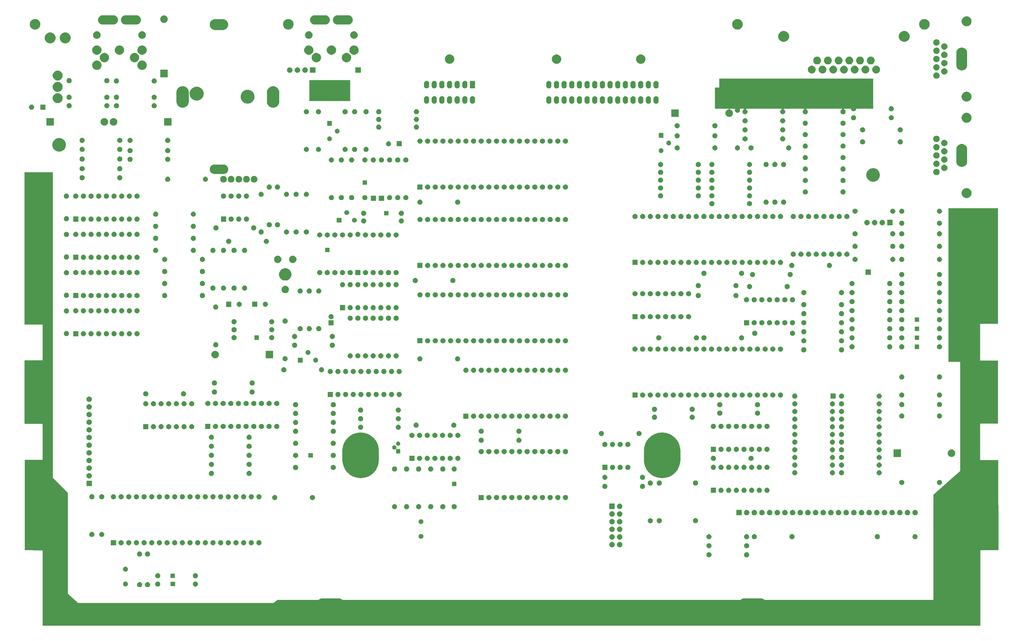
<source format=gts>
G04 #@! TF.GenerationSoftware,KiCad,Pcbnew,(5.1.0)-1*
G04 #@! TF.CreationDate,2021-03-19T08:36:09+01:00*
G04 #@! TF.ProjectId,Atari 130XE,41746172-6920-4313-9330-58452e6b6963,rev?*
G04 #@! TF.SameCoordinates,Original*
G04 #@! TF.FileFunction,Soldermask,Top*
G04 #@! TF.FilePolarity,Negative*
%FSLAX46Y46*%
G04 Gerber Fmt 4.6, Leading zero omitted, Abs format (unit mm)*
G04 Created by KiCad (PCBNEW (5.1.0)-1) date 2021-03-19 08:36:09*
%MOMM*%
%LPD*%
G04 APERTURE LIST*
%ADD10C,0.100000*%
G04 APERTURE END LIST*
D10*
G36*
X56788400Y-197421923D02*
G01*
X56790802Y-197446309D01*
X56797915Y-197469758D01*
X56809466Y-197491369D01*
X56826832Y-197512094D01*
X61788400Y-202275200D01*
X61788400Y-235818792D01*
X61790802Y-235843178D01*
X61797915Y-235866627D01*
X61809466Y-235888238D01*
X61830697Y-235912521D01*
X65152961Y-238843930D01*
X65172836Y-238858263D01*
X65195125Y-238868444D01*
X65218972Y-238874081D01*
X65235663Y-238875200D01*
X129945886Y-238875200D01*
X129970272Y-238872798D01*
X129993721Y-238865685D01*
X130022099Y-238849278D01*
X130029051Y-238843930D01*
X131288400Y-237875200D01*
X144759516Y-237875200D01*
X144783902Y-237872798D01*
X144807351Y-237865685D01*
X144838814Y-237846827D01*
X144964284Y-237743857D01*
X145407449Y-237506981D01*
X145407451Y-237506980D01*
X145580968Y-237454344D01*
X145888318Y-237361110D01*
X146263076Y-237324200D01*
X151513724Y-237324200D01*
X151888482Y-237361110D01*
X152195832Y-237454344D01*
X152369349Y-237506980D01*
X152369351Y-237506981D01*
X152812516Y-237743857D01*
X152937986Y-237846827D01*
X152958360Y-237860440D01*
X152980999Y-237869818D01*
X153017284Y-237875200D01*
X284759516Y-237875200D01*
X284783902Y-237872798D01*
X284807351Y-237865685D01*
X284838814Y-237846827D01*
X284964284Y-237743857D01*
X285407449Y-237506981D01*
X285407451Y-237506980D01*
X285580968Y-237454344D01*
X285888318Y-237361110D01*
X286263076Y-237324200D01*
X291513724Y-237324200D01*
X291888482Y-237361110D01*
X292195832Y-237454344D01*
X292369349Y-237506980D01*
X292369351Y-237506981D01*
X292812516Y-237743857D01*
X292937986Y-237846827D01*
X292958360Y-237860440D01*
X292980999Y-237869818D01*
X293017284Y-237875200D01*
X348763401Y-237875200D01*
X348787787Y-237872798D01*
X348811236Y-237865685D01*
X348832847Y-237854134D01*
X348851789Y-237838589D01*
X348867334Y-237819647D01*
X348878885Y-237798036D01*
X348885998Y-237774587D01*
X348888400Y-237750201D01*
X348888400Y-202975200D01*
X348953296Y-202917596D01*
X355142928Y-197423428D01*
X357746382Y-195112497D01*
X357763024Y-195094514D01*
X357775839Y-195073627D01*
X357784333Y-195050643D01*
X357788400Y-195019015D01*
X357788400Y-159000199D01*
X357785998Y-158975813D01*
X357778885Y-158952364D01*
X357767334Y-158930753D01*
X357751789Y-158911811D01*
X357732847Y-158896266D01*
X357711236Y-158884715D01*
X357687787Y-158877602D01*
X357663401Y-158875200D01*
X353888400Y-158875200D01*
X353888400Y-107875200D01*
X370288400Y-107875200D01*
X370288400Y-146275200D01*
X364513399Y-146275200D01*
X364489013Y-146277602D01*
X364465564Y-146284715D01*
X364443953Y-146296266D01*
X364425011Y-146311811D01*
X364409466Y-146330753D01*
X364397915Y-146352364D01*
X364390802Y-146375813D01*
X364388400Y-146400199D01*
X364388400Y-158350201D01*
X364390802Y-158374587D01*
X364397915Y-158398036D01*
X364409466Y-158419647D01*
X364425011Y-158438589D01*
X364443953Y-158454134D01*
X364465564Y-158465685D01*
X364489013Y-158472798D01*
X364513399Y-158475200D01*
X370288400Y-158475200D01*
X370288400Y-179375200D01*
X364513399Y-179375200D01*
X364489013Y-179377602D01*
X364465564Y-179384715D01*
X364443953Y-179396266D01*
X364425011Y-179411811D01*
X364409466Y-179430753D01*
X364397915Y-179452364D01*
X364390802Y-179475813D01*
X364388400Y-179500199D01*
X364388400Y-191350201D01*
X364390802Y-191374587D01*
X364397915Y-191398036D01*
X364409466Y-191419647D01*
X364425011Y-191438589D01*
X364443953Y-191454134D01*
X364465564Y-191465685D01*
X364489013Y-191472798D01*
X364513399Y-191475200D01*
X370388400Y-191475200D01*
X370488400Y-221375200D01*
X364613399Y-221375200D01*
X364589013Y-221377602D01*
X364565564Y-221384715D01*
X364543953Y-221396266D01*
X364525011Y-221411811D01*
X364509466Y-221430753D01*
X364497915Y-221452364D01*
X364490802Y-221475813D01*
X364488400Y-221500199D01*
X364488400Y-246375200D01*
X53388400Y-246375200D01*
X53388400Y-221598098D01*
X53385998Y-221573712D01*
X53378885Y-221550263D01*
X53367334Y-221528652D01*
X53351789Y-221509710D01*
X53332847Y-221494165D01*
X53311236Y-221482614D01*
X53287787Y-221475501D01*
X53265522Y-221473117D01*
X47488400Y-221375200D01*
X47488400Y-191375200D01*
X53263401Y-191375200D01*
X53287787Y-191372798D01*
X53311236Y-191365685D01*
X53332847Y-191354134D01*
X53351789Y-191338589D01*
X53367334Y-191319647D01*
X53378885Y-191298036D01*
X53385998Y-191274587D01*
X53388400Y-191250201D01*
X53388400Y-179600199D01*
X53385998Y-179575813D01*
X53378885Y-179552364D01*
X53367334Y-179530753D01*
X53351789Y-179511811D01*
X53332847Y-179496266D01*
X53311236Y-179484715D01*
X53287787Y-179477602D01*
X53263401Y-179475200D01*
X47388400Y-179475200D01*
X47388400Y-158375200D01*
X53263401Y-158375200D01*
X53287787Y-158372798D01*
X53311236Y-158365685D01*
X53332847Y-158354134D01*
X53351789Y-158338589D01*
X53367334Y-158319647D01*
X53378885Y-158298036D01*
X53385998Y-158274587D01*
X53388400Y-158250201D01*
X53388400Y-146600199D01*
X53385998Y-146575813D01*
X53378885Y-146552364D01*
X53367334Y-146530753D01*
X53351789Y-146511811D01*
X53332847Y-146496266D01*
X53311236Y-146484715D01*
X53287787Y-146477602D01*
X53263401Y-146475200D01*
X47388400Y-146475200D01*
X47388400Y-95975200D01*
X56788400Y-95975200D01*
X56788400Y-197421923D01*
X56788400Y-197421923D01*
G37*
G36*
X88355623Y-231952313D02*
G01*
X88516042Y-232000976D01*
X88606996Y-232049592D01*
X88663878Y-232079996D01*
X88793459Y-232186341D01*
X88899804Y-232315922D01*
X88899805Y-232315924D01*
X88978824Y-232463758D01*
X88978825Y-232463761D01*
X88984148Y-232481308D01*
X89027487Y-232624177D01*
X89043917Y-232791000D01*
X89027487Y-232957823D01*
X88978824Y-233118242D01*
X88939154Y-233192459D01*
X88899804Y-233266078D01*
X88793459Y-233395659D01*
X88663878Y-233502004D01*
X88663876Y-233502005D01*
X88516042Y-233581024D01*
X88355623Y-233629687D01*
X88230604Y-233642000D01*
X88146996Y-233642000D01*
X88021977Y-233629687D01*
X87861558Y-233581024D01*
X87713724Y-233502005D01*
X87713722Y-233502004D01*
X87584141Y-233395659D01*
X87477796Y-233266078D01*
X87438446Y-233192459D01*
X87398776Y-233118242D01*
X87350113Y-232957823D01*
X87333683Y-232791000D01*
X87350113Y-232624177D01*
X87393452Y-232481308D01*
X87398775Y-232463761D01*
X87398776Y-232463758D01*
X87477795Y-232315924D01*
X87477796Y-232315922D01*
X87584141Y-232186341D01*
X87713722Y-232079996D01*
X87770604Y-232049592D01*
X87861558Y-232000976D01*
X88021977Y-231952313D01*
X88146996Y-231940000D01*
X88230604Y-231940000D01*
X88355623Y-231952313D01*
X88355623Y-231952313D01*
G37*
G36*
X85714023Y-231952313D02*
G01*
X85874442Y-232000976D01*
X85965396Y-232049592D01*
X86022278Y-232079996D01*
X86151859Y-232186341D01*
X86258204Y-232315922D01*
X86258205Y-232315924D01*
X86337224Y-232463758D01*
X86337225Y-232463761D01*
X86342548Y-232481308D01*
X86385887Y-232624177D01*
X86402317Y-232791000D01*
X86385887Y-232957823D01*
X86337224Y-233118242D01*
X86297554Y-233192459D01*
X86258204Y-233266078D01*
X86151859Y-233395659D01*
X86022278Y-233502004D01*
X86022276Y-233502005D01*
X85874442Y-233581024D01*
X85714023Y-233629687D01*
X85589004Y-233642000D01*
X85505396Y-233642000D01*
X85380377Y-233629687D01*
X85219958Y-233581024D01*
X85072124Y-233502005D01*
X85072122Y-233502004D01*
X84942541Y-233395659D01*
X84836196Y-233266078D01*
X84796846Y-233192459D01*
X84757176Y-233118242D01*
X84708513Y-232957823D01*
X84692083Y-232791000D01*
X84708513Y-232624177D01*
X84751852Y-232481308D01*
X84757175Y-232463761D01*
X84757176Y-232463758D01*
X84836195Y-232315924D01*
X84836196Y-232315922D01*
X84942541Y-232186341D01*
X85072122Y-232079996D01*
X85129004Y-232049592D01*
X85219958Y-232000976D01*
X85380377Y-231952313D01*
X85505396Y-231940000D01*
X85589004Y-231940000D01*
X85714023Y-231952313D01*
X85714023Y-231952313D01*
G37*
G36*
X91815228Y-231769503D02*
G01*
X91970100Y-231833653D01*
X92109481Y-231926785D01*
X92228015Y-232045319D01*
X92321147Y-232184700D01*
X92385297Y-232339572D01*
X92418000Y-232503984D01*
X92418000Y-232671616D01*
X92385297Y-232836028D01*
X92321147Y-232990900D01*
X92228015Y-233130281D01*
X92109481Y-233248815D01*
X91970100Y-233341947D01*
X91815228Y-233406097D01*
X91650816Y-233438800D01*
X91483184Y-233438800D01*
X91318772Y-233406097D01*
X91163900Y-233341947D01*
X91024519Y-233248815D01*
X90905985Y-233130281D01*
X90812853Y-232990900D01*
X90748703Y-232836028D01*
X90716000Y-232671616D01*
X90716000Y-232503984D01*
X90748703Y-232339572D01*
X90812853Y-232184700D01*
X90905985Y-232045319D01*
X91024519Y-231926785D01*
X91163900Y-231833653D01*
X91318772Y-231769503D01*
X91483184Y-231736800D01*
X91650816Y-231736800D01*
X91815228Y-231769503D01*
X91815228Y-231769503D01*
G37*
G36*
X104233823Y-231749113D02*
G01*
X104394242Y-231797776D01*
X104461361Y-231833652D01*
X104542078Y-231876796D01*
X104671659Y-231983141D01*
X104778004Y-232112722D01*
X104778005Y-232112724D01*
X104857024Y-232260558D01*
X104905687Y-232420977D01*
X104922117Y-232587800D01*
X104905687Y-232754623D01*
X104857024Y-232915042D01*
X104816477Y-232990900D01*
X104778004Y-233062878D01*
X104671659Y-233192459D01*
X104542078Y-233298804D01*
X104542076Y-233298805D01*
X104394242Y-233377824D01*
X104233823Y-233426487D01*
X104108804Y-233438800D01*
X104025196Y-233438800D01*
X103900177Y-233426487D01*
X103739758Y-233377824D01*
X103591924Y-233298805D01*
X103591922Y-233298804D01*
X103462341Y-233192459D01*
X103355996Y-233062878D01*
X103317523Y-232990900D01*
X103276976Y-232915042D01*
X103228313Y-232754623D01*
X103211883Y-232587800D01*
X103228313Y-232420977D01*
X103276976Y-232260558D01*
X103355995Y-232112724D01*
X103355996Y-232112722D01*
X103462341Y-231983141D01*
X103591922Y-231876796D01*
X103672639Y-231833652D01*
X103739758Y-231797776D01*
X103900177Y-231749113D01*
X104025196Y-231736800D01*
X104108804Y-231736800D01*
X104233823Y-231749113D01*
X104233823Y-231749113D01*
G37*
G36*
X81107242Y-231789981D02*
G01*
X81253014Y-231850362D01*
X81253016Y-231850363D01*
X81384208Y-231938022D01*
X81495778Y-232049592D01*
X81537961Y-232112724D01*
X81583438Y-232180786D01*
X81643819Y-232326558D01*
X81674600Y-232481307D01*
X81674600Y-232639093D01*
X81643819Y-232793842D01*
X81626344Y-232836029D01*
X81583437Y-232939616D01*
X81495778Y-233070808D01*
X81384208Y-233182378D01*
X81253016Y-233270037D01*
X81253015Y-233270038D01*
X81253014Y-233270038D01*
X81107242Y-233330419D01*
X80952493Y-233361200D01*
X80794707Y-233361200D01*
X80639958Y-233330419D01*
X80494186Y-233270038D01*
X80494185Y-233270038D01*
X80494184Y-233270037D01*
X80362992Y-233182378D01*
X80251422Y-233070808D01*
X80163763Y-232939616D01*
X80120856Y-232836029D01*
X80103381Y-232793842D01*
X80072600Y-232639093D01*
X80072600Y-232481307D01*
X80103381Y-232326558D01*
X80163762Y-232180786D01*
X80209239Y-232112724D01*
X80251422Y-232049592D01*
X80362992Y-231938022D01*
X80494184Y-231850363D01*
X80494186Y-231850362D01*
X80639958Y-231789981D01*
X80794707Y-231759200D01*
X80952493Y-231759200D01*
X81107242Y-231789981D01*
X81107242Y-231789981D01*
G37*
G36*
X97296800Y-233313800D02*
G01*
X95844800Y-233313800D01*
X95844800Y-231861800D01*
X97296800Y-231861800D01*
X97296800Y-233313800D01*
X97296800Y-233313800D01*
G37*
G36*
X91815228Y-229026303D02*
G01*
X91970100Y-229090453D01*
X92109481Y-229183585D01*
X92228015Y-229302119D01*
X92321147Y-229441500D01*
X92385297Y-229596372D01*
X92418000Y-229760784D01*
X92418000Y-229928416D01*
X92385297Y-230092828D01*
X92321147Y-230247700D01*
X92228015Y-230387081D01*
X92109481Y-230505615D01*
X91970100Y-230598747D01*
X91815228Y-230662897D01*
X91650816Y-230695600D01*
X91483184Y-230695600D01*
X91318772Y-230662897D01*
X91163900Y-230598747D01*
X91024519Y-230505615D01*
X90905985Y-230387081D01*
X90812853Y-230247700D01*
X90748703Y-230092828D01*
X90716000Y-229928416D01*
X90716000Y-229760784D01*
X90748703Y-229596372D01*
X90812853Y-229441500D01*
X90905985Y-229302119D01*
X91024519Y-229183585D01*
X91163900Y-229090453D01*
X91318772Y-229026303D01*
X91483184Y-228993600D01*
X91650816Y-228993600D01*
X91815228Y-229026303D01*
X91815228Y-229026303D01*
G37*
G36*
X104233823Y-229005913D02*
G01*
X104394242Y-229054576D01*
X104461361Y-229090452D01*
X104542078Y-229133596D01*
X104671659Y-229239941D01*
X104778004Y-229369522D01*
X104778005Y-229369524D01*
X104857024Y-229517358D01*
X104905687Y-229677777D01*
X104922117Y-229844600D01*
X104905687Y-230011423D01*
X104857024Y-230171842D01*
X104816477Y-230247700D01*
X104778004Y-230319678D01*
X104671659Y-230449259D01*
X104542078Y-230555604D01*
X104542076Y-230555605D01*
X104394242Y-230634624D01*
X104233823Y-230683287D01*
X104108804Y-230695600D01*
X104025196Y-230695600D01*
X103900177Y-230683287D01*
X103739758Y-230634624D01*
X103591924Y-230555605D01*
X103591922Y-230555604D01*
X103462341Y-230449259D01*
X103355996Y-230319678D01*
X103317523Y-230247700D01*
X103276976Y-230171842D01*
X103228313Y-230011423D01*
X103211883Y-229844600D01*
X103228313Y-229677777D01*
X103276976Y-229517358D01*
X103355995Y-229369524D01*
X103355996Y-229369522D01*
X103462341Y-229239941D01*
X103591922Y-229133596D01*
X103672639Y-229090452D01*
X103739758Y-229054576D01*
X103900177Y-229005913D01*
X104025196Y-228993600D01*
X104108804Y-228993600D01*
X104233823Y-229005913D01*
X104233823Y-229005913D01*
G37*
G36*
X97293000Y-230570600D02*
G01*
X95841000Y-230570600D01*
X95841000Y-229118600D01*
X97293000Y-229118600D01*
X97293000Y-230570600D01*
X97293000Y-230570600D01*
G37*
G36*
X81107242Y-226889981D02*
G01*
X81253014Y-226950362D01*
X81253016Y-226950363D01*
X81384208Y-227038022D01*
X81495778Y-227149592D01*
X81523773Y-227191490D01*
X81583438Y-227280786D01*
X81643819Y-227426558D01*
X81674600Y-227581307D01*
X81674600Y-227739093D01*
X81643819Y-227893842D01*
X81583438Y-228039614D01*
X81583437Y-228039616D01*
X81495778Y-228170808D01*
X81384208Y-228282378D01*
X81253016Y-228370037D01*
X81253015Y-228370038D01*
X81253014Y-228370038D01*
X81107242Y-228430419D01*
X80952493Y-228461200D01*
X80794707Y-228461200D01*
X80639958Y-228430419D01*
X80494186Y-228370038D01*
X80494185Y-228370038D01*
X80494184Y-228370037D01*
X80362992Y-228282378D01*
X80251422Y-228170808D01*
X80163763Y-228039616D01*
X80163762Y-228039614D01*
X80103381Y-227893842D01*
X80072600Y-227739093D01*
X80072600Y-227581307D01*
X80103381Y-227426558D01*
X80163762Y-227280786D01*
X80223427Y-227191490D01*
X80251422Y-227149592D01*
X80362992Y-227038022D01*
X80494184Y-226950363D01*
X80494186Y-226950362D01*
X80639958Y-226889981D01*
X80794707Y-226859200D01*
X80952493Y-226859200D01*
X81107242Y-226889981D01*
X81107242Y-226889981D01*
G37*
G36*
X274595223Y-222036513D02*
G01*
X274755642Y-222085176D01*
X274822761Y-222121052D01*
X274903478Y-222164196D01*
X275033059Y-222270541D01*
X275139404Y-222400122D01*
X275139405Y-222400124D01*
X275218424Y-222547958D01*
X275267087Y-222708377D01*
X275283517Y-222875200D01*
X275267087Y-223042023D01*
X275218424Y-223202442D01*
X275177877Y-223278300D01*
X275139404Y-223350278D01*
X275033059Y-223479859D01*
X274903478Y-223586204D01*
X274903476Y-223586205D01*
X274755642Y-223665224D01*
X274595223Y-223713887D01*
X274470204Y-223726200D01*
X274386596Y-223726200D01*
X274261577Y-223713887D01*
X274101158Y-223665224D01*
X273953324Y-223586205D01*
X273953322Y-223586204D01*
X273823741Y-223479859D01*
X273717396Y-223350278D01*
X273678923Y-223278300D01*
X273638376Y-223202442D01*
X273589713Y-223042023D01*
X273573283Y-222875200D01*
X273589713Y-222708377D01*
X273638376Y-222547958D01*
X273717395Y-222400124D01*
X273717396Y-222400122D01*
X273823741Y-222270541D01*
X273953322Y-222164196D01*
X274034039Y-222121052D01*
X274101158Y-222085176D01*
X274261577Y-222036513D01*
X274386596Y-222024200D01*
X274470204Y-222024200D01*
X274595223Y-222036513D01*
X274595223Y-222036513D01*
G37*
G36*
X287176628Y-222056903D02*
G01*
X287331500Y-222121053D01*
X287470881Y-222214185D01*
X287589415Y-222332719D01*
X287682547Y-222472100D01*
X287746697Y-222626972D01*
X287779400Y-222791384D01*
X287779400Y-222959016D01*
X287746697Y-223123428D01*
X287682547Y-223278300D01*
X287589415Y-223417681D01*
X287470881Y-223536215D01*
X287331500Y-223629347D01*
X287176628Y-223693497D01*
X287012216Y-223726200D01*
X286844584Y-223726200D01*
X286680172Y-223693497D01*
X286525300Y-223629347D01*
X286385919Y-223536215D01*
X286267385Y-223417681D01*
X286174253Y-223278300D01*
X286110103Y-223123428D01*
X286077400Y-222959016D01*
X286077400Y-222791384D01*
X286110103Y-222626972D01*
X286174253Y-222472100D01*
X286267385Y-222332719D01*
X286385919Y-222214185D01*
X286525300Y-222121053D01*
X286680172Y-222056903D01*
X286844584Y-222024200D01*
X287012216Y-222024200D01*
X287176628Y-222056903D01*
X287176628Y-222056903D01*
G37*
G36*
X85795428Y-221812703D02*
G01*
X85950300Y-221876853D01*
X86089681Y-221969985D01*
X86208215Y-222088519D01*
X86301347Y-222227900D01*
X86365497Y-222382772D01*
X86398200Y-222547184D01*
X86398200Y-222714816D01*
X86365497Y-222879228D01*
X86301347Y-223034100D01*
X86208215Y-223173481D01*
X86089681Y-223292015D01*
X85950300Y-223385147D01*
X85795428Y-223449297D01*
X85631016Y-223482000D01*
X85463384Y-223482000D01*
X85298972Y-223449297D01*
X85144100Y-223385147D01*
X85004719Y-223292015D01*
X84886185Y-223173481D01*
X84793053Y-223034100D01*
X84728903Y-222879228D01*
X84696200Y-222714816D01*
X84696200Y-222547184D01*
X84728903Y-222382772D01*
X84793053Y-222227900D01*
X84886185Y-222088519D01*
X85004719Y-221969985D01*
X85144100Y-221876853D01*
X85298972Y-221812703D01*
X85463384Y-221780000D01*
X85631016Y-221780000D01*
X85795428Y-221812703D01*
X85795428Y-221812703D01*
G37*
G36*
X88437028Y-221812703D02*
G01*
X88591900Y-221876853D01*
X88731281Y-221969985D01*
X88849815Y-222088519D01*
X88942947Y-222227900D01*
X89007097Y-222382772D01*
X89039800Y-222547184D01*
X89039800Y-222714816D01*
X89007097Y-222879228D01*
X88942947Y-223034100D01*
X88849815Y-223173481D01*
X88731281Y-223292015D01*
X88591900Y-223385147D01*
X88437028Y-223449297D01*
X88272616Y-223482000D01*
X88104984Y-223482000D01*
X87940572Y-223449297D01*
X87785700Y-223385147D01*
X87646319Y-223292015D01*
X87527785Y-223173481D01*
X87434653Y-223034100D01*
X87370503Y-222879228D01*
X87337800Y-222714816D01*
X87337800Y-222547184D01*
X87370503Y-222382772D01*
X87434653Y-222227900D01*
X87527785Y-222088519D01*
X87646319Y-221969985D01*
X87785700Y-221876853D01*
X87940572Y-221812703D01*
X88104984Y-221780000D01*
X88272616Y-221780000D01*
X88437028Y-221812703D01*
X88437028Y-221812703D01*
G37*
G36*
X274676628Y-219056903D02*
G01*
X274831500Y-219121053D01*
X274970881Y-219214185D01*
X275089415Y-219332719D01*
X275182547Y-219472100D01*
X275246697Y-219626972D01*
X275279400Y-219791384D01*
X275279400Y-219959016D01*
X275246697Y-220123428D01*
X275182547Y-220278300D01*
X275089415Y-220417681D01*
X274970881Y-220536215D01*
X274831500Y-220629347D01*
X274676628Y-220693497D01*
X274512216Y-220726200D01*
X274344584Y-220726200D01*
X274180172Y-220693497D01*
X274025300Y-220629347D01*
X273885919Y-220536215D01*
X273767385Y-220417681D01*
X273674253Y-220278300D01*
X273610103Y-220123428D01*
X273577400Y-219959016D01*
X273577400Y-219791384D01*
X273610103Y-219626972D01*
X273674253Y-219472100D01*
X273767385Y-219332719D01*
X273885919Y-219214185D01*
X274025300Y-219121053D01*
X274180172Y-219056903D01*
X274344584Y-219024200D01*
X274512216Y-219024200D01*
X274676628Y-219056903D01*
X274676628Y-219056903D01*
G37*
G36*
X287176628Y-219056903D02*
G01*
X287331500Y-219121053D01*
X287470881Y-219214185D01*
X287589415Y-219332719D01*
X287682547Y-219472100D01*
X287746697Y-219626972D01*
X287779400Y-219791384D01*
X287779400Y-219959016D01*
X287746697Y-220123428D01*
X287682547Y-220278300D01*
X287589415Y-220417681D01*
X287470881Y-220536215D01*
X287331500Y-220629347D01*
X287176628Y-220693497D01*
X287012216Y-220726200D01*
X286844584Y-220726200D01*
X286680172Y-220693497D01*
X286525300Y-220629347D01*
X286385919Y-220536215D01*
X286267385Y-220417681D01*
X286174253Y-220278300D01*
X286110103Y-220123428D01*
X286077400Y-219959016D01*
X286077400Y-219791384D01*
X286110103Y-219626972D01*
X286174253Y-219472100D01*
X286267385Y-219332719D01*
X286385919Y-219214185D01*
X286525300Y-219121053D01*
X286680172Y-219056903D01*
X286844584Y-219024200D01*
X287012216Y-219024200D01*
X287176628Y-219056903D01*
X287176628Y-219056903D01*
G37*
G36*
X244915642Y-218599618D02*
G01*
X244981827Y-218606137D01*
X245151666Y-218657657D01*
X245308191Y-218741322D01*
X245343929Y-218770652D01*
X245445386Y-218853914D01*
X245528648Y-218955371D01*
X245557978Y-218991109D01*
X245641643Y-219147634D01*
X245693163Y-219317473D01*
X245710559Y-219494100D01*
X245693163Y-219670727D01*
X245641643Y-219840566D01*
X245557978Y-219997091D01*
X245528648Y-220032829D01*
X245445386Y-220134286D01*
X245343929Y-220217548D01*
X245308191Y-220246878D01*
X245151666Y-220330543D01*
X244981827Y-220382063D01*
X244915642Y-220388582D01*
X244849460Y-220395100D01*
X244760940Y-220395100D01*
X244694758Y-220388582D01*
X244628573Y-220382063D01*
X244458734Y-220330543D01*
X244302209Y-220246878D01*
X244266471Y-220217548D01*
X244165014Y-220134286D01*
X244081752Y-220032829D01*
X244052422Y-219997091D01*
X243968757Y-219840566D01*
X243917237Y-219670727D01*
X243899841Y-219494100D01*
X243917237Y-219317473D01*
X243968757Y-219147634D01*
X244052422Y-218991109D01*
X244081752Y-218955371D01*
X244165014Y-218853914D01*
X244266471Y-218770652D01*
X244302209Y-218741322D01*
X244458734Y-218657657D01*
X244628573Y-218606137D01*
X244694758Y-218599618D01*
X244760940Y-218593100D01*
X244849460Y-218593100D01*
X244915642Y-218599618D01*
X244915642Y-218599618D01*
G37*
G36*
X242375642Y-218599618D02*
G01*
X242441827Y-218606137D01*
X242611666Y-218657657D01*
X242768191Y-218741322D01*
X242803929Y-218770652D01*
X242905386Y-218853914D01*
X242988648Y-218955371D01*
X243017978Y-218991109D01*
X243101643Y-219147634D01*
X243153163Y-219317473D01*
X243170559Y-219494100D01*
X243153163Y-219670727D01*
X243101643Y-219840566D01*
X243017978Y-219997091D01*
X242988648Y-220032829D01*
X242905386Y-220134286D01*
X242803929Y-220217548D01*
X242768191Y-220246878D01*
X242611666Y-220330543D01*
X242441827Y-220382063D01*
X242375642Y-220388582D01*
X242309460Y-220395100D01*
X242220940Y-220395100D01*
X242154758Y-220388582D01*
X242088573Y-220382063D01*
X241918734Y-220330543D01*
X241762209Y-220246878D01*
X241726471Y-220217548D01*
X241625014Y-220134286D01*
X241541752Y-220032829D01*
X241512422Y-219997091D01*
X241428757Y-219840566D01*
X241377237Y-219670727D01*
X241359841Y-219494100D01*
X241377237Y-219317473D01*
X241428757Y-219147634D01*
X241512422Y-218991109D01*
X241541752Y-218955371D01*
X241625014Y-218853914D01*
X241726471Y-218770652D01*
X241762209Y-218741322D01*
X241918734Y-218657657D01*
X242088573Y-218606137D01*
X242154758Y-218599618D01*
X242220940Y-218593100D01*
X242309460Y-218593100D01*
X242375642Y-218599618D01*
X242375642Y-218599618D01*
G37*
G36*
X97375223Y-218036513D02*
G01*
X97535642Y-218085176D01*
X97668306Y-218156086D01*
X97683478Y-218164196D01*
X97813059Y-218270541D01*
X97919404Y-218400122D01*
X97919405Y-218400124D01*
X97998424Y-218547958D01*
X98047087Y-218708377D01*
X98063517Y-218875200D01*
X98047087Y-219042023D01*
X97998424Y-219202442D01*
X97928789Y-219332719D01*
X97919404Y-219350278D01*
X97813059Y-219479859D01*
X97683478Y-219586204D01*
X97683476Y-219586205D01*
X97535642Y-219665224D01*
X97375223Y-219713887D01*
X97250204Y-219726200D01*
X97166596Y-219726200D01*
X97041577Y-219713887D01*
X96881158Y-219665224D01*
X96733324Y-219586205D01*
X96733322Y-219586204D01*
X96603741Y-219479859D01*
X96497396Y-219350278D01*
X96488011Y-219332719D01*
X96418376Y-219202442D01*
X96369713Y-219042023D01*
X96353283Y-218875200D01*
X96369713Y-218708377D01*
X96418376Y-218547958D01*
X96497395Y-218400124D01*
X96497396Y-218400122D01*
X96603741Y-218270541D01*
X96733322Y-218164196D01*
X96748494Y-218156086D01*
X96881158Y-218085176D01*
X97041577Y-218036513D01*
X97166596Y-218024200D01*
X97250204Y-218024200D01*
X97375223Y-218036513D01*
X97375223Y-218036513D01*
G37*
G36*
X110075223Y-218036513D02*
G01*
X110235642Y-218085176D01*
X110368306Y-218156086D01*
X110383478Y-218164196D01*
X110513059Y-218270541D01*
X110619404Y-218400122D01*
X110619405Y-218400124D01*
X110698424Y-218547958D01*
X110747087Y-218708377D01*
X110763517Y-218875200D01*
X110747087Y-219042023D01*
X110698424Y-219202442D01*
X110628789Y-219332719D01*
X110619404Y-219350278D01*
X110513059Y-219479859D01*
X110383478Y-219586204D01*
X110383476Y-219586205D01*
X110235642Y-219665224D01*
X110075223Y-219713887D01*
X109950204Y-219726200D01*
X109866596Y-219726200D01*
X109741577Y-219713887D01*
X109581158Y-219665224D01*
X109433324Y-219586205D01*
X109433322Y-219586204D01*
X109303741Y-219479859D01*
X109197396Y-219350278D01*
X109188011Y-219332719D01*
X109118376Y-219202442D01*
X109069713Y-219042023D01*
X109053283Y-218875200D01*
X109069713Y-218708377D01*
X109118376Y-218547958D01*
X109197395Y-218400124D01*
X109197396Y-218400122D01*
X109303741Y-218270541D01*
X109433322Y-218164196D01*
X109448494Y-218156086D01*
X109581158Y-218085176D01*
X109741577Y-218036513D01*
X109866596Y-218024200D01*
X109950204Y-218024200D01*
X110075223Y-218036513D01*
X110075223Y-218036513D01*
G37*
G36*
X107535223Y-218036513D02*
G01*
X107695642Y-218085176D01*
X107828306Y-218156086D01*
X107843478Y-218164196D01*
X107973059Y-218270541D01*
X108079404Y-218400122D01*
X108079405Y-218400124D01*
X108158424Y-218547958D01*
X108207087Y-218708377D01*
X108223517Y-218875200D01*
X108207087Y-219042023D01*
X108158424Y-219202442D01*
X108088789Y-219332719D01*
X108079404Y-219350278D01*
X107973059Y-219479859D01*
X107843478Y-219586204D01*
X107843476Y-219586205D01*
X107695642Y-219665224D01*
X107535223Y-219713887D01*
X107410204Y-219726200D01*
X107326596Y-219726200D01*
X107201577Y-219713887D01*
X107041158Y-219665224D01*
X106893324Y-219586205D01*
X106893322Y-219586204D01*
X106763741Y-219479859D01*
X106657396Y-219350278D01*
X106648011Y-219332719D01*
X106578376Y-219202442D01*
X106529713Y-219042023D01*
X106513283Y-218875200D01*
X106529713Y-218708377D01*
X106578376Y-218547958D01*
X106657395Y-218400124D01*
X106657396Y-218400122D01*
X106763741Y-218270541D01*
X106893322Y-218164196D01*
X106908494Y-218156086D01*
X107041158Y-218085176D01*
X107201577Y-218036513D01*
X107326596Y-218024200D01*
X107410204Y-218024200D01*
X107535223Y-218036513D01*
X107535223Y-218036513D01*
G37*
G36*
X102455223Y-218036513D02*
G01*
X102615642Y-218085176D01*
X102748306Y-218156086D01*
X102763478Y-218164196D01*
X102893059Y-218270541D01*
X102999404Y-218400122D01*
X102999405Y-218400124D01*
X103078424Y-218547958D01*
X103127087Y-218708377D01*
X103143517Y-218875200D01*
X103127087Y-219042023D01*
X103078424Y-219202442D01*
X103008789Y-219332719D01*
X102999404Y-219350278D01*
X102893059Y-219479859D01*
X102763478Y-219586204D01*
X102763476Y-219586205D01*
X102615642Y-219665224D01*
X102455223Y-219713887D01*
X102330204Y-219726200D01*
X102246596Y-219726200D01*
X102121577Y-219713887D01*
X101961158Y-219665224D01*
X101813324Y-219586205D01*
X101813322Y-219586204D01*
X101683741Y-219479859D01*
X101577396Y-219350278D01*
X101568011Y-219332719D01*
X101498376Y-219202442D01*
X101449713Y-219042023D01*
X101433283Y-218875200D01*
X101449713Y-218708377D01*
X101498376Y-218547958D01*
X101577395Y-218400124D01*
X101577396Y-218400122D01*
X101683741Y-218270541D01*
X101813322Y-218164196D01*
X101828494Y-218156086D01*
X101961158Y-218085176D01*
X102121577Y-218036513D01*
X102246596Y-218024200D01*
X102330204Y-218024200D01*
X102455223Y-218036513D01*
X102455223Y-218036513D01*
G37*
G36*
X99915223Y-218036513D02*
G01*
X100075642Y-218085176D01*
X100208306Y-218156086D01*
X100223478Y-218164196D01*
X100353059Y-218270541D01*
X100459404Y-218400122D01*
X100459405Y-218400124D01*
X100538424Y-218547958D01*
X100587087Y-218708377D01*
X100603517Y-218875200D01*
X100587087Y-219042023D01*
X100538424Y-219202442D01*
X100468789Y-219332719D01*
X100459404Y-219350278D01*
X100353059Y-219479859D01*
X100223478Y-219586204D01*
X100223476Y-219586205D01*
X100075642Y-219665224D01*
X99915223Y-219713887D01*
X99790204Y-219726200D01*
X99706596Y-219726200D01*
X99581577Y-219713887D01*
X99421158Y-219665224D01*
X99273324Y-219586205D01*
X99273322Y-219586204D01*
X99143741Y-219479859D01*
X99037396Y-219350278D01*
X99028011Y-219332719D01*
X98958376Y-219202442D01*
X98909713Y-219042023D01*
X98893283Y-218875200D01*
X98909713Y-218708377D01*
X98958376Y-218547958D01*
X99037395Y-218400124D01*
X99037396Y-218400122D01*
X99143741Y-218270541D01*
X99273322Y-218164196D01*
X99288494Y-218156086D01*
X99421158Y-218085176D01*
X99581577Y-218036513D01*
X99706596Y-218024200D01*
X99790204Y-218024200D01*
X99915223Y-218036513D01*
X99915223Y-218036513D01*
G37*
G36*
X94835223Y-218036513D02*
G01*
X94995642Y-218085176D01*
X95128306Y-218156086D01*
X95143478Y-218164196D01*
X95273059Y-218270541D01*
X95379404Y-218400122D01*
X95379405Y-218400124D01*
X95458424Y-218547958D01*
X95507087Y-218708377D01*
X95523517Y-218875200D01*
X95507087Y-219042023D01*
X95458424Y-219202442D01*
X95388789Y-219332719D01*
X95379404Y-219350278D01*
X95273059Y-219479859D01*
X95143478Y-219586204D01*
X95143476Y-219586205D01*
X94995642Y-219665224D01*
X94835223Y-219713887D01*
X94710204Y-219726200D01*
X94626596Y-219726200D01*
X94501577Y-219713887D01*
X94341158Y-219665224D01*
X94193324Y-219586205D01*
X94193322Y-219586204D01*
X94063741Y-219479859D01*
X93957396Y-219350278D01*
X93948011Y-219332719D01*
X93878376Y-219202442D01*
X93829713Y-219042023D01*
X93813283Y-218875200D01*
X93829713Y-218708377D01*
X93878376Y-218547958D01*
X93957395Y-218400124D01*
X93957396Y-218400122D01*
X94063741Y-218270541D01*
X94193322Y-218164196D01*
X94208494Y-218156086D01*
X94341158Y-218085176D01*
X94501577Y-218036513D01*
X94626596Y-218024200D01*
X94710204Y-218024200D01*
X94835223Y-218036513D01*
X94835223Y-218036513D01*
G37*
G36*
X92295223Y-218036513D02*
G01*
X92455642Y-218085176D01*
X92588306Y-218156086D01*
X92603478Y-218164196D01*
X92733059Y-218270541D01*
X92839404Y-218400122D01*
X92839405Y-218400124D01*
X92918424Y-218547958D01*
X92967087Y-218708377D01*
X92983517Y-218875200D01*
X92967087Y-219042023D01*
X92918424Y-219202442D01*
X92848789Y-219332719D01*
X92839404Y-219350278D01*
X92733059Y-219479859D01*
X92603478Y-219586204D01*
X92603476Y-219586205D01*
X92455642Y-219665224D01*
X92295223Y-219713887D01*
X92170204Y-219726200D01*
X92086596Y-219726200D01*
X91961577Y-219713887D01*
X91801158Y-219665224D01*
X91653324Y-219586205D01*
X91653322Y-219586204D01*
X91523741Y-219479859D01*
X91417396Y-219350278D01*
X91408011Y-219332719D01*
X91338376Y-219202442D01*
X91289713Y-219042023D01*
X91273283Y-218875200D01*
X91289713Y-218708377D01*
X91338376Y-218547958D01*
X91417395Y-218400124D01*
X91417396Y-218400122D01*
X91523741Y-218270541D01*
X91653322Y-218164196D01*
X91668494Y-218156086D01*
X91801158Y-218085176D01*
X91961577Y-218036513D01*
X92086596Y-218024200D01*
X92170204Y-218024200D01*
X92295223Y-218036513D01*
X92295223Y-218036513D01*
G37*
G36*
X89755223Y-218036513D02*
G01*
X89915642Y-218085176D01*
X90048306Y-218156086D01*
X90063478Y-218164196D01*
X90193059Y-218270541D01*
X90299404Y-218400122D01*
X90299405Y-218400124D01*
X90378424Y-218547958D01*
X90427087Y-218708377D01*
X90443517Y-218875200D01*
X90427087Y-219042023D01*
X90378424Y-219202442D01*
X90308789Y-219332719D01*
X90299404Y-219350278D01*
X90193059Y-219479859D01*
X90063478Y-219586204D01*
X90063476Y-219586205D01*
X89915642Y-219665224D01*
X89755223Y-219713887D01*
X89630204Y-219726200D01*
X89546596Y-219726200D01*
X89421577Y-219713887D01*
X89261158Y-219665224D01*
X89113324Y-219586205D01*
X89113322Y-219586204D01*
X88983741Y-219479859D01*
X88877396Y-219350278D01*
X88868011Y-219332719D01*
X88798376Y-219202442D01*
X88749713Y-219042023D01*
X88733283Y-218875200D01*
X88749713Y-218708377D01*
X88798376Y-218547958D01*
X88877395Y-218400124D01*
X88877396Y-218400122D01*
X88983741Y-218270541D01*
X89113322Y-218164196D01*
X89128494Y-218156086D01*
X89261158Y-218085176D01*
X89421577Y-218036513D01*
X89546596Y-218024200D01*
X89630204Y-218024200D01*
X89755223Y-218036513D01*
X89755223Y-218036513D01*
G37*
G36*
X112615223Y-218036513D02*
G01*
X112775642Y-218085176D01*
X112908306Y-218156086D01*
X112923478Y-218164196D01*
X113053059Y-218270541D01*
X113159404Y-218400122D01*
X113159405Y-218400124D01*
X113238424Y-218547958D01*
X113287087Y-218708377D01*
X113303517Y-218875200D01*
X113287087Y-219042023D01*
X113238424Y-219202442D01*
X113168789Y-219332719D01*
X113159404Y-219350278D01*
X113053059Y-219479859D01*
X112923478Y-219586204D01*
X112923476Y-219586205D01*
X112775642Y-219665224D01*
X112615223Y-219713887D01*
X112490204Y-219726200D01*
X112406596Y-219726200D01*
X112281577Y-219713887D01*
X112121158Y-219665224D01*
X111973324Y-219586205D01*
X111973322Y-219586204D01*
X111843741Y-219479859D01*
X111737396Y-219350278D01*
X111728011Y-219332719D01*
X111658376Y-219202442D01*
X111609713Y-219042023D01*
X111593283Y-218875200D01*
X111609713Y-218708377D01*
X111658376Y-218547958D01*
X111737395Y-218400124D01*
X111737396Y-218400122D01*
X111843741Y-218270541D01*
X111973322Y-218164196D01*
X111988494Y-218156086D01*
X112121158Y-218085176D01*
X112281577Y-218036513D01*
X112406596Y-218024200D01*
X112490204Y-218024200D01*
X112615223Y-218036513D01*
X112615223Y-218036513D01*
G37*
G36*
X84675223Y-218036513D02*
G01*
X84835642Y-218085176D01*
X84968306Y-218156086D01*
X84983478Y-218164196D01*
X85113059Y-218270541D01*
X85219404Y-218400122D01*
X85219405Y-218400124D01*
X85298424Y-218547958D01*
X85347087Y-218708377D01*
X85363517Y-218875200D01*
X85347087Y-219042023D01*
X85298424Y-219202442D01*
X85228789Y-219332719D01*
X85219404Y-219350278D01*
X85113059Y-219479859D01*
X84983478Y-219586204D01*
X84983476Y-219586205D01*
X84835642Y-219665224D01*
X84675223Y-219713887D01*
X84550204Y-219726200D01*
X84466596Y-219726200D01*
X84341577Y-219713887D01*
X84181158Y-219665224D01*
X84033324Y-219586205D01*
X84033322Y-219586204D01*
X83903741Y-219479859D01*
X83797396Y-219350278D01*
X83788011Y-219332719D01*
X83718376Y-219202442D01*
X83669713Y-219042023D01*
X83653283Y-218875200D01*
X83669713Y-218708377D01*
X83718376Y-218547958D01*
X83797395Y-218400124D01*
X83797396Y-218400122D01*
X83903741Y-218270541D01*
X84033322Y-218164196D01*
X84048494Y-218156086D01*
X84181158Y-218085176D01*
X84341577Y-218036513D01*
X84466596Y-218024200D01*
X84550204Y-218024200D01*
X84675223Y-218036513D01*
X84675223Y-218036513D01*
G37*
G36*
X79595223Y-218036513D02*
G01*
X79755642Y-218085176D01*
X79888306Y-218156086D01*
X79903478Y-218164196D01*
X80033059Y-218270541D01*
X80139404Y-218400122D01*
X80139405Y-218400124D01*
X80218424Y-218547958D01*
X80267087Y-218708377D01*
X80283517Y-218875200D01*
X80267087Y-219042023D01*
X80218424Y-219202442D01*
X80148789Y-219332719D01*
X80139404Y-219350278D01*
X80033059Y-219479859D01*
X79903478Y-219586204D01*
X79903476Y-219586205D01*
X79755642Y-219665224D01*
X79595223Y-219713887D01*
X79470204Y-219726200D01*
X79386596Y-219726200D01*
X79261577Y-219713887D01*
X79101158Y-219665224D01*
X78953324Y-219586205D01*
X78953322Y-219586204D01*
X78823741Y-219479859D01*
X78717396Y-219350278D01*
X78708011Y-219332719D01*
X78638376Y-219202442D01*
X78589713Y-219042023D01*
X78573283Y-218875200D01*
X78589713Y-218708377D01*
X78638376Y-218547958D01*
X78717395Y-218400124D01*
X78717396Y-218400122D01*
X78823741Y-218270541D01*
X78953322Y-218164196D01*
X78968494Y-218156086D01*
X79101158Y-218085176D01*
X79261577Y-218036513D01*
X79386596Y-218024200D01*
X79470204Y-218024200D01*
X79595223Y-218036513D01*
X79595223Y-218036513D01*
G37*
G36*
X82135223Y-218036513D02*
G01*
X82295642Y-218085176D01*
X82428306Y-218156086D01*
X82443478Y-218164196D01*
X82573059Y-218270541D01*
X82679404Y-218400122D01*
X82679405Y-218400124D01*
X82758424Y-218547958D01*
X82807087Y-218708377D01*
X82823517Y-218875200D01*
X82807087Y-219042023D01*
X82758424Y-219202442D01*
X82688789Y-219332719D01*
X82679404Y-219350278D01*
X82573059Y-219479859D01*
X82443478Y-219586204D01*
X82443476Y-219586205D01*
X82295642Y-219665224D01*
X82135223Y-219713887D01*
X82010204Y-219726200D01*
X81926596Y-219726200D01*
X81801577Y-219713887D01*
X81641158Y-219665224D01*
X81493324Y-219586205D01*
X81493322Y-219586204D01*
X81363741Y-219479859D01*
X81257396Y-219350278D01*
X81248011Y-219332719D01*
X81178376Y-219202442D01*
X81129713Y-219042023D01*
X81113283Y-218875200D01*
X81129713Y-218708377D01*
X81178376Y-218547958D01*
X81257395Y-218400124D01*
X81257396Y-218400122D01*
X81363741Y-218270541D01*
X81493322Y-218164196D01*
X81508494Y-218156086D01*
X81641158Y-218085176D01*
X81801577Y-218036513D01*
X81926596Y-218024200D01*
X82010204Y-218024200D01*
X82135223Y-218036513D01*
X82135223Y-218036513D01*
G37*
G36*
X125315223Y-218036513D02*
G01*
X125475642Y-218085176D01*
X125608306Y-218156086D01*
X125623478Y-218164196D01*
X125753059Y-218270541D01*
X125859404Y-218400122D01*
X125859405Y-218400124D01*
X125938424Y-218547958D01*
X125987087Y-218708377D01*
X126003517Y-218875200D01*
X125987087Y-219042023D01*
X125938424Y-219202442D01*
X125868789Y-219332719D01*
X125859404Y-219350278D01*
X125753059Y-219479859D01*
X125623478Y-219586204D01*
X125623476Y-219586205D01*
X125475642Y-219665224D01*
X125315223Y-219713887D01*
X125190204Y-219726200D01*
X125106596Y-219726200D01*
X124981577Y-219713887D01*
X124821158Y-219665224D01*
X124673324Y-219586205D01*
X124673322Y-219586204D01*
X124543741Y-219479859D01*
X124437396Y-219350278D01*
X124428011Y-219332719D01*
X124358376Y-219202442D01*
X124309713Y-219042023D01*
X124293283Y-218875200D01*
X124309713Y-218708377D01*
X124358376Y-218547958D01*
X124437395Y-218400124D01*
X124437396Y-218400122D01*
X124543741Y-218270541D01*
X124673322Y-218164196D01*
X124688494Y-218156086D01*
X124821158Y-218085176D01*
X124981577Y-218036513D01*
X125106596Y-218024200D01*
X125190204Y-218024200D01*
X125315223Y-218036513D01*
X125315223Y-218036513D01*
G37*
G36*
X122775223Y-218036513D02*
G01*
X122935642Y-218085176D01*
X123068306Y-218156086D01*
X123083478Y-218164196D01*
X123213059Y-218270541D01*
X123319404Y-218400122D01*
X123319405Y-218400124D01*
X123398424Y-218547958D01*
X123447087Y-218708377D01*
X123463517Y-218875200D01*
X123447087Y-219042023D01*
X123398424Y-219202442D01*
X123328789Y-219332719D01*
X123319404Y-219350278D01*
X123213059Y-219479859D01*
X123083478Y-219586204D01*
X123083476Y-219586205D01*
X122935642Y-219665224D01*
X122775223Y-219713887D01*
X122650204Y-219726200D01*
X122566596Y-219726200D01*
X122441577Y-219713887D01*
X122281158Y-219665224D01*
X122133324Y-219586205D01*
X122133322Y-219586204D01*
X122003741Y-219479859D01*
X121897396Y-219350278D01*
X121888011Y-219332719D01*
X121818376Y-219202442D01*
X121769713Y-219042023D01*
X121753283Y-218875200D01*
X121769713Y-218708377D01*
X121818376Y-218547958D01*
X121897395Y-218400124D01*
X121897396Y-218400122D01*
X122003741Y-218270541D01*
X122133322Y-218164196D01*
X122148494Y-218156086D01*
X122281158Y-218085176D01*
X122441577Y-218036513D01*
X122566596Y-218024200D01*
X122650204Y-218024200D01*
X122775223Y-218036513D01*
X122775223Y-218036513D01*
G37*
G36*
X120235223Y-218036513D02*
G01*
X120395642Y-218085176D01*
X120528306Y-218156086D01*
X120543478Y-218164196D01*
X120673059Y-218270541D01*
X120779404Y-218400122D01*
X120779405Y-218400124D01*
X120858424Y-218547958D01*
X120907087Y-218708377D01*
X120923517Y-218875200D01*
X120907087Y-219042023D01*
X120858424Y-219202442D01*
X120788789Y-219332719D01*
X120779404Y-219350278D01*
X120673059Y-219479859D01*
X120543478Y-219586204D01*
X120543476Y-219586205D01*
X120395642Y-219665224D01*
X120235223Y-219713887D01*
X120110204Y-219726200D01*
X120026596Y-219726200D01*
X119901577Y-219713887D01*
X119741158Y-219665224D01*
X119593324Y-219586205D01*
X119593322Y-219586204D01*
X119463741Y-219479859D01*
X119357396Y-219350278D01*
X119348011Y-219332719D01*
X119278376Y-219202442D01*
X119229713Y-219042023D01*
X119213283Y-218875200D01*
X119229713Y-218708377D01*
X119278376Y-218547958D01*
X119357395Y-218400124D01*
X119357396Y-218400122D01*
X119463741Y-218270541D01*
X119593322Y-218164196D01*
X119608494Y-218156086D01*
X119741158Y-218085176D01*
X119901577Y-218036513D01*
X120026596Y-218024200D01*
X120110204Y-218024200D01*
X120235223Y-218036513D01*
X120235223Y-218036513D01*
G37*
G36*
X117695223Y-218036513D02*
G01*
X117855642Y-218085176D01*
X117988306Y-218156086D01*
X118003478Y-218164196D01*
X118133059Y-218270541D01*
X118239404Y-218400122D01*
X118239405Y-218400124D01*
X118318424Y-218547958D01*
X118367087Y-218708377D01*
X118383517Y-218875200D01*
X118367087Y-219042023D01*
X118318424Y-219202442D01*
X118248789Y-219332719D01*
X118239404Y-219350278D01*
X118133059Y-219479859D01*
X118003478Y-219586204D01*
X118003476Y-219586205D01*
X117855642Y-219665224D01*
X117695223Y-219713887D01*
X117570204Y-219726200D01*
X117486596Y-219726200D01*
X117361577Y-219713887D01*
X117201158Y-219665224D01*
X117053324Y-219586205D01*
X117053322Y-219586204D01*
X116923741Y-219479859D01*
X116817396Y-219350278D01*
X116808011Y-219332719D01*
X116738376Y-219202442D01*
X116689713Y-219042023D01*
X116673283Y-218875200D01*
X116689713Y-218708377D01*
X116738376Y-218547958D01*
X116817395Y-218400124D01*
X116817396Y-218400122D01*
X116923741Y-218270541D01*
X117053322Y-218164196D01*
X117068494Y-218156086D01*
X117201158Y-218085176D01*
X117361577Y-218036513D01*
X117486596Y-218024200D01*
X117570204Y-218024200D01*
X117695223Y-218036513D01*
X117695223Y-218036513D01*
G37*
G36*
X104995223Y-218036513D02*
G01*
X105155642Y-218085176D01*
X105288306Y-218156086D01*
X105303478Y-218164196D01*
X105433059Y-218270541D01*
X105539404Y-218400122D01*
X105539405Y-218400124D01*
X105618424Y-218547958D01*
X105667087Y-218708377D01*
X105683517Y-218875200D01*
X105667087Y-219042023D01*
X105618424Y-219202442D01*
X105548789Y-219332719D01*
X105539404Y-219350278D01*
X105433059Y-219479859D01*
X105303478Y-219586204D01*
X105303476Y-219586205D01*
X105155642Y-219665224D01*
X104995223Y-219713887D01*
X104870204Y-219726200D01*
X104786596Y-219726200D01*
X104661577Y-219713887D01*
X104501158Y-219665224D01*
X104353324Y-219586205D01*
X104353322Y-219586204D01*
X104223741Y-219479859D01*
X104117396Y-219350278D01*
X104108011Y-219332719D01*
X104038376Y-219202442D01*
X103989713Y-219042023D01*
X103973283Y-218875200D01*
X103989713Y-218708377D01*
X104038376Y-218547958D01*
X104117395Y-218400124D01*
X104117396Y-218400122D01*
X104223741Y-218270541D01*
X104353322Y-218164196D01*
X104368494Y-218156086D01*
X104501158Y-218085176D01*
X104661577Y-218036513D01*
X104786596Y-218024200D01*
X104870204Y-218024200D01*
X104995223Y-218036513D01*
X104995223Y-218036513D01*
G37*
G36*
X115155223Y-218036513D02*
G01*
X115315642Y-218085176D01*
X115448306Y-218156086D01*
X115463478Y-218164196D01*
X115593059Y-218270541D01*
X115699404Y-218400122D01*
X115699405Y-218400124D01*
X115778424Y-218547958D01*
X115827087Y-218708377D01*
X115843517Y-218875200D01*
X115827087Y-219042023D01*
X115778424Y-219202442D01*
X115708789Y-219332719D01*
X115699404Y-219350278D01*
X115593059Y-219479859D01*
X115463478Y-219586204D01*
X115463476Y-219586205D01*
X115315642Y-219665224D01*
X115155223Y-219713887D01*
X115030204Y-219726200D01*
X114946596Y-219726200D01*
X114821577Y-219713887D01*
X114661158Y-219665224D01*
X114513324Y-219586205D01*
X114513322Y-219586204D01*
X114383741Y-219479859D01*
X114277396Y-219350278D01*
X114268011Y-219332719D01*
X114198376Y-219202442D01*
X114149713Y-219042023D01*
X114133283Y-218875200D01*
X114149713Y-218708377D01*
X114198376Y-218547958D01*
X114277395Y-218400124D01*
X114277396Y-218400122D01*
X114383741Y-218270541D01*
X114513322Y-218164196D01*
X114528494Y-218156086D01*
X114661158Y-218085176D01*
X114821577Y-218036513D01*
X114946596Y-218024200D01*
X115030204Y-218024200D01*
X115155223Y-218036513D01*
X115155223Y-218036513D01*
G37*
G36*
X87215223Y-218036513D02*
G01*
X87375642Y-218085176D01*
X87508306Y-218156086D01*
X87523478Y-218164196D01*
X87653059Y-218270541D01*
X87759404Y-218400122D01*
X87759405Y-218400124D01*
X87838424Y-218547958D01*
X87887087Y-218708377D01*
X87903517Y-218875200D01*
X87887087Y-219042023D01*
X87838424Y-219202442D01*
X87768789Y-219332719D01*
X87759404Y-219350278D01*
X87653059Y-219479859D01*
X87523478Y-219586204D01*
X87523476Y-219586205D01*
X87375642Y-219665224D01*
X87215223Y-219713887D01*
X87090204Y-219726200D01*
X87006596Y-219726200D01*
X86881577Y-219713887D01*
X86721158Y-219665224D01*
X86573324Y-219586205D01*
X86573322Y-219586204D01*
X86443741Y-219479859D01*
X86337396Y-219350278D01*
X86328011Y-219332719D01*
X86258376Y-219202442D01*
X86209713Y-219042023D01*
X86193283Y-218875200D01*
X86209713Y-218708377D01*
X86258376Y-218547958D01*
X86337395Y-218400124D01*
X86337396Y-218400122D01*
X86443741Y-218270541D01*
X86573322Y-218164196D01*
X86588494Y-218156086D01*
X86721158Y-218085176D01*
X86881577Y-218036513D01*
X87006596Y-218024200D01*
X87090204Y-218024200D01*
X87215223Y-218036513D01*
X87215223Y-218036513D01*
G37*
G36*
X77739400Y-219726200D02*
G01*
X76037400Y-219726200D01*
X76037400Y-218024200D01*
X77739400Y-218024200D01*
X77739400Y-219726200D01*
X77739400Y-219726200D01*
G37*
G36*
X242375643Y-216059619D02*
G01*
X242441827Y-216066137D01*
X242611666Y-216117657D01*
X242611668Y-216117658D01*
X242646829Y-216136452D01*
X242768191Y-216201322D01*
X242802629Y-216229585D01*
X242905386Y-216313914D01*
X242988648Y-216415371D01*
X243017978Y-216451109D01*
X243101643Y-216607634D01*
X243153163Y-216777473D01*
X243170559Y-216954100D01*
X243153163Y-217130727D01*
X243101643Y-217300566D01*
X243017978Y-217457091D01*
X242995043Y-217485037D01*
X242905386Y-217594286D01*
X242818945Y-217665225D01*
X242768191Y-217706878D01*
X242611666Y-217790543D01*
X242441827Y-217842063D01*
X242375642Y-217848582D01*
X242309460Y-217855100D01*
X242220940Y-217855100D01*
X242154758Y-217848582D01*
X242088573Y-217842063D01*
X241918734Y-217790543D01*
X241762209Y-217706878D01*
X241711455Y-217665225D01*
X241625014Y-217594286D01*
X241535357Y-217485037D01*
X241512422Y-217457091D01*
X241428757Y-217300566D01*
X241377237Y-217130727D01*
X241359841Y-216954100D01*
X241377237Y-216777473D01*
X241428757Y-216607634D01*
X241512422Y-216451109D01*
X241541752Y-216415371D01*
X241625014Y-216313914D01*
X241727771Y-216229585D01*
X241762209Y-216201322D01*
X241883571Y-216136452D01*
X241918732Y-216117658D01*
X241918734Y-216117657D01*
X242088573Y-216066137D01*
X242154757Y-216059619D01*
X242220940Y-216053100D01*
X242309460Y-216053100D01*
X242375643Y-216059619D01*
X242375643Y-216059619D01*
G37*
G36*
X244915643Y-216059619D02*
G01*
X244981827Y-216066137D01*
X245151666Y-216117657D01*
X245151668Y-216117658D01*
X245186829Y-216136452D01*
X245308191Y-216201322D01*
X245342629Y-216229585D01*
X245445386Y-216313914D01*
X245528648Y-216415371D01*
X245557978Y-216451109D01*
X245641643Y-216607634D01*
X245693163Y-216777473D01*
X245710559Y-216954100D01*
X245693163Y-217130727D01*
X245641643Y-217300566D01*
X245557978Y-217457091D01*
X245535043Y-217485037D01*
X245445386Y-217594286D01*
X245358945Y-217665225D01*
X245308191Y-217706878D01*
X245151666Y-217790543D01*
X244981827Y-217842063D01*
X244915642Y-217848582D01*
X244849460Y-217855100D01*
X244760940Y-217855100D01*
X244694758Y-217848582D01*
X244628573Y-217842063D01*
X244458734Y-217790543D01*
X244302209Y-217706878D01*
X244251455Y-217665225D01*
X244165014Y-217594286D01*
X244075357Y-217485037D01*
X244052422Y-217457091D01*
X243968757Y-217300566D01*
X243917237Y-217130727D01*
X243899841Y-216954100D01*
X243917237Y-216777473D01*
X243968757Y-216607634D01*
X244052422Y-216451109D01*
X244081752Y-216415371D01*
X244165014Y-216313914D01*
X244267771Y-216229585D01*
X244302209Y-216201322D01*
X244423571Y-216136452D01*
X244458732Y-216117658D01*
X244458734Y-216117657D01*
X244628573Y-216066137D01*
X244694757Y-216059619D01*
X244760940Y-216053100D01*
X244849460Y-216053100D01*
X244915643Y-216059619D01*
X244915643Y-216059619D01*
G37*
G36*
X287088423Y-216051913D02*
G01*
X287248842Y-216100576D01*
X287381506Y-216171486D01*
X287396678Y-216179596D01*
X287526259Y-216285941D01*
X287632604Y-216415522D01*
X287632605Y-216415524D01*
X287711624Y-216563358D01*
X287760287Y-216723777D01*
X287776717Y-216890600D01*
X287760287Y-217057423D01*
X287720683Y-217187980D01*
X287716297Y-217202439D01*
X287711624Y-217217842D01*
X287671077Y-217293700D01*
X287632604Y-217365678D01*
X287526259Y-217495259D01*
X287396678Y-217601604D01*
X287396676Y-217601605D01*
X287248842Y-217680624D01*
X287088423Y-217729287D01*
X286963404Y-217741600D01*
X286879796Y-217741600D01*
X286754777Y-217729287D01*
X286594358Y-217680624D01*
X286446524Y-217601605D01*
X286446522Y-217601604D01*
X286316941Y-217495259D01*
X286210596Y-217365678D01*
X286172123Y-217293700D01*
X286131576Y-217217842D01*
X286126904Y-217202439D01*
X286122517Y-217187980D01*
X286082913Y-217057423D01*
X286066483Y-216890600D01*
X286082913Y-216723777D01*
X286131576Y-216563358D01*
X286210595Y-216415524D01*
X286210596Y-216415522D01*
X286316941Y-216285941D01*
X286446522Y-216179596D01*
X286461694Y-216171486D01*
X286594358Y-216100576D01*
X286754777Y-216051913D01*
X286879796Y-216039600D01*
X286963404Y-216039600D01*
X287088423Y-216051913D01*
X287088423Y-216051913D01*
G37*
G36*
X274669828Y-216072303D02*
G01*
X274824700Y-216136453D01*
X274964081Y-216229585D01*
X275082615Y-216348119D01*
X275175747Y-216487500D01*
X275239897Y-216642372D01*
X275272600Y-216806784D01*
X275272600Y-216974416D01*
X275239897Y-217138828D01*
X275175747Y-217293700D01*
X275082615Y-217433081D01*
X274964081Y-217551615D01*
X274824700Y-217644747D01*
X274669828Y-217708897D01*
X274505416Y-217741600D01*
X274337784Y-217741600D01*
X274173372Y-217708897D01*
X274018500Y-217644747D01*
X273879119Y-217551615D01*
X273760585Y-217433081D01*
X273667453Y-217293700D01*
X273603303Y-217138828D01*
X273570600Y-216974416D01*
X273570600Y-216806784D01*
X273603303Y-216642372D01*
X273667453Y-216487500D01*
X273760585Y-216348119D01*
X273879119Y-216229585D01*
X274018500Y-216136453D01*
X274173372Y-216072303D01*
X274337784Y-216039600D01*
X274505416Y-216039600D01*
X274669828Y-216072303D01*
X274669828Y-216072303D01*
G37*
G36*
X330536628Y-216056903D02*
G01*
X330691500Y-216121053D01*
X330830881Y-216214185D01*
X330949415Y-216332719D01*
X331042547Y-216472100D01*
X331106697Y-216626972D01*
X331139400Y-216791384D01*
X331139400Y-216959016D01*
X331106697Y-217123428D01*
X331042547Y-217278300D01*
X330949415Y-217417681D01*
X330830881Y-217536215D01*
X330691500Y-217629347D01*
X330536628Y-217693497D01*
X330372216Y-217726200D01*
X330204584Y-217726200D01*
X330040172Y-217693497D01*
X329885300Y-217629347D01*
X329745919Y-217536215D01*
X329627385Y-217417681D01*
X329534253Y-217278300D01*
X329470103Y-217123428D01*
X329437400Y-216959016D01*
X329437400Y-216791384D01*
X329470103Y-216626972D01*
X329534253Y-216472100D01*
X329627385Y-216332719D01*
X329745919Y-216214185D01*
X329885300Y-216121053D01*
X330040172Y-216056903D01*
X330204584Y-216024200D01*
X330372216Y-216024200D01*
X330536628Y-216056903D01*
X330536628Y-216056903D01*
G37*
G36*
X302216628Y-216056903D02*
G01*
X302371500Y-216121053D01*
X302510881Y-216214185D01*
X302629415Y-216332719D01*
X302722547Y-216472100D01*
X302786697Y-216626972D01*
X302819400Y-216791384D01*
X302819400Y-216959016D01*
X302786697Y-217123428D01*
X302722547Y-217278300D01*
X302629415Y-217417681D01*
X302510881Y-217536215D01*
X302371500Y-217629347D01*
X302216628Y-217693497D01*
X302052216Y-217726200D01*
X301884584Y-217726200D01*
X301720172Y-217693497D01*
X301565300Y-217629347D01*
X301425919Y-217536215D01*
X301307385Y-217417681D01*
X301214253Y-217278300D01*
X301150103Y-217123428D01*
X301117400Y-216959016D01*
X301117400Y-216791384D01*
X301150103Y-216626972D01*
X301214253Y-216472100D01*
X301307385Y-216332719D01*
X301425919Y-216214185D01*
X301565300Y-216121053D01*
X301720172Y-216056903D01*
X301884584Y-216024200D01*
X302052216Y-216024200D01*
X302216628Y-216056903D01*
X302216628Y-216056903D01*
G37*
G36*
X342955223Y-216036513D02*
G01*
X343115642Y-216085176D01*
X343211574Y-216136453D01*
X343263478Y-216164196D01*
X343393059Y-216270541D01*
X343499404Y-216400122D01*
X343499405Y-216400124D01*
X343578424Y-216547958D01*
X343578425Y-216547961D01*
X343587483Y-216577820D01*
X343627087Y-216708377D01*
X343643517Y-216875200D01*
X343627087Y-217042023D01*
X343578424Y-217202442D01*
X343507514Y-217335106D01*
X343499404Y-217350278D01*
X343393059Y-217479859D01*
X343263478Y-217586204D01*
X343263476Y-217586205D01*
X343115642Y-217665224D01*
X342955223Y-217713887D01*
X342830204Y-217726200D01*
X342746596Y-217726200D01*
X342621577Y-217713887D01*
X342461158Y-217665224D01*
X342313324Y-217586205D01*
X342313322Y-217586204D01*
X342183741Y-217479859D01*
X342077396Y-217350278D01*
X342069286Y-217335106D01*
X341998376Y-217202442D01*
X341949713Y-217042023D01*
X341933283Y-216875200D01*
X341949713Y-216708377D01*
X341989317Y-216577820D01*
X341998375Y-216547961D01*
X341998376Y-216547958D01*
X342077395Y-216400124D01*
X342077396Y-216400122D01*
X342183741Y-216270541D01*
X342313322Y-216164196D01*
X342365226Y-216136453D01*
X342461158Y-216085176D01*
X342621577Y-216036513D01*
X342746596Y-216024200D01*
X342830204Y-216024200D01*
X342955223Y-216036513D01*
X342955223Y-216036513D01*
G37*
G36*
X289635223Y-216036513D02*
G01*
X289795642Y-216085176D01*
X289891574Y-216136453D01*
X289943478Y-216164196D01*
X290073059Y-216270541D01*
X290179404Y-216400122D01*
X290179405Y-216400124D01*
X290258424Y-216547958D01*
X290258425Y-216547961D01*
X290267483Y-216577820D01*
X290307087Y-216708377D01*
X290323517Y-216875200D01*
X290307087Y-217042023D01*
X290258424Y-217202442D01*
X290187514Y-217335106D01*
X290179404Y-217350278D01*
X290073059Y-217479859D01*
X289943478Y-217586204D01*
X289943476Y-217586205D01*
X289795642Y-217665224D01*
X289635223Y-217713887D01*
X289510204Y-217726200D01*
X289426596Y-217726200D01*
X289301577Y-217713887D01*
X289141158Y-217665224D01*
X288993324Y-217586205D01*
X288993322Y-217586204D01*
X288863741Y-217479859D01*
X288757396Y-217350278D01*
X288749286Y-217335106D01*
X288678376Y-217202442D01*
X288629713Y-217042023D01*
X288613283Y-216875200D01*
X288629713Y-216708377D01*
X288669317Y-216577820D01*
X288678375Y-216547961D01*
X288678376Y-216547958D01*
X288757395Y-216400124D01*
X288757396Y-216400122D01*
X288863741Y-216270541D01*
X288993322Y-216164196D01*
X289045226Y-216136453D01*
X289141158Y-216085176D01*
X289301577Y-216036513D01*
X289426596Y-216024200D01*
X289510204Y-216024200D01*
X289635223Y-216036513D01*
X289635223Y-216036513D01*
G37*
G36*
X179122042Y-216004981D02*
G01*
X179247392Y-216056903D01*
X179267816Y-216065363D01*
X179399008Y-216153022D01*
X179510578Y-216264592D01*
X179598237Y-216395784D01*
X179598238Y-216395786D01*
X179658619Y-216541558D01*
X179689400Y-216696307D01*
X179689400Y-216854093D01*
X179658619Y-217008842D01*
X179611155Y-217123429D01*
X179598237Y-217154616D01*
X179510578Y-217285808D01*
X179399008Y-217397378D01*
X179267816Y-217485037D01*
X179267815Y-217485038D01*
X179267814Y-217485038D01*
X179122042Y-217545419D01*
X178967293Y-217576200D01*
X178809507Y-217576200D01*
X178654758Y-217545419D01*
X178508986Y-217485038D01*
X178508985Y-217485038D01*
X178508984Y-217485037D01*
X178377792Y-217397378D01*
X178266222Y-217285808D01*
X178178563Y-217154616D01*
X178165645Y-217123429D01*
X178118181Y-217008842D01*
X178087400Y-216854093D01*
X178087400Y-216696307D01*
X178118181Y-216541558D01*
X178178562Y-216395786D01*
X178178563Y-216395784D01*
X178266222Y-216264592D01*
X178377792Y-216153022D01*
X178508984Y-216065363D01*
X178529408Y-216056903D01*
X178654758Y-216004981D01*
X178809507Y-215974200D01*
X178967293Y-215974200D01*
X179122042Y-216004981D01*
X179122042Y-216004981D01*
G37*
G36*
X69889823Y-215293113D02*
G01*
X70050242Y-215341776D01*
X70111374Y-215374452D01*
X70198078Y-215420796D01*
X70327659Y-215527141D01*
X70434004Y-215656722D01*
X70434005Y-215656724D01*
X70513024Y-215804558D01*
X70561687Y-215964977D01*
X70578117Y-216131800D01*
X70561687Y-216298623D01*
X70537963Y-216376829D01*
X70515431Y-216451109D01*
X70513024Y-216459042D01*
X70497811Y-216487503D01*
X70434004Y-216606878D01*
X70327659Y-216736459D01*
X70198078Y-216842804D01*
X70198076Y-216842805D01*
X70050242Y-216921824D01*
X69889823Y-216970487D01*
X69764804Y-216982800D01*
X69681196Y-216982800D01*
X69556177Y-216970487D01*
X69395758Y-216921824D01*
X69247924Y-216842805D01*
X69247922Y-216842804D01*
X69118341Y-216736459D01*
X69011996Y-216606878D01*
X68948189Y-216487503D01*
X68932976Y-216459042D01*
X68930570Y-216451109D01*
X68908037Y-216376829D01*
X68884313Y-216298623D01*
X68867883Y-216131800D01*
X68884313Y-215964977D01*
X68932976Y-215804558D01*
X69011995Y-215656724D01*
X69011996Y-215656722D01*
X69118341Y-215527141D01*
X69247922Y-215420796D01*
X69334626Y-215374452D01*
X69395758Y-215341776D01*
X69556177Y-215293113D01*
X69681196Y-215280800D01*
X69764804Y-215280800D01*
X69889823Y-215293113D01*
X69889823Y-215293113D01*
G37*
G36*
X73247828Y-215310303D02*
G01*
X73402700Y-215374453D01*
X73542081Y-215467585D01*
X73660615Y-215586119D01*
X73753747Y-215725500D01*
X73817897Y-215880372D01*
X73850600Y-216044784D01*
X73850600Y-216212416D01*
X73817897Y-216376828D01*
X73753747Y-216531700D01*
X73660615Y-216671081D01*
X73542081Y-216789615D01*
X73402700Y-216882747D01*
X73247828Y-216946897D01*
X73083416Y-216979600D01*
X72915784Y-216979600D01*
X72751372Y-216946897D01*
X72596500Y-216882747D01*
X72457119Y-216789615D01*
X72338585Y-216671081D01*
X72245453Y-216531700D01*
X72181303Y-216376828D01*
X72148600Y-216212416D01*
X72148600Y-216044784D01*
X72181303Y-215880372D01*
X72245453Y-215725500D01*
X72338585Y-215586119D01*
X72457119Y-215467585D01*
X72596500Y-215374453D01*
X72751372Y-215310303D01*
X72915784Y-215277600D01*
X73083416Y-215277600D01*
X73247828Y-215310303D01*
X73247828Y-215310303D01*
G37*
G36*
X242375643Y-213519619D02*
G01*
X242441827Y-213526137D01*
X242611666Y-213577657D01*
X242768191Y-213661322D01*
X242803929Y-213690652D01*
X242905386Y-213773914D01*
X242988648Y-213875371D01*
X243017978Y-213911109D01*
X243101643Y-214067634D01*
X243153163Y-214237473D01*
X243170559Y-214414100D01*
X243153163Y-214590727D01*
X243101643Y-214760566D01*
X243017978Y-214917091D01*
X242988648Y-214952829D01*
X242905386Y-215054286D01*
X242803929Y-215137548D01*
X242768191Y-215166878D01*
X242611666Y-215250543D01*
X242441827Y-215302063D01*
X242375642Y-215308582D01*
X242309460Y-215315100D01*
X242220940Y-215315100D01*
X242154758Y-215308582D01*
X242088573Y-215302063D01*
X241918734Y-215250543D01*
X241762209Y-215166878D01*
X241726471Y-215137548D01*
X241625014Y-215054286D01*
X241541752Y-214952829D01*
X241512422Y-214917091D01*
X241428757Y-214760566D01*
X241377237Y-214590727D01*
X241359841Y-214414100D01*
X241377237Y-214237473D01*
X241428757Y-214067634D01*
X241512422Y-213911109D01*
X241541752Y-213875371D01*
X241625014Y-213773914D01*
X241726471Y-213690652D01*
X241762209Y-213661322D01*
X241918734Y-213577657D01*
X242088573Y-213526137D01*
X242154757Y-213519619D01*
X242220940Y-213513100D01*
X242309460Y-213513100D01*
X242375643Y-213519619D01*
X242375643Y-213519619D01*
G37*
G36*
X244915643Y-213519619D02*
G01*
X244981827Y-213526137D01*
X245151666Y-213577657D01*
X245308191Y-213661322D01*
X245343929Y-213690652D01*
X245445386Y-213773914D01*
X245528648Y-213875371D01*
X245557978Y-213911109D01*
X245641643Y-214067634D01*
X245693163Y-214237473D01*
X245710559Y-214414100D01*
X245693163Y-214590727D01*
X245641643Y-214760566D01*
X245557978Y-214917091D01*
X245528648Y-214952829D01*
X245445386Y-215054286D01*
X245343929Y-215137548D01*
X245308191Y-215166878D01*
X245151666Y-215250543D01*
X244981827Y-215302063D01*
X244915642Y-215308582D01*
X244849460Y-215315100D01*
X244760940Y-215315100D01*
X244694758Y-215308582D01*
X244628573Y-215302063D01*
X244458734Y-215250543D01*
X244302209Y-215166878D01*
X244266471Y-215137548D01*
X244165014Y-215054286D01*
X244081752Y-214952829D01*
X244052422Y-214917091D01*
X243968757Y-214760566D01*
X243917237Y-214590727D01*
X243899841Y-214414100D01*
X243917237Y-214237473D01*
X243968757Y-214067634D01*
X244052422Y-213911109D01*
X244081752Y-213875371D01*
X244165014Y-213773914D01*
X244266471Y-213690652D01*
X244302209Y-213661322D01*
X244458734Y-213577657D01*
X244628573Y-213526137D01*
X244694757Y-213519619D01*
X244760940Y-213513100D01*
X244849460Y-213513100D01*
X244915643Y-213519619D01*
X244915643Y-213519619D01*
G37*
G36*
X244915642Y-210979618D02*
G01*
X244981827Y-210986137D01*
X245151666Y-211037657D01*
X245308191Y-211121322D01*
X245343929Y-211150652D01*
X245445386Y-211233914D01*
X245528648Y-211335371D01*
X245557978Y-211371109D01*
X245641643Y-211527634D01*
X245693163Y-211697473D01*
X245710559Y-211874100D01*
X245693163Y-212050727D01*
X245641643Y-212220566D01*
X245557978Y-212377091D01*
X245550824Y-212385808D01*
X245445386Y-212514286D01*
X245359174Y-212585037D01*
X245308191Y-212626878D01*
X245151666Y-212710543D01*
X244981827Y-212762063D01*
X244915643Y-212768581D01*
X244849460Y-212775100D01*
X244760940Y-212775100D01*
X244694757Y-212768581D01*
X244628573Y-212762063D01*
X244458734Y-212710543D01*
X244302209Y-212626878D01*
X244251226Y-212585037D01*
X244165014Y-212514286D01*
X244059576Y-212385808D01*
X244052422Y-212377091D01*
X243968757Y-212220566D01*
X243917237Y-212050727D01*
X243899841Y-211874100D01*
X243917237Y-211697473D01*
X243968757Y-211527634D01*
X244052422Y-211371109D01*
X244081752Y-211335371D01*
X244165014Y-211233914D01*
X244266471Y-211150652D01*
X244302209Y-211121322D01*
X244458734Y-211037657D01*
X244628573Y-210986137D01*
X244694758Y-210979618D01*
X244760940Y-210973100D01*
X244849460Y-210973100D01*
X244915642Y-210979618D01*
X244915642Y-210979618D01*
G37*
G36*
X242375642Y-210979618D02*
G01*
X242441827Y-210986137D01*
X242611666Y-211037657D01*
X242768191Y-211121322D01*
X242803929Y-211150652D01*
X242905386Y-211233914D01*
X242988648Y-211335371D01*
X243017978Y-211371109D01*
X243101643Y-211527634D01*
X243153163Y-211697473D01*
X243170559Y-211874100D01*
X243153163Y-212050727D01*
X243101643Y-212220566D01*
X243017978Y-212377091D01*
X243010824Y-212385808D01*
X242905386Y-212514286D01*
X242819174Y-212585037D01*
X242768191Y-212626878D01*
X242611666Y-212710543D01*
X242441827Y-212762063D01*
X242375643Y-212768581D01*
X242309460Y-212775100D01*
X242220940Y-212775100D01*
X242154757Y-212768581D01*
X242088573Y-212762063D01*
X241918734Y-212710543D01*
X241762209Y-212626878D01*
X241711226Y-212585037D01*
X241625014Y-212514286D01*
X241519576Y-212385808D01*
X241512422Y-212377091D01*
X241428757Y-212220566D01*
X241377237Y-212050727D01*
X241359841Y-211874100D01*
X241377237Y-211697473D01*
X241428757Y-211527634D01*
X241512422Y-211371109D01*
X241541752Y-211335371D01*
X241625014Y-211233914D01*
X241726471Y-211150652D01*
X241762209Y-211121322D01*
X241918734Y-211037657D01*
X242088573Y-210986137D01*
X242154758Y-210979618D01*
X242220940Y-210973100D01*
X242309460Y-210973100D01*
X242375642Y-210979618D01*
X242375642Y-210979618D01*
G37*
G36*
X179122042Y-211104981D02*
G01*
X179246902Y-211156700D01*
X179267816Y-211165363D01*
X179399008Y-211253022D01*
X179510578Y-211364592D01*
X179598237Y-211495784D01*
X179598238Y-211495786D01*
X179658619Y-211641558D01*
X179689400Y-211796307D01*
X179689400Y-211954093D01*
X179658619Y-212108842D01*
X179612341Y-212220566D01*
X179598237Y-212254616D01*
X179510578Y-212385808D01*
X179399008Y-212497378D01*
X179267816Y-212585037D01*
X179267815Y-212585038D01*
X179267814Y-212585038D01*
X179122042Y-212645419D01*
X178967293Y-212676200D01*
X178809507Y-212676200D01*
X178654758Y-212645419D01*
X178508986Y-212585038D01*
X178508985Y-212585038D01*
X178508984Y-212585037D01*
X178377792Y-212497378D01*
X178266222Y-212385808D01*
X178178563Y-212254616D01*
X178164459Y-212220566D01*
X178118181Y-212108842D01*
X178087400Y-211954093D01*
X178087400Y-211796307D01*
X178118181Y-211641558D01*
X178178562Y-211495786D01*
X178178563Y-211495784D01*
X178266222Y-211364592D01*
X178377792Y-211253022D01*
X178508984Y-211165363D01*
X178529898Y-211156700D01*
X178654758Y-211104981D01*
X178809507Y-211074200D01*
X178967293Y-211074200D01*
X179122042Y-211104981D01*
X179122042Y-211104981D01*
G37*
G36*
X258213428Y-210756903D02*
G01*
X258368300Y-210821053D01*
X258507681Y-210914185D01*
X258626215Y-211032719D01*
X258719347Y-211172100D01*
X258783497Y-211326972D01*
X258816200Y-211491384D01*
X258816200Y-211659016D01*
X258783497Y-211823428D01*
X258719347Y-211978300D01*
X258626215Y-212117681D01*
X258507681Y-212236215D01*
X258368300Y-212329347D01*
X258213428Y-212393497D01*
X258049016Y-212426200D01*
X257881384Y-212426200D01*
X257716972Y-212393497D01*
X257562100Y-212329347D01*
X257422719Y-212236215D01*
X257304185Y-212117681D01*
X257211053Y-211978300D01*
X257146903Y-211823428D01*
X257114200Y-211659016D01*
X257114200Y-211491384D01*
X257146903Y-211326972D01*
X257211053Y-211172100D01*
X257304185Y-211032719D01*
X257422719Y-210914185D01*
X257562100Y-210821053D01*
X257716972Y-210756903D01*
X257881384Y-210724200D01*
X258049016Y-210724200D01*
X258213428Y-210756903D01*
X258213428Y-210756903D01*
G37*
G36*
X255213428Y-210756903D02*
G01*
X255368300Y-210821053D01*
X255507681Y-210914185D01*
X255626215Y-211032719D01*
X255719347Y-211172100D01*
X255783497Y-211326972D01*
X255816200Y-211491384D01*
X255816200Y-211659016D01*
X255783497Y-211823428D01*
X255719347Y-211978300D01*
X255626215Y-212117681D01*
X255507681Y-212236215D01*
X255368300Y-212329347D01*
X255213428Y-212393497D01*
X255049016Y-212426200D01*
X254881384Y-212426200D01*
X254716972Y-212393497D01*
X254562100Y-212329347D01*
X254422719Y-212236215D01*
X254304185Y-212117681D01*
X254211053Y-211978300D01*
X254146903Y-211823428D01*
X254114200Y-211659016D01*
X254114200Y-211491384D01*
X254146903Y-211326972D01*
X254211053Y-211172100D01*
X254304185Y-211032719D01*
X254422719Y-210914185D01*
X254562100Y-210821053D01*
X254716972Y-210756903D01*
X254881384Y-210724200D01*
X255049016Y-210724200D01*
X255213428Y-210756903D01*
X255213428Y-210756903D01*
G37*
G36*
X270199428Y-210741503D02*
G01*
X270354300Y-210805653D01*
X270493681Y-210898785D01*
X270612215Y-211017319D01*
X270705347Y-211156700D01*
X270769497Y-211311572D01*
X270802200Y-211475984D01*
X270802200Y-211643616D01*
X270769497Y-211808028D01*
X270705347Y-211962900D01*
X270612215Y-212102281D01*
X270493681Y-212220815D01*
X270354300Y-212313947D01*
X270199428Y-212378097D01*
X270035016Y-212410800D01*
X269867384Y-212410800D01*
X269702972Y-212378097D01*
X269548100Y-212313947D01*
X269408719Y-212220815D01*
X269290185Y-212102281D01*
X269197053Y-211962900D01*
X269132903Y-211808028D01*
X269100200Y-211643616D01*
X269100200Y-211475984D01*
X269132903Y-211311572D01*
X269197053Y-211156700D01*
X269290185Y-211017319D01*
X269408719Y-210898785D01*
X269548100Y-210805653D01*
X269702972Y-210741503D01*
X269867384Y-210708800D01*
X270035016Y-210708800D01*
X270199428Y-210741503D01*
X270199428Y-210741503D01*
G37*
G36*
X242375643Y-208439619D02*
G01*
X242441827Y-208446137D01*
X242611666Y-208497657D01*
X242768191Y-208581322D01*
X242803929Y-208610652D01*
X242905386Y-208693914D01*
X242988648Y-208795371D01*
X243017978Y-208831109D01*
X243101643Y-208987634D01*
X243153163Y-209157473D01*
X243170559Y-209334100D01*
X243153163Y-209510727D01*
X243101643Y-209680566D01*
X243017978Y-209837091D01*
X242988648Y-209872829D01*
X242905386Y-209974286D01*
X242803929Y-210057548D01*
X242768191Y-210086878D01*
X242611666Y-210170543D01*
X242441827Y-210222063D01*
X242375643Y-210228581D01*
X242309460Y-210235100D01*
X242220940Y-210235100D01*
X242154758Y-210228582D01*
X242088573Y-210222063D01*
X241918734Y-210170543D01*
X241762209Y-210086878D01*
X241726471Y-210057548D01*
X241625014Y-209974286D01*
X241541752Y-209872829D01*
X241512422Y-209837091D01*
X241428757Y-209680566D01*
X241377237Y-209510727D01*
X241359841Y-209334100D01*
X241377237Y-209157473D01*
X241428757Y-208987634D01*
X241512422Y-208831109D01*
X241541752Y-208795371D01*
X241625014Y-208693914D01*
X241726471Y-208610652D01*
X241762209Y-208581322D01*
X241918734Y-208497657D01*
X242088573Y-208446137D01*
X242154758Y-208439618D01*
X242220940Y-208433100D01*
X242309460Y-208433100D01*
X242375643Y-208439619D01*
X242375643Y-208439619D01*
G37*
G36*
X244915643Y-208439619D02*
G01*
X244981827Y-208446137D01*
X245151666Y-208497657D01*
X245308191Y-208581322D01*
X245343929Y-208610652D01*
X245445386Y-208693914D01*
X245528648Y-208795371D01*
X245557978Y-208831109D01*
X245641643Y-208987634D01*
X245693163Y-209157473D01*
X245710559Y-209334100D01*
X245693163Y-209510727D01*
X245641643Y-209680566D01*
X245557978Y-209837091D01*
X245528648Y-209872829D01*
X245445386Y-209974286D01*
X245343929Y-210057548D01*
X245308191Y-210086878D01*
X245151666Y-210170543D01*
X244981827Y-210222063D01*
X244915643Y-210228581D01*
X244849460Y-210235100D01*
X244760940Y-210235100D01*
X244694758Y-210228582D01*
X244628573Y-210222063D01*
X244458734Y-210170543D01*
X244302209Y-210086878D01*
X244266471Y-210057548D01*
X244165014Y-209974286D01*
X244081752Y-209872829D01*
X244052422Y-209837091D01*
X243968757Y-209680566D01*
X243917237Y-209510727D01*
X243899841Y-209334100D01*
X243917237Y-209157473D01*
X243968757Y-208987634D01*
X244052422Y-208831109D01*
X244081752Y-208795371D01*
X244165014Y-208693914D01*
X244266471Y-208610652D01*
X244302209Y-208581322D01*
X244458734Y-208497657D01*
X244628573Y-208446137D01*
X244694758Y-208439618D01*
X244760940Y-208433100D01*
X244849460Y-208433100D01*
X244915643Y-208439619D01*
X244915643Y-208439619D01*
G37*
G36*
X327678842Y-207980718D02*
G01*
X327745027Y-207987237D01*
X327914866Y-208038757D01*
X328071391Y-208122422D01*
X328107129Y-208151752D01*
X328208586Y-208235014D01*
X328291848Y-208336471D01*
X328321178Y-208372209D01*
X328404843Y-208528734D01*
X328456363Y-208698573D01*
X328473759Y-208875200D01*
X328456363Y-209051827D01*
X328404843Y-209221666D01*
X328321178Y-209378191D01*
X328291848Y-209413929D01*
X328208586Y-209515386D01*
X328107129Y-209598648D01*
X328071391Y-209627978D01*
X327914866Y-209711643D01*
X327745027Y-209763163D01*
X327678842Y-209769682D01*
X327612660Y-209776200D01*
X327524140Y-209776200D01*
X327457958Y-209769682D01*
X327391773Y-209763163D01*
X327221934Y-209711643D01*
X327065409Y-209627978D01*
X327029671Y-209598648D01*
X326928214Y-209515386D01*
X326844952Y-209413929D01*
X326815622Y-209378191D01*
X326731957Y-209221666D01*
X326680437Y-209051827D01*
X326663041Y-208875200D01*
X326680437Y-208698573D01*
X326731957Y-208528734D01*
X326815622Y-208372209D01*
X326844952Y-208336471D01*
X326928214Y-208235014D01*
X327029671Y-208151752D01*
X327065409Y-208122422D01*
X327221934Y-208038757D01*
X327391773Y-207987237D01*
X327457958Y-207980718D01*
X327524140Y-207974200D01*
X327612660Y-207974200D01*
X327678842Y-207980718D01*
X327678842Y-207980718D01*
G37*
G36*
X325138842Y-207980718D02*
G01*
X325205027Y-207987237D01*
X325374866Y-208038757D01*
X325531391Y-208122422D01*
X325567129Y-208151752D01*
X325668586Y-208235014D01*
X325751848Y-208336471D01*
X325781178Y-208372209D01*
X325864843Y-208528734D01*
X325916363Y-208698573D01*
X325933759Y-208875200D01*
X325916363Y-209051827D01*
X325864843Y-209221666D01*
X325781178Y-209378191D01*
X325751848Y-209413929D01*
X325668586Y-209515386D01*
X325567129Y-209598648D01*
X325531391Y-209627978D01*
X325374866Y-209711643D01*
X325205027Y-209763163D01*
X325138842Y-209769682D01*
X325072660Y-209776200D01*
X324984140Y-209776200D01*
X324917958Y-209769682D01*
X324851773Y-209763163D01*
X324681934Y-209711643D01*
X324525409Y-209627978D01*
X324489671Y-209598648D01*
X324388214Y-209515386D01*
X324304952Y-209413929D01*
X324275622Y-209378191D01*
X324191957Y-209221666D01*
X324140437Y-209051827D01*
X324123041Y-208875200D01*
X324140437Y-208698573D01*
X324191957Y-208528734D01*
X324275622Y-208372209D01*
X324304952Y-208336471D01*
X324388214Y-208235014D01*
X324489671Y-208151752D01*
X324525409Y-208122422D01*
X324681934Y-208038757D01*
X324851773Y-207987237D01*
X324917958Y-207980718D01*
X324984140Y-207974200D01*
X325072660Y-207974200D01*
X325138842Y-207980718D01*
X325138842Y-207980718D01*
G37*
G36*
X322598842Y-207980718D02*
G01*
X322665027Y-207987237D01*
X322834866Y-208038757D01*
X322991391Y-208122422D01*
X323027129Y-208151752D01*
X323128586Y-208235014D01*
X323211848Y-208336471D01*
X323241178Y-208372209D01*
X323324843Y-208528734D01*
X323376363Y-208698573D01*
X323393759Y-208875200D01*
X323376363Y-209051827D01*
X323324843Y-209221666D01*
X323241178Y-209378191D01*
X323211848Y-209413929D01*
X323128586Y-209515386D01*
X323027129Y-209598648D01*
X322991391Y-209627978D01*
X322834866Y-209711643D01*
X322665027Y-209763163D01*
X322598842Y-209769682D01*
X322532660Y-209776200D01*
X322444140Y-209776200D01*
X322377958Y-209769682D01*
X322311773Y-209763163D01*
X322141934Y-209711643D01*
X321985409Y-209627978D01*
X321949671Y-209598648D01*
X321848214Y-209515386D01*
X321764952Y-209413929D01*
X321735622Y-209378191D01*
X321651957Y-209221666D01*
X321600437Y-209051827D01*
X321583041Y-208875200D01*
X321600437Y-208698573D01*
X321651957Y-208528734D01*
X321735622Y-208372209D01*
X321764952Y-208336471D01*
X321848214Y-208235014D01*
X321949671Y-208151752D01*
X321985409Y-208122422D01*
X322141934Y-208038757D01*
X322311773Y-207987237D01*
X322377958Y-207980718D01*
X322444140Y-207974200D01*
X322532660Y-207974200D01*
X322598842Y-207980718D01*
X322598842Y-207980718D01*
G37*
G36*
X297198842Y-207980718D02*
G01*
X297265027Y-207987237D01*
X297434866Y-208038757D01*
X297591391Y-208122422D01*
X297627129Y-208151752D01*
X297728586Y-208235014D01*
X297811848Y-208336471D01*
X297841178Y-208372209D01*
X297924843Y-208528734D01*
X297976363Y-208698573D01*
X297993759Y-208875200D01*
X297976363Y-209051827D01*
X297924843Y-209221666D01*
X297841178Y-209378191D01*
X297811848Y-209413929D01*
X297728586Y-209515386D01*
X297627129Y-209598648D01*
X297591391Y-209627978D01*
X297434866Y-209711643D01*
X297265027Y-209763163D01*
X297198842Y-209769682D01*
X297132660Y-209776200D01*
X297044140Y-209776200D01*
X296977958Y-209769682D01*
X296911773Y-209763163D01*
X296741934Y-209711643D01*
X296585409Y-209627978D01*
X296549671Y-209598648D01*
X296448214Y-209515386D01*
X296364952Y-209413929D01*
X296335622Y-209378191D01*
X296251957Y-209221666D01*
X296200437Y-209051827D01*
X296183041Y-208875200D01*
X296200437Y-208698573D01*
X296251957Y-208528734D01*
X296335622Y-208372209D01*
X296364952Y-208336471D01*
X296448214Y-208235014D01*
X296549671Y-208151752D01*
X296585409Y-208122422D01*
X296741934Y-208038757D01*
X296911773Y-207987237D01*
X296977958Y-207980718D01*
X297044140Y-207974200D01*
X297132660Y-207974200D01*
X297198842Y-207980718D01*
X297198842Y-207980718D01*
G37*
G36*
X294658842Y-207980718D02*
G01*
X294725027Y-207987237D01*
X294894866Y-208038757D01*
X295051391Y-208122422D01*
X295087129Y-208151752D01*
X295188586Y-208235014D01*
X295271848Y-208336471D01*
X295301178Y-208372209D01*
X295384843Y-208528734D01*
X295436363Y-208698573D01*
X295453759Y-208875200D01*
X295436363Y-209051827D01*
X295384843Y-209221666D01*
X295301178Y-209378191D01*
X295271848Y-209413929D01*
X295188586Y-209515386D01*
X295087129Y-209598648D01*
X295051391Y-209627978D01*
X294894866Y-209711643D01*
X294725027Y-209763163D01*
X294658842Y-209769682D01*
X294592660Y-209776200D01*
X294504140Y-209776200D01*
X294437958Y-209769682D01*
X294371773Y-209763163D01*
X294201934Y-209711643D01*
X294045409Y-209627978D01*
X294009671Y-209598648D01*
X293908214Y-209515386D01*
X293824952Y-209413929D01*
X293795622Y-209378191D01*
X293711957Y-209221666D01*
X293660437Y-209051827D01*
X293643041Y-208875200D01*
X293660437Y-208698573D01*
X293711957Y-208528734D01*
X293795622Y-208372209D01*
X293824952Y-208336471D01*
X293908214Y-208235014D01*
X294009671Y-208151752D01*
X294045409Y-208122422D01*
X294201934Y-208038757D01*
X294371773Y-207987237D01*
X294437958Y-207980718D01*
X294504140Y-207974200D01*
X294592660Y-207974200D01*
X294658842Y-207980718D01*
X294658842Y-207980718D01*
G37*
G36*
X299738842Y-207980718D02*
G01*
X299805027Y-207987237D01*
X299974866Y-208038757D01*
X300131391Y-208122422D01*
X300167129Y-208151752D01*
X300268586Y-208235014D01*
X300351848Y-208336471D01*
X300381178Y-208372209D01*
X300464843Y-208528734D01*
X300516363Y-208698573D01*
X300533759Y-208875200D01*
X300516363Y-209051827D01*
X300464843Y-209221666D01*
X300381178Y-209378191D01*
X300351848Y-209413929D01*
X300268586Y-209515386D01*
X300167129Y-209598648D01*
X300131391Y-209627978D01*
X299974866Y-209711643D01*
X299805027Y-209763163D01*
X299738842Y-209769682D01*
X299672660Y-209776200D01*
X299584140Y-209776200D01*
X299517958Y-209769682D01*
X299451773Y-209763163D01*
X299281934Y-209711643D01*
X299125409Y-209627978D01*
X299089671Y-209598648D01*
X298988214Y-209515386D01*
X298904952Y-209413929D01*
X298875622Y-209378191D01*
X298791957Y-209221666D01*
X298740437Y-209051827D01*
X298723041Y-208875200D01*
X298740437Y-208698573D01*
X298791957Y-208528734D01*
X298875622Y-208372209D01*
X298904952Y-208336471D01*
X298988214Y-208235014D01*
X299089671Y-208151752D01*
X299125409Y-208122422D01*
X299281934Y-208038757D01*
X299451773Y-207987237D01*
X299517958Y-207980718D01*
X299584140Y-207974200D01*
X299672660Y-207974200D01*
X299738842Y-207980718D01*
X299738842Y-207980718D01*
G37*
G36*
X304818842Y-207980718D02*
G01*
X304885027Y-207987237D01*
X305054866Y-208038757D01*
X305211391Y-208122422D01*
X305247129Y-208151752D01*
X305348586Y-208235014D01*
X305431848Y-208336471D01*
X305461178Y-208372209D01*
X305544843Y-208528734D01*
X305596363Y-208698573D01*
X305613759Y-208875200D01*
X305596363Y-209051827D01*
X305544843Y-209221666D01*
X305461178Y-209378191D01*
X305431848Y-209413929D01*
X305348586Y-209515386D01*
X305247129Y-209598648D01*
X305211391Y-209627978D01*
X305054866Y-209711643D01*
X304885027Y-209763163D01*
X304818842Y-209769682D01*
X304752660Y-209776200D01*
X304664140Y-209776200D01*
X304597958Y-209769682D01*
X304531773Y-209763163D01*
X304361934Y-209711643D01*
X304205409Y-209627978D01*
X304169671Y-209598648D01*
X304068214Y-209515386D01*
X303984952Y-209413929D01*
X303955622Y-209378191D01*
X303871957Y-209221666D01*
X303820437Y-209051827D01*
X303803041Y-208875200D01*
X303820437Y-208698573D01*
X303871957Y-208528734D01*
X303955622Y-208372209D01*
X303984952Y-208336471D01*
X304068214Y-208235014D01*
X304169671Y-208151752D01*
X304205409Y-208122422D01*
X304361934Y-208038757D01*
X304531773Y-207987237D01*
X304597958Y-207980718D01*
X304664140Y-207974200D01*
X304752660Y-207974200D01*
X304818842Y-207980718D01*
X304818842Y-207980718D01*
G37*
G36*
X307358842Y-207980718D02*
G01*
X307425027Y-207987237D01*
X307594866Y-208038757D01*
X307751391Y-208122422D01*
X307787129Y-208151752D01*
X307888586Y-208235014D01*
X307971848Y-208336471D01*
X308001178Y-208372209D01*
X308084843Y-208528734D01*
X308136363Y-208698573D01*
X308153759Y-208875200D01*
X308136363Y-209051827D01*
X308084843Y-209221666D01*
X308001178Y-209378191D01*
X307971848Y-209413929D01*
X307888586Y-209515386D01*
X307787129Y-209598648D01*
X307751391Y-209627978D01*
X307594866Y-209711643D01*
X307425027Y-209763163D01*
X307358842Y-209769682D01*
X307292660Y-209776200D01*
X307204140Y-209776200D01*
X307137958Y-209769682D01*
X307071773Y-209763163D01*
X306901934Y-209711643D01*
X306745409Y-209627978D01*
X306709671Y-209598648D01*
X306608214Y-209515386D01*
X306524952Y-209413929D01*
X306495622Y-209378191D01*
X306411957Y-209221666D01*
X306360437Y-209051827D01*
X306343041Y-208875200D01*
X306360437Y-208698573D01*
X306411957Y-208528734D01*
X306495622Y-208372209D01*
X306524952Y-208336471D01*
X306608214Y-208235014D01*
X306709671Y-208151752D01*
X306745409Y-208122422D01*
X306901934Y-208038757D01*
X307071773Y-207987237D01*
X307137958Y-207980718D01*
X307204140Y-207974200D01*
X307292660Y-207974200D01*
X307358842Y-207980718D01*
X307358842Y-207980718D01*
G37*
G36*
X309898842Y-207980718D02*
G01*
X309965027Y-207987237D01*
X310134866Y-208038757D01*
X310291391Y-208122422D01*
X310327129Y-208151752D01*
X310428586Y-208235014D01*
X310511848Y-208336471D01*
X310541178Y-208372209D01*
X310624843Y-208528734D01*
X310676363Y-208698573D01*
X310693759Y-208875200D01*
X310676363Y-209051827D01*
X310624843Y-209221666D01*
X310541178Y-209378191D01*
X310511848Y-209413929D01*
X310428586Y-209515386D01*
X310327129Y-209598648D01*
X310291391Y-209627978D01*
X310134866Y-209711643D01*
X309965027Y-209763163D01*
X309898842Y-209769682D01*
X309832660Y-209776200D01*
X309744140Y-209776200D01*
X309677958Y-209769682D01*
X309611773Y-209763163D01*
X309441934Y-209711643D01*
X309285409Y-209627978D01*
X309249671Y-209598648D01*
X309148214Y-209515386D01*
X309064952Y-209413929D01*
X309035622Y-209378191D01*
X308951957Y-209221666D01*
X308900437Y-209051827D01*
X308883041Y-208875200D01*
X308900437Y-208698573D01*
X308951957Y-208528734D01*
X309035622Y-208372209D01*
X309064952Y-208336471D01*
X309148214Y-208235014D01*
X309249671Y-208151752D01*
X309285409Y-208122422D01*
X309441934Y-208038757D01*
X309611773Y-207987237D01*
X309677958Y-207980718D01*
X309744140Y-207974200D01*
X309832660Y-207974200D01*
X309898842Y-207980718D01*
X309898842Y-207980718D01*
G37*
G36*
X312438842Y-207980718D02*
G01*
X312505027Y-207987237D01*
X312674866Y-208038757D01*
X312831391Y-208122422D01*
X312867129Y-208151752D01*
X312968586Y-208235014D01*
X313051848Y-208336471D01*
X313081178Y-208372209D01*
X313164843Y-208528734D01*
X313216363Y-208698573D01*
X313233759Y-208875200D01*
X313216363Y-209051827D01*
X313164843Y-209221666D01*
X313081178Y-209378191D01*
X313051848Y-209413929D01*
X312968586Y-209515386D01*
X312867129Y-209598648D01*
X312831391Y-209627978D01*
X312674866Y-209711643D01*
X312505027Y-209763163D01*
X312438842Y-209769682D01*
X312372660Y-209776200D01*
X312284140Y-209776200D01*
X312217958Y-209769682D01*
X312151773Y-209763163D01*
X311981934Y-209711643D01*
X311825409Y-209627978D01*
X311789671Y-209598648D01*
X311688214Y-209515386D01*
X311604952Y-209413929D01*
X311575622Y-209378191D01*
X311491957Y-209221666D01*
X311440437Y-209051827D01*
X311423041Y-208875200D01*
X311440437Y-208698573D01*
X311491957Y-208528734D01*
X311575622Y-208372209D01*
X311604952Y-208336471D01*
X311688214Y-208235014D01*
X311789671Y-208151752D01*
X311825409Y-208122422D01*
X311981934Y-208038757D01*
X312151773Y-207987237D01*
X312217958Y-207980718D01*
X312284140Y-207974200D01*
X312372660Y-207974200D01*
X312438842Y-207980718D01*
X312438842Y-207980718D01*
G37*
G36*
X317518842Y-207980718D02*
G01*
X317585027Y-207987237D01*
X317754866Y-208038757D01*
X317911391Y-208122422D01*
X317947129Y-208151752D01*
X318048586Y-208235014D01*
X318131848Y-208336471D01*
X318161178Y-208372209D01*
X318244843Y-208528734D01*
X318296363Y-208698573D01*
X318313759Y-208875200D01*
X318296363Y-209051827D01*
X318244843Y-209221666D01*
X318161178Y-209378191D01*
X318131848Y-209413929D01*
X318048586Y-209515386D01*
X317947129Y-209598648D01*
X317911391Y-209627978D01*
X317754866Y-209711643D01*
X317585027Y-209763163D01*
X317518842Y-209769682D01*
X317452660Y-209776200D01*
X317364140Y-209776200D01*
X317297958Y-209769682D01*
X317231773Y-209763163D01*
X317061934Y-209711643D01*
X316905409Y-209627978D01*
X316869671Y-209598648D01*
X316768214Y-209515386D01*
X316684952Y-209413929D01*
X316655622Y-209378191D01*
X316571957Y-209221666D01*
X316520437Y-209051827D01*
X316503041Y-208875200D01*
X316520437Y-208698573D01*
X316571957Y-208528734D01*
X316655622Y-208372209D01*
X316684952Y-208336471D01*
X316768214Y-208235014D01*
X316869671Y-208151752D01*
X316905409Y-208122422D01*
X317061934Y-208038757D01*
X317231773Y-207987237D01*
X317297958Y-207980718D01*
X317364140Y-207974200D01*
X317452660Y-207974200D01*
X317518842Y-207980718D01*
X317518842Y-207980718D01*
G37*
G36*
X302278842Y-207980718D02*
G01*
X302345027Y-207987237D01*
X302514866Y-208038757D01*
X302671391Y-208122422D01*
X302707129Y-208151752D01*
X302808586Y-208235014D01*
X302891848Y-208336471D01*
X302921178Y-208372209D01*
X303004843Y-208528734D01*
X303056363Y-208698573D01*
X303073759Y-208875200D01*
X303056363Y-209051827D01*
X303004843Y-209221666D01*
X302921178Y-209378191D01*
X302891848Y-209413929D01*
X302808586Y-209515386D01*
X302707129Y-209598648D01*
X302671391Y-209627978D01*
X302514866Y-209711643D01*
X302345027Y-209763163D01*
X302278842Y-209769682D01*
X302212660Y-209776200D01*
X302124140Y-209776200D01*
X302057958Y-209769682D01*
X301991773Y-209763163D01*
X301821934Y-209711643D01*
X301665409Y-209627978D01*
X301629671Y-209598648D01*
X301528214Y-209515386D01*
X301444952Y-209413929D01*
X301415622Y-209378191D01*
X301331957Y-209221666D01*
X301280437Y-209051827D01*
X301263041Y-208875200D01*
X301280437Y-208698573D01*
X301331957Y-208528734D01*
X301415622Y-208372209D01*
X301444952Y-208336471D01*
X301528214Y-208235014D01*
X301629671Y-208151752D01*
X301665409Y-208122422D01*
X301821934Y-208038757D01*
X301991773Y-207987237D01*
X302057958Y-207980718D01*
X302124140Y-207974200D01*
X302212660Y-207974200D01*
X302278842Y-207980718D01*
X302278842Y-207980718D01*
G37*
G36*
X337838842Y-207980718D02*
G01*
X337905027Y-207987237D01*
X338074866Y-208038757D01*
X338231391Y-208122422D01*
X338267129Y-208151752D01*
X338368586Y-208235014D01*
X338451848Y-208336471D01*
X338481178Y-208372209D01*
X338564843Y-208528734D01*
X338616363Y-208698573D01*
X338633759Y-208875200D01*
X338616363Y-209051827D01*
X338564843Y-209221666D01*
X338481178Y-209378191D01*
X338451848Y-209413929D01*
X338368586Y-209515386D01*
X338267129Y-209598648D01*
X338231391Y-209627978D01*
X338074866Y-209711643D01*
X337905027Y-209763163D01*
X337838842Y-209769682D01*
X337772660Y-209776200D01*
X337684140Y-209776200D01*
X337617958Y-209769682D01*
X337551773Y-209763163D01*
X337381934Y-209711643D01*
X337225409Y-209627978D01*
X337189671Y-209598648D01*
X337088214Y-209515386D01*
X337004952Y-209413929D01*
X336975622Y-209378191D01*
X336891957Y-209221666D01*
X336840437Y-209051827D01*
X336823041Y-208875200D01*
X336840437Y-208698573D01*
X336891957Y-208528734D01*
X336975622Y-208372209D01*
X337004952Y-208336471D01*
X337088214Y-208235014D01*
X337189671Y-208151752D01*
X337225409Y-208122422D01*
X337381934Y-208038757D01*
X337551773Y-207987237D01*
X337617958Y-207980718D01*
X337684140Y-207974200D01*
X337772660Y-207974200D01*
X337838842Y-207980718D01*
X337838842Y-207980718D01*
G37*
G36*
X340378842Y-207980718D02*
G01*
X340445027Y-207987237D01*
X340614866Y-208038757D01*
X340771391Y-208122422D01*
X340807129Y-208151752D01*
X340908586Y-208235014D01*
X340991848Y-208336471D01*
X341021178Y-208372209D01*
X341104843Y-208528734D01*
X341156363Y-208698573D01*
X341173759Y-208875200D01*
X341156363Y-209051827D01*
X341104843Y-209221666D01*
X341021178Y-209378191D01*
X340991848Y-209413929D01*
X340908586Y-209515386D01*
X340807129Y-209598648D01*
X340771391Y-209627978D01*
X340614866Y-209711643D01*
X340445027Y-209763163D01*
X340378842Y-209769682D01*
X340312660Y-209776200D01*
X340224140Y-209776200D01*
X340157958Y-209769682D01*
X340091773Y-209763163D01*
X339921934Y-209711643D01*
X339765409Y-209627978D01*
X339729671Y-209598648D01*
X339628214Y-209515386D01*
X339544952Y-209413929D01*
X339515622Y-209378191D01*
X339431957Y-209221666D01*
X339380437Y-209051827D01*
X339363041Y-208875200D01*
X339380437Y-208698573D01*
X339431957Y-208528734D01*
X339515622Y-208372209D01*
X339544952Y-208336471D01*
X339628214Y-208235014D01*
X339729671Y-208151752D01*
X339765409Y-208122422D01*
X339921934Y-208038757D01*
X340091773Y-207987237D01*
X340157958Y-207980718D01*
X340224140Y-207974200D01*
X340312660Y-207974200D01*
X340378842Y-207980718D01*
X340378842Y-207980718D01*
G37*
G36*
X342918842Y-207980718D02*
G01*
X342985027Y-207987237D01*
X343154866Y-208038757D01*
X343311391Y-208122422D01*
X343347129Y-208151752D01*
X343448586Y-208235014D01*
X343531848Y-208336471D01*
X343561178Y-208372209D01*
X343644843Y-208528734D01*
X343696363Y-208698573D01*
X343713759Y-208875200D01*
X343696363Y-209051827D01*
X343644843Y-209221666D01*
X343561178Y-209378191D01*
X343531848Y-209413929D01*
X343448586Y-209515386D01*
X343347129Y-209598648D01*
X343311391Y-209627978D01*
X343154866Y-209711643D01*
X342985027Y-209763163D01*
X342918842Y-209769682D01*
X342852660Y-209776200D01*
X342764140Y-209776200D01*
X342697958Y-209769682D01*
X342631773Y-209763163D01*
X342461934Y-209711643D01*
X342305409Y-209627978D01*
X342269671Y-209598648D01*
X342168214Y-209515386D01*
X342084952Y-209413929D01*
X342055622Y-209378191D01*
X341971957Y-209221666D01*
X341920437Y-209051827D01*
X341903041Y-208875200D01*
X341920437Y-208698573D01*
X341971957Y-208528734D01*
X342055622Y-208372209D01*
X342084952Y-208336471D01*
X342168214Y-208235014D01*
X342269671Y-208151752D01*
X342305409Y-208122422D01*
X342461934Y-208038757D01*
X342631773Y-207987237D01*
X342697958Y-207980718D01*
X342764140Y-207974200D01*
X342852660Y-207974200D01*
X342918842Y-207980718D01*
X342918842Y-207980718D01*
G37*
G36*
X285289400Y-209776200D02*
G01*
X283487400Y-209776200D01*
X283487400Y-207974200D01*
X285289400Y-207974200D01*
X285289400Y-209776200D01*
X285289400Y-209776200D01*
G37*
G36*
X287038842Y-207980718D02*
G01*
X287105027Y-207987237D01*
X287274866Y-208038757D01*
X287431391Y-208122422D01*
X287467129Y-208151752D01*
X287568586Y-208235014D01*
X287651848Y-208336471D01*
X287681178Y-208372209D01*
X287764843Y-208528734D01*
X287816363Y-208698573D01*
X287833759Y-208875200D01*
X287816363Y-209051827D01*
X287764843Y-209221666D01*
X287681178Y-209378191D01*
X287651848Y-209413929D01*
X287568586Y-209515386D01*
X287467129Y-209598648D01*
X287431391Y-209627978D01*
X287274866Y-209711643D01*
X287105027Y-209763163D01*
X287038842Y-209769682D01*
X286972660Y-209776200D01*
X286884140Y-209776200D01*
X286817958Y-209769682D01*
X286751773Y-209763163D01*
X286581934Y-209711643D01*
X286425409Y-209627978D01*
X286389671Y-209598648D01*
X286288214Y-209515386D01*
X286204952Y-209413929D01*
X286175622Y-209378191D01*
X286091957Y-209221666D01*
X286040437Y-209051827D01*
X286023041Y-208875200D01*
X286040437Y-208698573D01*
X286091957Y-208528734D01*
X286175622Y-208372209D01*
X286204952Y-208336471D01*
X286288214Y-208235014D01*
X286389671Y-208151752D01*
X286425409Y-208122422D01*
X286581934Y-208038757D01*
X286751773Y-207987237D01*
X286817958Y-207980718D01*
X286884140Y-207974200D01*
X286972660Y-207974200D01*
X287038842Y-207980718D01*
X287038842Y-207980718D01*
G37*
G36*
X289578842Y-207980718D02*
G01*
X289645027Y-207987237D01*
X289814866Y-208038757D01*
X289971391Y-208122422D01*
X290007129Y-208151752D01*
X290108586Y-208235014D01*
X290191848Y-208336471D01*
X290221178Y-208372209D01*
X290304843Y-208528734D01*
X290356363Y-208698573D01*
X290373759Y-208875200D01*
X290356363Y-209051827D01*
X290304843Y-209221666D01*
X290221178Y-209378191D01*
X290191848Y-209413929D01*
X290108586Y-209515386D01*
X290007129Y-209598648D01*
X289971391Y-209627978D01*
X289814866Y-209711643D01*
X289645027Y-209763163D01*
X289578842Y-209769682D01*
X289512660Y-209776200D01*
X289424140Y-209776200D01*
X289357958Y-209769682D01*
X289291773Y-209763163D01*
X289121934Y-209711643D01*
X288965409Y-209627978D01*
X288929671Y-209598648D01*
X288828214Y-209515386D01*
X288744952Y-209413929D01*
X288715622Y-209378191D01*
X288631957Y-209221666D01*
X288580437Y-209051827D01*
X288563041Y-208875200D01*
X288580437Y-208698573D01*
X288631957Y-208528734D01*
X288715622Y-208372209D01*
X288744952Y-208336471D01*
X288828214Y-208235014D01*
X288929671Y-208151752D01*
X288965409Y-208122422D01*
X289121934Y-208038757D01*
X289291773Y-207987237D01*
X289357958Y-207980718D01*
X289424140Y-207974200D01*
X289512660Y-207974200D01*
X289578842Y-207980718D01*
X289578842Y-207980718D01*
G37*
G36*
X292118842Y-207980718D02*
G01*
X292185027Y-207987237D01*
X292354866Y-208038757D01*
X292511391Y-208122422D01*
X292547129Y-208151752D01*
X292648586Y-208235014D01*
X292731848Y-208336471D01*
X292761178Y-208372209D01*
X292844843Y-208528734D01*
X292896363Y-208698573D01*
X292913759Y-208875200D01*
X292896363Y-209051827D01*
X292844843Y-209221666D01*
X292761178Y-209378191D01*
X292731848Y-209413929D01*
X292648586Y-209515386D01*
X292547129Y-209598648D01*
X292511391Y-209627978D01*
X292354866Y-209711643D01*
X292185027Y-209763163D01*
X292118842Y-209769682D01*
X292052660Y-209776200D01*
X291964140Y-209776200D01*
X291897958Y-209769682D01*
X291831773Y-209763163D01*
X291661934Y-209711643D01*
X291505409Y-209627978D01*
X291469671Y-209598648D01*
X291368214Y-209515386D01*
X291284952Y-209413929D01*
X291255622Y-209378191D01*
X291171957Y-209221666D01*
X291120437Y-209051827D01*
X291103041Y-208875200D01*
X291120437Y-208698573D01*
X291171957Y-208528734D01*
X291255622Y-208372209D01*
X291284952Y-208336471D01*
X291368214Y-208235014D01*
X291469671Y-208151752D01*
X291505409Y-208122422D01*
X291661934Y-208038757D01*
X291831773Y-207987237D01*
X291897958Y-207980718D01*
X291964140Y-207974200D01*
X292052660Y-207974200D01*
X292118842Y-207980718D01*
X292118842Y-207980718D01*
G37*
G36*
X320058842Y-207980718D02*
G01*
X320125027Y-207987237D01*
X320294866Y-208038757D01*
X320451391Y-208122422D01*
X320487129Y-208151752D01*
X320588586Y-208235014D01*
X320671848Y-208336471D01*
X320701178Y-208372209D01*
X320784843Y-208528734D01*
X320836363Y-208698573D01*
X320853759Y-208875200D01*
X320836363Y-209051827D01*
X320784843Y-209221666D01*
X320701178Y-209378191D01*
X320671848Y-209413929D01*
X320588586Y-209515386D01*
X320487129Y-209598648D01*
X320451391Y-209627978D01*
X320294866Y-209711643D01*
X320125027Y-209763163D01*
X320058842Y-209769682D01*
X319992660Y-209776200D01*
X319904140Y-209776200D01*
X319837958Y-209769682D01*
X319771773Y-209763163D01*
X319601934Y-209711643D01*
X319445409Y-209627978D01*
X319409671Y-209598648D01*
X319308214Y-209515386D01*
X319224952Y-209413929D01*
X319195622Y-209378191D01*
X319111957Y-209221666D01*
X319060437Y-209051827D01*
X319043041Y-208875200D01*
X319060437Y-208698573D01*
X319111957Y-208528734D01*
X319195622Y-208372209D01*
X319224952Y-208336471D01*
X319308214Y-208235014D01*
X319409671Y-208151752D01*
X319445409Y-208122422D01*
X319601934Y-208038757D01*
X319771773Y-207987237D01*
X319837958Y-207980718D01*
X319904140Y-207974200D01*
X319992660Y-207974200D01*
X320058842Y-207980718D01*
X320058842Y-207980718D01*
G37*
G36*
X330218842Y-207980718D02*
G01*
X330285027Y-207987237D01*
X330454866Y-208038757D01*
X330611391Y-208122422D01*
X330647129Y-208151752D01*
X330748586Y-208235014D01*
X330831848Y-208336471D01*
X330861178Y-208372209D01*
X330944843Y-208528734D01*
X330996363Y-208698573D01*
X331013759Y-208875200D01*
X330996363Y-209051827D01*
X330944843Y-209221666D01*
X330861178Y-209378191D01*
X330831848Y-209413929D01*
X330748586Y-209515386D01*
X330647129Y-209598648D01*
X330611391Y-209627978D01*
X330454866Y-209711643D01*
X330285027Y-209763163D01*
X330218842Y-209769682D01*
X330152660Y-209776200D01*
X330064140Y-209776200D01*
X329997958Y-209769682D01*
X329931773Y-209763163D01*
X329761934Y-209711643D01*
X329605409Y-209627978D01*
X329569671Y-209598648D01*
X329468214Y-209515386D01*
X329384952Y-209413929D01*
X329355622Y-209378191D01*
X329271957Y-209221666D01*
X329220437Y-209051827D01*
X329203041Y-208875200D01*
X329220437Y-208698573D01*
X329271957Y-208528734D01*
X329355622Y-208372209D01*
X329384952Y-208336471D01*
X329468214Y-208235014D01*
X329569671Y-208151752D01*
X329605409Y-208122422D01*
X329761934Y-208038757D01*
X329931773Y-207987237D01*
X329997958Y-207980718D01*
X330064140Y-207974200D01*
X330152660Y-207974200D01*
X330218842Y-207980718D01*
X330218842Y-207980718D01*
G37*
G36*
X332758842Y-207980718D02*
G01*
X332825027Y-207987237D01*
X332994866Y-208038757D01*
X333151391Y-208122422D01*
X333187129Y-208151752D01*
X333288586Y-208235014D01*
X333371848Y-208336471D01*
X333401178Y-208372209D01*
X333484843Y-208528734D01*
X333536363Y-208698573D01*
X333553759Y-208875200D01*
X333536363Y-209051827D01*
X333484843Y-209221666D01*
X333401178Y-209378191D01*
X333371848Y-209413929D01*
X333288586Y-209515386D01*
X333187129Y-209598648D01*
X333151391Y-209627978D01*
X332994866Y-209711643D01*
X332825027Y-209763163D01*
X332758842Y-209769682D01*
X332692660Y-209776200D01*
X332604140Y-209776200D01*
X332537958Y-209769682D01*
X332471773Y-209763163D01*
X332301934Y-209711643D01*
X332145409Y-209627978D01*
X332109671Y-209598648D01*
X332008214Y-209515386D01*
X331924952Y-209413929D01*
X331895622Y-209378191D01*
X331811957Y-209221666D01*
X331760437Y-209051827D01*
X331743041Y-208875200D01*
X331760437Y-208698573D01*
X331811957Y-208528734D01*
X331895622Y-208372209D01*
X331924952Y-208336471D01*
X332008214Y-208235014D01*
X332109671Y-208151752D01*
X332145409Y-208122422D01*
X332301934Y-208038757D01*
X332471773Y-207987237D01*
X332537958Y-207980718D01*
X332604140Y-207974200D01*
X332692660Y-207974200D01*
X332758842Y-207980718D01*
X332758842Y-207980718D01*
G37*
G36*
X335298842Y-207980718D02*
G01*
X335365027Y-207987237D01*
X335534866Y-208038757D01*
X335691391Y-208122422D01*
X335727129Y-208151752D01*
X335828586Y-208235014D01*
X335911848Y-208336471D01*
X335941178Y-208372209D01*
X336024843Y-208528734D01*
X336076363Y-208698573D01*
X336093759Y-208875200D01*
X336076363Y-209051827D01*
X336024843Y-209221666D01*
X335941178Y-209378191D01*
X335911848Y-209413929D01*
X335828586Y-209515386D01*
X335727129Y-209598648D01*
X335691391Y-209627978D01*
X335534866Y-209711643D01*
X335365027Y-209763163D01*
X335298842Y-209769682D01*
X335232660Y-209776200D01*
X335144140Y-209776200D01*
X335077958Y-209769682D01*
X335011773Y-209763163D01*
X334841934Y-209711643D01*
X334685409Y-209627978D01*
X334649671Y-209598648D01*
X334548214Y-209515386D01*
X334464952Y-209413929D01*
X334435622Y-209378191D01*
X334351957Y-209221666D01*
X334300437Y-209051827D01*
X334283041Y-208875200D01*
X334300437Y-208698573D01*
X334351957Y-208528734D01*
X334435622Y-208372209D01*
X334464952Y-208336471D01*
X334548214Y-208235014D01*
X334649671Y-208151752D01*
X334685409Y-208122422D01*
X334841934Y-208038757D01*
X335011773Y-207987237D01*
X335077958Y-207980718D01*
X335144140Y-207974200D01*
X335232660Y-207974200D01*
X335298842Y-207980718D01*
X335298842Y-207980718D01*
G37*
G36*
X314978842Y-207980718D02*
G01*
X315045027Y-207987237D01*
X315214866Y-208038757D01*
X315371391Y-208122422D01*
X315407129Y-208151752D01*
X315508586Y-208235014D01*
X315591848Y-208336471D01*
X315621178Y-208372209D01*
X315704843Y-208528734D01*
X315756363Y-208698573D01*
X315773759Y-208875200D01*
X315756363Y-209051827D01*
X315704843Y-209221666D01*
X315621178Y-209378191D01*
X315591848Y-209413929D01*
X315508586Y-209515386D01*
X315407129Y-209598648D01*
X315371391Y-209627978D01*
X315214866Y-209711643D01*
X315045027Y-209763163D01*
X314978842Y-209769682D01*
X314912660Y-209776200D01*
X314824140Y-209776200D01*
X314757958Y-209769682D01*
X314691773Y-209763163D01*
X314521934Y-209711643D01*
X314365409Y-209627978D01*
X314329671Y-209598648D01*
X314228214Y-209515386D01*
X314144952Y-209413929D01*
X314115622Y-209378191D01*
X314031957Y-209221666D01*
X313980437Y-209051827D01*
X313963041Y-208875200D01*
X313980437Y-208698573D01*
X314031957Y-208528734D01*
X314115622Y-208372209D01*
X314144952Y-208336471D01*
X314228214Y-208235014D01*
X314329671Y-208151752D01*
X314365409Y-208122422D01*
X314521934Y-208038757D01*
X314691773Y-207987237D01*
X314757958Y-207980718D01*
X314824140Y-207974200D01*
X314912660Y-207974200D01*
X314978842Y-207980718D01*
X314978842Y-207980718D01*
G37*
G36*
X178377428Y-206093303D02*
G01*
X178532300Y-206157453D01*
X178671681Y-206250585D01*
X178790215Y-206369119D01*
X178883347Y-206508500D01*
X178947497Y-206663372D01*
X178980200Y-206827784D01*
X178980200Y-206995416D01*
X178947497Y-207159828D01*
X178883347Y-207314700D01*
X178790215Y-207454081D01*
X178671681Y-207572615D01*
X178532300Y-207665747D01*
X178377428Y-207729897D01*
X178213016Y-207762600D01*
X178045384Y-207762600D01*
X177880972Y-207729897D01*
X177726100Y-207665747D01*
X177586719Y-207572615D01*
X177468185Y-207454081D01*
X177375053Y-207314700D01*
X177310903Y-207159828D01*
X177278200Y-206995416D01*
X177278200Y-206827784D01*
X177310903Y-206663372D01*
X177375053Y-206508500D01*
X177468185Y-206369119D01*
X177586719Y-206250585D01*
X177726100Y-206157453D01*
X177880972Y-206093303D01*
X178045384Y-206060600D01*
X178213016Y-206060600D01*
X178377428Y-206093303D01*
X178377428Y-206093303D01*
G37*
G36*
X174296023Y-206072913D02*
G01*
X174456442Y-206121576D01*
X174517574Y-206154252D01*
X174604278Y-206200596D01*
X174733859Y-206306941D01*
X174840204Y-206436522D01*
X174840205Y-206436524D01*
X174919224Y-206584358D01*
X174967887Y-206744777D01*
X174984317Y-206911600D01*
X174967887Y-207078423D01*
X174919224Y-207238842D01*
X174878677Y-207314700D01*
X174840204Y-207386678D01*
X174733859Y-207516259D01*
X174604278Y-207622604D01*
X174604276Y-207622605D01*
X174456442Y-207701624D01*
X174296023Y-207750287D01*
X174171004Y-207762600D01*
X174087396Y-207762600D01*
X173962377Y-207750287D01*
X173801958Y-207701624D01*
X173654124Y-207622605D01*
X173654122Y-207622604D01*
X173524541Y-207516259D01*
X173418196Y-207386678D01*
X173379723Y-207314700D01*
X173339176Y-207238842D01*
X173290513Y-207078423D01*
X173274083Y-206911600D01*
X173290513Y-206744777D01*
X173339176Y-206584358D01*
X173418195Y-206436524D01*
X173418196Y-206436522D01*
X173524541Y-206306941D01*
X173654122Y-206200596D01*
X173740826Y-206154252D01*
X173801958Y-206121576D01*
X173962377Y-206072913D01*
X174087396Y-206060600D01*
X174171004Y-206060600D01*
X174296023Y-206072913D01*
X174296023Y-206072913D01*
G37*
G36*
X186296023Y-206072913D02*
G01*
X186456442Y-206121576D01*
X186517574Y-206154252D01*
X186604278Y-206200596D01*
X186733859Y-206306941D01*
X186840204Y-206436522D01*
X186840205Y-206436524D01*
X186919224Y-206584358D01*
X186967887Y-206744777D01*
X186984317Y-206911600D01*
X186967887Y-207078423D01*
X186919224Y-207238842D01*
X186878677Y-207314700D01*
X186840204Y-207386678D01*
X186733859Y-207516259D01*
X186604278Y-207622604D01*
X186604276Y-207622605D01*
X186456442Y-207701624D01*
X186296023Y-207750287D01*
X186171004Y-207762600D01*
X186087396Y-207762600D01*
X185962377Y-207750287D01*
X185801958Y-207701624D01*
X185654124Y-207622605D01*
X185654122Y-207622604D01*
X185524541Y-207516259D01*
X185418196Y-207386678D01*
X185379723Y-207314700D01*
X185339176Y-207238842D01*
X185290513Y-207078423D01*
X185274083Y-206911600D01*
X185290513Y-206744777D01*
X185339176Y-206584358D01*
X185418195Y-206436524D01*
X185418196Y-206436522D01*
X185524541Y-206306941D01*
X185654122Y-206200596D01*
X185740826Y-206154252D01*
X185801958Y-206121576D01*
X185962377Y-206072913D01*
X186087396Y-206060600D01*
X186171004Y-206060600D01*
X186296023Y-206072913D01*
X186296023Y-206072913D01*
G37*
G36*
X182296023Y-206072913D02*
G01*
X182456442Y-206121576D01*
X182517574Y-206154252D01*
X182604278Y-206200596D01*
X182733859Y-206306941D01*
X182840204Y-206436522D01*
X182840205Y-206436524D01*
X182919224Y-206584358D01*
X182967887Y-206744777D01*
X182984317Y-206911600D01*
X182967887Y-207078423D01*
X182919224Y-207238842D01*
X182878677Y-207314700D01*
X182840204Y-207386678D01*
X182733859Y-207516259D01*
X182604278Y-207622604D01*
X182604276Y-207622605D01*
X182456442Y-207701624D01*
X182296023Y-207750287D01*
X182171004Y-207762600D01*
X182087396Y-207762600D01*
X181962377Y-207750287D01*
X181801958Y-207701624D01*
X181654124Y-207622605D01*
X181654122Y-207622604D01*
X181524541Y-207516259D01*
X181418196Y-207386678D01*
X181379723Y-207314700D01*
X181339176Y-207238842D01*
X181290513Y-207078423D01*
X181274083Y-206911600D01*
X181290513Y-206744777D01*
X181339176Y-206584358D01*
X181418195Y-206436524D01*
X181418196Y-206436522D01*
X181524541Y-206306941D01*
X181654122Y-206200596D01*
X181740826Y-206154252D01*
X181801958Y-206121576D01*
X181962377Y-206072913D01*
X182087396Y-206060600D01*
X182171004Y-206060600D01*
X182296023Y-206072913D01*
X182296023Y-206072913D01*
G37*
G36*
X190082623Y-206072913D02*
G01*
X190243042Y-206121576D01*
X190304174Y-206154252D01*
X190390878Y-206200596D01*
X190520459Y-206306941D01*
X190626804Y-206436522D01*
X190626805Y-206436524D01*
X190705824Y-206584358D01*
X190754487Y-206744777D01*
X190770917Y-206911600D01*
X190754487Y-207078423D01*
X190705824Y-207238842D01*
X190665277Y-207314700D01*
X190626804Y-207386678D01*
X190520459Y-207516259D01*
X190390878Y-207622604D01*
X190390876Y-207622605D01*
X190243042Y-207701624D01*
X190082623Y-207750287D01*
X189957604Y-207762600D01*
X189873996Y-207762600D01*
X189748977Y-207750287D01*
X189588558Y-207701624D01*
X189440724Y-207622605D01*
X189440722Y-207622604D01*
X189311141Y-207516259D01*
X189204796Y-207386678D01*
X189166323Y-207314700D01*
X189125776Y-207238842D01*
X189077113Y-207078423D01*
X189060683Y-206911600D01*
X189077113Y-206744777D01*
X189125776Y-206584358D01*
X189204795Y-206436524D01*
X189204796Y-206436522D01*
X189311141Y-206306941D01*
X189440722Y-206200596D01*
X189527426Y-206154252D01*
X189588558Y-206121576D01*
X189748977Y-206072913D01*
X189873996Y-206060600D01*
X189957604Y-206060600D01*
X190082623Y-206072913D01*
X190082623Y-206072913D01*
G37*
G36*
X170377428Y-206090103D02*
G01*
X170532300Y-206154253D01*
X170671681Y-206247385D01*
X170790215Y-206365919D01*
X170883347Y-206505300D01*
X170947497Y-206660172D01*
X170980200Y-206824584D01*
X170980200Y-206992216D01*
X170947497Y-207156628D01*
X170883347Y-207311500D01*
X170790215Y-207450881D01*
X170671681Y-207569415D01*
X170532300Y-207662547D01*
X170377428Y-207726697D01*
X170213016Y-207759400D01*
X170045384Y-207759400D01*
X169880972Y-207726697D01*
X169726100Y-207662547D01*
X169586719Y-207569415D01*
X169468185Y-207450881D01*
X169375053Y-207311500D01*
X169310903Y-207156628D01*
X169278200Y-206992216D01*
X169278200Y-206824584D01*
X169310903Y-206660172D01*
X169375053Y-206505300D01*
X169468185Y-206365919D01*
X169586719Y-206247385D01*
X169726100Y-206154253D01*
X169880972Y-206090103D01*
X170045384Y-206057400D01*
X170213016Y-206057400D01*
X170377428Y-206090103D01*
X170377428Y-206090103D01*
G37*
G36*
X243166200Y-207695100D02*
G01*
X241364200Y-207695100D01*
X241364200Y-205893100D01*
X243166200Y-205893100D01*
X243166200Y-207695100D01*
X243166200Y-207695100D01*
G37*
G36*
X244915642Y-205899618D02*
G01*
X244981827Y-205906137D01*
X245151666Y-205957657D01*
X245308191Y-206041322D01*
X245327782Y-206057400D01*
X245445386Y-206153914D01*
X245524721Y-206250585D01*
X245557978Y-206291109D01*
X245557979Y-206291111D01*
X245635704Y-206436522D01*
X245641643Y-206447634D01*
X245693163Y-206617473D01*
X245710559Y-206794100D01*
X245693163Y-206970727D01*
X245641643Y-207140566D01*
X245557978Y-207297091D01*
X245528648Y-207332829D01*
X245445386Y-207434286D01*
X245345500Y-207516259D01*
X245308191Y-207546878D01*
X245151666Y-207630543D01*
X244981827Y-207682063D01*
X244915643Y-207688581D01*
X244849460Y-207695100D01*
X244760940Y-207695100D01*
X244694757Y-207688581D01*
X244628573Y-207682063D01*
X244458734Y-207630543D01*
X244302209Y-207546878D01*
X244264900Y-207516259D01*
X244165014Y-207434286D01*
X244081752Y-207332829D01*
X244052422Y-207297091D01*
X243968757Y-207140566D01*
X243917237Y-206970727D01*
X243899841Y-206794100D01*
X243917237Y-206617473D01*
X243968757Y-206447634D01*
X243974697Y-206436522D01*
X244052421Y-206291111D01*
X244052422Y-206291109D01*
X244085679Y-206250585D01*
X244165014Y-206153914D01*
X244282618Y-206057400D01*
X244302209Y-206041322D01*
X244458734Y-205957657D01*
X244628573Y-205906137D01*
X244694757Y-205899619D01*
X244760940Y-205893100D01*
X244849460Y-205893100D01*
X244915642Y-205899618D01*
X244915642Y-205899618D01*
G37*
G36*
X201595223Y-203036513D02*
G01*
X201755642Y-203085176D01*
X201822761Y-203121052D01*
X201903478Y-203164196D01*
X202033059Y-203270541D01*
X202139404Y-203400122D01*
X202139405Y-203400124D01*
X202218424Y-203547958D01*
X202267087Y-203708377D01*
X202283517Y-203875200D01*
X202267087Y-204042023D01*
X202218424Y-204202442D01*
X202147514Y-204335106D01*
X202139404Y-204350278D01*
X202033059Y-204479859D01*
X201903478Y-204586204D01*
X201903476Y-204586205D01*
X201755642Y-204665224D01*
X201595223Y-204713887D01*
X201470204Y-204726200D01*
X201386596Y-204726200D01*
X201261577Y-204713887D01*
X201101158Y-204665224D01*
X200953324Y-204586205D01*
X200953322Y-204586204D01*
X200823741Y-204479859D01*
X200717396Y-204350278D01*
X200709286Y-204335106D01*
X200638376Y-204202442D01*
X200589713Y-204042023D01*
X200573283Y-203875200D01*
X200589713Y-203708377D01*
X200638376Y-203547958D01*
X200717395Y-203400124D01*
X200717396Y-203400122D01*
X200823741Y-203270541D01*
X200953322Y-203164196D01*
X201034039Y-203121052D01*
X201101158Y-203085176D01*
X201261577Y-203036513D01*
X201386596Y-203024200D01*
X201470204Y-203024200D01*
X201595223Y-203036513D01*
X201595223Y-203036513D01*
G37*
G36*
X199739400Y-204726200D02*
G01*
X198037400Y-204726200D01*
X198037400Y-203024200D01*
X199739400Y-203024200D01*
X199739400Y-204726200D01*
X199739400Y-204726200D01*
G37*
G36*
X206675223Y-203036513D02*
G01*
X206835642Y-203085176D01*
X206902761Y-203121052D01*
X206983478Y-203164196D01*
X207113059Y-203270541D01*
X207219404Y-203400122D01*
X207219405Y-203400124D01*
X207298424Y-203547958D01*
X207347087Y-203708377D01*
X207363517Y-203875200D01*
X207347087Y-204042023D01*
X207298424Y-204202442D01*
X207227514Y-204335106D01*
X207219404Y-204350278D01*
X207113059Y-204479859D01*
X206983478Y-204586204D01*
X206983476Y-204586205D01*
X206835642Y-204665224D01*
X206675223Y-204713887D01*
X206550204Y-204726200D01*
X206466596Y-204726200D01*
X206341577Y-204713887D01*
X206181158Y-204665224D01*
X206033324Y-204586205D01*
X206033322Y-204586204D01*
X205903741Y-204479859D01*
X205797396Y-204350278D01*
X205789286Y-204335106D01*
X205718376Y-204202442D01*
X205669713Y-204042023D01*
X205653283Y-203875200D01*
X205669713Y-203708377D01*
X205718376Y-203547958D01*
X205797395Y-203400124D01*
X205797396Y-203400122D01*
X205903741Y-203270541D01*
X206033322Y-203164196D01*
X206114039Y-203121052D01*
X206181158Y-203085176D01*
X206341577Y-203036513D01*
X206466596Y-203024200D01*
X206550204Y-203024200D01*
X206675223Y-203036513D01*
X206675223Y-203036513D01*
G37*
G36*
X209215223Y-203036513D02*
G01*
X209375642Y-203085176D01*
X209442761Y-203121052D01*
X209523478Y-203164196D01*
X209653059Y-203270541D01*
X209759404Y-203400122D01*
X209759405Y-203400124D01*
X209838424Y-203547958D01*
X209887087Y-203708377D01*
X209903517Y-203875200D01*
X209887087Y-204042023D01*
X209838424Y-204202442D01*
X209767514Y-204335106D01*
X209759404Y-204350278D01*
X209653059Y-204479859D01*
X209523478Y-204586204D01*
X209523476Y-204586205D01*
X209375642Y-204665224D01*
X209215223Y-204713887D01*
X209090204Y-204726200D01*
X209006596Y-204726200D01*
X208881577Y-204713887D01*
X208721158Y-204665224D01*
X208573324Y-204586205D01*
X208573322Y-204586204D01*
X208443741Y-204479859D01*
X208337396Y-204350278D01*
X208329286Y-204335106D01*
X208258376Y-204202442D01*
X208209713Y-204042023D01*
X208193283Y-203875200D01*
X208209713Y-203708377D01*
X208258376Y-203547958D01*
X208337395Y-203400124D01*
X208337396Y-203400122D01*
X208443741Y-203270541D01*
X208573322Y-203164196D01*
X208654039Y-203121052D01*
X208721158Y-203085176D01*
X208881577Y-203036513D01*
X209006596Y-203024200D01*
X209090204Y-203024200D01*
X209215223Y-203036513D01*
X209215223Y-203036513D01*
G37*
G36*
X211755223Y-203036513D02*
G01*
X211915642Y-203085176D01*
X211982761Y-203121052D01*
X212063478Y-203164196D01*
X212193059Y-203270541D01*
X212299404Y-203400122D01*
X212299405Y-203400124D01*
X212378424Y-203547958D01*
X212427087Y-203708377D01*
X212443517Y-203875200D01*
X212427087Y-204042023D01*
X212378424Y-204202442D01*
X212307514Y-204335106D01*
X212299404Y-204350278D01*
X212193059Y-204479859D01*
X212063478Y-204586204D01*
X212063476Y-204586205D01*
X211915642Y-204665224D01*
X211755223Y-204713887D01*
X211630204Y-204726200D01*
X211546596Y-204726200D01*
X211421577Y-204713887D01*
X211261158Y-204665224D01*
X211113324Y-204586205D01*
X211113322Y-204586204D01*
X210983741Y-204479859D01*
X210877396Y-204350278D01*
X210869286Y-204335106D01*
X210798376Y-204202442D01*
X210749713Y-204042023D01*
X210733283Y-203875200D01*
X210749713Y-203708377D01*
X210798376Y-203547958D01*
X210877395Y-203400124D01*
X210877396Y-203400122D01*
X210983741Y-203270541D01*
X211113322Y-203164196D01*
X211194039Y-203121052D01*
X211261158Y-203085176D01*
X211421577Y-203036513D01*
X211546596Y-203024200D01*
X211630204Y-203024200D01*
X211755223Y-203036513D01*
X211755223Y-203036513D01*
G37*
G36*
X221915223Y-203036513D02*
G01*
X222075642Y-203085176D01*
X222142761Y-203121052D01*
X222223478Y-203164196D01*
X222353059Y-203270541D01*
X222459404Y-203400122D01*
X222459405Y-203400124D01*
X222538424Y-203547958D01*
X222587087Y-203708377D01*
X222603517Y-203875200D01*
X222587087Y-204042023D01*
X222538424Y-204202442D01*
X222467514Y-204335106D01*
X222459404Y-204350278D01*
X222353059Y-204479859D01*
X222223478Y-204586204D01*
X222223476Y-204586205D01*
X222075642Y-204665224D01*
X221915223Y-204713887D01*
X221790204Y-204726200D01*
X221706596Y-204726200D01*
X221581577Y-204713887D01*
X221421158Y-204665224D01*
X221273324Y-204586205D01*
X221273322Y-204586204D01*
X221143741Y-204479859D01*
X221037396Y-204350278D01*
X221029286Y-204335106D01*
X220958376Y-204202442D01*
X220909713Y-204042023D01*
X220893283Y-203875200D01*
X220909713Y-203708377D01*
X220958376Y-203547958D01*
X221037395Y-203400124D01*
X221037396Y-203400122D01*
X221143741Y-203270541D01*
X221273322Y-203164196D01*
X221354039Y-203121052D01*
X221421158Y-203085176D01*
X221581577Y-203036513D01*
X221706596Y-203024200D01*
X221790204Y-203024200D01*
X221915223Y-203036513D01*
X221915223Y-203036513D01*
G37*
G36*
X214295223Y-203036513D02*
G01*
X214455642Y-203085176D01*
X214522761Y-203121052D01*
X214603478Y-203164196D01*
X214733059Y-203270541D01*
X214839404Y-203400122D01*
X214839405Y-203400124D01*
X214918424Y-203547958D01*
X214967087Y-203708377D01*
X214983517Y-203875200D01*
X214967087Y-204042023D01*
X214918424Y-204202442D01*
X214847514Y-204335106D01*
X214839404Y-204350278D01*
X214733059Y-204479859D01*
X214603478Y-204586204D01*
X214603476Y-204586205D01*
X214455642Y-204665224D01*
X214295223Y-204713887D01*
X214170204Y-204726200D01*
X214086596Y-204726200D01*
X213961577Y-204713887D01*
X213801158Y-204665224D01*
X213653324Y-204586205D01*
X213653322Y-204586204D01*
X213523741Y-204479859D01*
X213417396Y-204350278D01*
X213409286Y-204335106D01*
X213338376Y-204202442D01*
X213289713Y-204042023D01*
X213273283Y-203875200D01*
X213289713Y-203708377D01*
X213338376Y-203547958D01*
X213417395Y-203400124D01*
X213417396Y-203400122D01*
X213523741Y-203270541D01*
X213653322Y-203164196D01*
X213734039Y-203121052D01*
X213801158Y-203085176D01*
X213961577Y-203036513D01*
X214086596Y-203024200D01*
X214170204Y-203024200D01*
X214295223Y-203036513D01*
X214295223Y-203036513D01*
G37*
G36*
X219375223Y-203036513D02*
G01*
X219535642Y-203085176D01*
X219602761Y-203121052D01*
X219683478Y-203164196D01*
X219813059Y-203270541D01*
X219919404Y-203400122D01*
X219919405Y-203400124D01*
X219998424Y-203547958D01*
X220047087Y-203708377D01*
X220063517Y-203875200D01*
X220047087Y-204042023D01*
X219998424Y-204202442D01*
X219927514Y-204335106D01*
X219919404Y-204350278D01*
X219813059Y-204479859D01*
X219683478Y-204586204D01*
X219683476Y-204586205D01*
X219535642Y-204665224D01*
X219375223Y-204713887D01*
X219250204Y-204726200D01*
X219166596Y-204726200D01*
X219041577Y-204713887D01*
X218881158Y-204665224D01*
X218733324Y-204586205D01*
X218733322Y-204586204D01*
X218603741Y-204479859D01*
X218497396Y-204350278D01*
X218489286Y-204335106D01*
X218418376Y-204202442D01*
X218369713Y-204042023D01*
X218353283Y-203875200D01*
X218369713Y-203708377D01*
X218418376Y-203547958D01*
X218497395Y-203400124D01*
X218497396Y-203400122D01*
X218603741Y-203270541D01*
X218733322Y-203164196D01*
X218814039Y-203121052D01*
X218881158Y-203085176D01*
X219041577Y-203036513D01*
X219166596Y-203024200D01*
X219250204Y-203024200D01*
X219375223Y-203036513D01*
X219375223Y-203036513D01*
G37*
G36*
X224455223Y-203036513D02*
G01*
X224615642Y-203085176D01*
X224682761Y-203121052D01*
X224763478Y-203164196D01*
X224893059Y-203270541D01*
X224999404Y-203400122D01*
X224999405Y-203400124D01*
X225078424Y-203547958D01*
X225127087Y-203708377D01*
X225143517Y-203875200D01*
X225127087Y-204042023D01*
X225078424Y-204202442D01*
X225007514Y-204335106D01*
X224999404Y-204350278D01*
X224893059Y-204479859D01*
X224763478Y-204586204D01*
X224763476Y-204586205D01*
X224615642Y-204665224D01*
X224455223Y-204713887D01*
X224330204Y-204726200D01*
X224246596Y-204726200D01*
X224121577Y-204713887D01*
X223961158Y-204665224D01*
X223813324Y-204586205D01*
X223813322Y-204586204D01*
X223683741Y-204479859D01*
X223577396Y-204350278D01*
X223569286Y-204335106D01*
X223498376Y-204202442D01*
X223449713Y-204042023D01*
X223433283Y-203875200D01*
X223449713Y-203708377D01*
X223498376Y-203547958D01*
X223577395Y-203400124D01*
X223577396Y-203400122D01*
X223683741Y-203270541D01*
X223813322Y-203164196D01*
X223894039Y-203121052D01*
X223961158Y-203085176D01*
X224121577Y-203036513D01*
X224246596Y-203024200D01*
X224330204Y-203024200D01*
X224455223Y-203036513D01*
X224455223Y-203036513D01*
G37*
G36*
X226995223Y-203036513D02*
G01*
X227155642Y-203085176D01*
X227222761Y-203121052D01*
X227303478Y-203164196D01*
X227433059Y-203270541D01*
X227539404Y-203400122D01*
X227539405Y-203400124D01*
X227618424Y-203547958D01*
X227667087Y-203708377D01*
X227683517Y-203875200D01*
X227667087Y-204042023D01*
X227618424Y-204202442D01*
X227547514Y-204335106D01*
X227539404Y-204350278D01*
X227433059Y-204479859D01*
X227303478Y-204586204D01*
X227303476Y-204586205D01*
X227155642Y-204665224D01*
X226995223Y-204713887D01*
X226870204Y-204726200D01*
X226786596Y-204726200D01*
X226661577Y-204713887D01*
X226501158Y-204665224D01*
X226353324Y-204586205D01*
X226353322Y-204586204D01*
X226223741Y-204479859D01*
X226117396Y-204350278D01*
X226109286Y-204335106D01*
X226038376Y-204202442D01*
X225989713Y-204042023D01*
X225973283Y-203875200D01*
X225989713Y-203708377D01*
X226038376Y-203547958D01*
X226117395Y-203400124D01*
X226117396Y-203400122D01*
X226223741Y-203270541D01*
X226353322Y-203164196D01*
X226434039Y-203121052D01*
X226501158Y-203085176D01*
X226661577Y-203036513D01*
X226786596Y-203024200D01*
X226870204Y-203024200D01*
X226995223Y-203036513D01*
X226995223Y-203036513D01*
G37*
G36*
X143136628Y-203056903D02*
G01*
X143291500Y-203121053D01*
X143430881Y-203214185D01*
X143549415Y-203332719D01*
X143642547Y-203472100D01*
X143706697Y-203626972D01*
X143739400Y-203791384D01*
X143739400Y-203959016D01*
X143706697Y-204123428D01*
X143642547Y-204278300D01*
X143549415Y-204417681D01*
X143430881Y-204536215D01*
X143291500Y-204629347D01*
X143136628Y-204693497D01*
X142972216Y-204726200D01*
X142804584Y-204726200D01*
X142640172Y-204693497D01*
X142485300Y-204629347D01*
X142345919Y-204536215D01*
X142227385Y-204417681D01*
X142134253Y-204278300D01*
X142070103Y-204123428D01*
X142037400Y-203959016D01*
X142037400Y-203791384D01*
X142070103Y-203626972D01*
X142134253Y-203472100D01*
X142227385Y-203332719D01*
X142345919Y-203214185D01*
X142485300Y-203121053D01*
X142640172Y-203056903D01*
X142804584Y-203024200D01*
X142972216Y-203024200D01*
X143136628Y-203056903D01*
X143136628Y-203056903D01*
G37*
G36*
X204135223Y-203036513D02*
G01*
X204295642Y-203085176D01*
X204362761Y-203121052D01*
X204443478Y-203164196D01*
X204573059Y-203270541D01*
X204679404Y-203400122D01*
X204679405Y-203400124D01*
X204758424Y-203547958D01*
X204807087Y-203708377D01*
X204823517Y-203875200D01*
X204807087Y-204042023D01*
X204758424Y-204202442D01*
X204687514Y-204335106D01*
X204679404Y-204350278D01*
X204573059Y-204479859D01*
X204443478Y-204586204D01*
X204443476Y-204586205D01*
X204295642Y-204665224D01*
X204135223Y-204713887D01*
X204010204Y-204726200D01*
X203926596Y-204726200D01*
X203801577Y-204713887D01*
X203641158Y-204665224D01*
X203493324Y-204586205D01*
X203493322Y-204586204D01*
X203363741Y-204479859D01*
X203257396Y-204350278D01*
X203249286Y-204335106D01*
X203178376Y-204202442D01*
X203129713Y-204042023D01*
X203113283Y-203875200D01*
X203129713Y-203708377D01*
X203178376Y-203547958D01*
X203257395Y-203400124D01*
X203257396Y-203400122D01*
X203363741Y-203270541D01*
X203493322Y-203164196D01*
X203574039Y-203121052D01*
X203641158Y-203085176D01*
X203801577Y-203036513D01*
X203926596Y-203024200D01*
X204010204Y-203024200D01*
X204135223Y-203036513D01*
X204135223Y-203036513D01*
G37*
G36*
X130636628Y-203056903D02*
G01*
X130791500Y-203121053D01*
X130930881Y-203214185D01*
X131049415Y-203332719D01*
X131142547Y-203472100D01*
X131206697Y-203626972D01*
X131239400Y-203791384D01*
X131239400Y-203959016D01*
X131206697Y-204123428D01*
X131142547Y-204278300D01*
X131049415Y-204417681D01*
X130930881Y-204536215D01*
X130791500Y-204629347D01*
X130636628Y-204693497D01*
X130472216Y-204726200D01*
X130304584Y-204726200D01*
X130140172Y-204693497D01*
X129985300Y-204629347D01*
X129845919Y-204536215D01*
X129727385Y-204417681D01*
X129634253Y-204278300D01*
X129570103Y-204123428D01*
X129537400Y-203959016D01*
X129537400Y-203791384D01*
X129570103Y-203626972D01*
X129634253Y-203472100D01*
X129727385Y-203332719D01*
X129845919Y-203214185D01*
X129985300Y-203121053D01*
X130140172Y-203056903D01*
X130304584Y-203024200D01*
X130472216Y-203024200D01*
X130636628Y-203056903D01*
X130636628Y-203056903D01*
G37*
G36*
X216835223Y-203036513D02*
G01*
X216995642Y-203085176D01*
X217062761Y-203121052D01*
X217143478Y-203164196D01*
X217273059Y-203270541D01*
X217379404Y-203400122D01*
X217379405Y-203400124D01*
X217458424Y-203547958D01*
X217507087Y-203708377D01*
X217523517Y-203875200D01*
X217507087Y-204042023D01*
X217458424Y-204202442D01*
X217387514Y-204335106D01*
X217379404Y-204350278D01*
X217273059Y-204479859D01*
X217143478Y-204586204D01*
X217143476Y-204586205D01*
X216995642Y-204665224D01*
X216835223Y-204713887D01*
X216710204Y-204726200D01*
X216626596Y-204726200D01*
X216501577Y-204713887D01*
X216341158Y-204665224D01*
X216193324Y-204586205D01*
X216193322Y-204586204D01*
X216063741Y-204479859D01*
X215957396Y-204350278D01*
X215949286Y-204335106D01*
X215878376Y-204202442D01*
X215829713Y-204042023D01*
X215813283Y-203875200D01*
X215829713Y-203708377D01*
X215878376Y-203547958D01*
X215957395Y-203400124D01*
X215957396Y-203400122D01*
X216063741Y-203270541D01*
X216193322Y-203164196D01*
X216274039Y-203121052D01*
X216341158Y-203085176D01*
X216501577Y-203036513D01*
X216626596Y-203024200D01*
X216710204Y-203024200D01*
X216835223Y-203036513D01*
X216835223Y-203036513D01*
G37*
G36*
X117695223Y-202796513D02*
G01*
X117855642Y-202845176D01*
X117916400Y-202877652D01*
X118003478Y-202924196D01*
X118133059Y-203030541D01*
X118239404Y-203160122D01*
X118239405Y-203160124D01*
X118318424Y-203307958D01*
X118367087Y-203468377D01*
X118383517Y-203635200D01*
X118367087Y-203802023D01*
X118318424Y-203962442D01*
X118279696Y-204034897D01*
X118239404Y-204110278D01*
X118133059Y-204239859D01*
X118003478Y-204346204D01*
X118003476Y-204346205D01*
X117855642Y-204425224D01*
X117695223Y-204473887D01*
X117570204Y-204486200D01*
X117486596Y-204486200D01*
X117361577Y-204473887D01*
X117201158Y-204425224D01*
X117053324Y-204346205D01*
X117053322Y-204346204D01*
X116923741Y-204239859D01*
X116817396Y-204110278D01*
X116777104Y-204034897D01*
X116738376Y-203962442D01*
X116689713Y-203802023D01*
X116673283Y-203635200D01*
X116689713Y-203468377D01*
X116738376Y-203307958D01*
X116817395Y-203160124D01*
X116817396Y-203160122D01*
X116923741Y-203030541D01*
X117053322Y-202924196D01*
X117140400Y-202877652D01*
X117201158Y-202845176D01*
X117361577Y-202796513D01*
X117486596Y-202784200D01*
X117570204Y-202784200D01*
X117695223Y-202796513D01*
X117695223Y-202796513D01*
G37*
G36*
X122775223Y-202796513D02*
G01*
X122935642Y-202845176D01*
X122996400Y-202877652D01*
X123083478Y-202924196D01*
X123213059Y-203030541D01*
X123319404Y-203160122D01*
X123319405Y-203160124D01*
X123398424Y-203307958D01*
X123447087Y-203468377D01*
X123463517Y-203635200D01*
X123447087Y-203802023D01*
X123398424Y-203962442D01*
X123359696Y-204034897D01*
X123319404Y-204110278D01*
X123213059Y-204239859D01*
X123083478Y-204346204D01*
X123083476Y-204346205D01*
X122935642Y-204425224D01*
X122775223Y-204473887D01*
X122650204Y-204486200D01*
X122566596Y-204486200D01*
X122441577Y-204473887D01*
X122281158Y-204425224D01*
X122133324Y-204346205D01*
X122133322Y-204346204D01*
X122003741Y-204239859D01*
X121897396Y-204110278D01*
X121857104Y-204034897D01*
X121818376Y-203962442D01*
X121769713Y-203802023D01*
X121753283Y-203635200D01*
X121769713Y-203468377D01*
X121818376Y-203307958D01*
X121897395Y-203160124D01*
X121897396Y-203160122D01*
X122003741Y-203030541D01*
X122133322Y-202924196D01*
X122220400Y-202877652D01*
X122281158Y-202845176D01*
X122441577Y-202796513D01*
X122566596Y-202784200D01*
X122650204Y-202784200D01*
X122775223Y-202796513D01*
X122775223Y-202796513D01*
G37*
G36*
X125315223Y-202796513D02*
G01*
X125475642Y-202845176D01*
X125536400Y-202877652D01*
X125623478Y-202924196D01*
X125753059Y-203030541D01*
X125859404Y-203160122D01*
X125859405Y-203160124D01*
X125938424Y-203307958D01*
X125987087Y-203468377D01*
X126003517Y-203635200D01*
X125987087Y-203802023D01*
X125938424Y-203962442D01*
X125899696Y-204034897D01*
X125859404Y-204110278D01*
X125753059Y-204239859D01*
X125623478Y-204346204D01*
X125623476Y-204346205D01*
X125475642Y-204425224D01*
X125315223Y-204473887D01*
X125190204Y-204486200D01*
X125106596Y-204486200D01*
X124981577Y-204473887D01*
X124821158Y-204425224D01*
X124673324Y-204346205D01*
X124673322Y-204346204D01*
X124543741Y-204239859D01*
X124437396Y-204110278D01*
X124397104Y-204034897D01*
X124358376Y-203962442D01*
X124309713Y-203802023D01*
X124293283Y-203635200D01*
X124309713Y-203468377D01*
X124358376Y-203307958D01*
X124437395Y-203160124D01*
X124437396Y-203160122D01*
X124543741Y-203030541D01*
X124673322Y-202924196D01*
X124760400Y-202877652D01*
X124821158Y-202845176D01*
X124981577Y-202796513D01*
X125106596Y-202784200D01*
X125190204Y-202784200D01*
X125315223Y-202796513D01*
X125315223Y-202796513D01*
G37*
G36*
X82135223Y-202796513D02*
G01*
X82295642Y-202845176D01*
X82356400Y-202877652D01*
X82443478Y-202924196D01*
X82573059Y-203030541D01*
X82679404Y-203160122D01*
X82679405Y-203160124D01*
X82758424Y-203307958D01*
X82807087Y-203468377D01*
X82823517Y-203635200D01*
X82807087Y-203802023D01*
X82758424Y-203962442D01*
X82719696Y-204034897D01*
X82679404Y-204110278D01*
X82573059Y-204239859D01*
X82443478Y-204346204D01*
X82443476Y-204346205D01*
X82295642Y-204425224D01*
X82135223Y-204473887D01*
X82010204Y-204486200D01*
X81926596Y-204486200D01*
X81801577Y-204473887D01*
X81641158Y-204425224D01*
X81493324Y-204346205D01*
X81493322Y-204346204D01*
X81363741Y-204239859D01*
X81257396Y-204110278D01*
X81217104Y-204034897D01*
X81178376Y-203962442D01*
X81129713Y-203802023D01*
X81113283Y-203635200D01*
X81129713Y-203468377D01*
X81178376Y-203307958D01*
X81257395Y-203160124D01*
X81257396Y-203160122D01*
X81363741Y-203030541D01*
X81493322Y-202924196D01*
X81580400Y-202877652D01*
X81641158Y-202845176D01*
X81801577Y-202796513D01*
X81926596Y-202784200D01*
X82010204Y-202784200D01*
X82135223Y-202796513D01*
X82135223Y-202796513D01*
G37*
G36*
X84675223Y-202796513D02*
G01*
X84835642Y-202845176D01*
X84896400Y-202877652D01*
X84983478Y-202924196D01*
X85113059Y-203030541D01*
X85219404Y-203160122D01*
X85219405Y-203160124D01*
X85298424Y-203307958D01*
X85347087Y-203468377D01*
X85363517Y-203635200D01*
X85347087Y-203802023D01*
X85298424Y-203962442D01*
X85259696Y-204034897D01*
X85219404Y-204110278D01*
X85113059Y-204239859D01*
X84983478Y-204346204D01*
X84983476Y-204346205D01*
X84835642Y-204425224D01*
X84675223Y-204473887D01*
X84550204Y-204486200D01*
X84466596Y-204486200D01*
X84341577Y-204473887D01*
X84181158Y-204425224D01*
X84033324Y-204346205D01*
X84033322Y-204346204D01*
X83903741Y-204239859D01*
X83797396Y-204110278D01*
X83757104Y-204034897D01*
X83718376Y-203962442D01*
X83669713Y-203802023D01*
X83653283Y-203635200D01*
X83669713Y-203468377D01*
X83718376Y-203307958D01*
X83797395Y-203160124D01*
X83797396Y-203160122D01*
X83903741Y-203030541D01*
X84033322Y-202924196D01*
X84120400Y-202877652D01*
X84181158Y-202845176D01*
X84341577Y-202796513D01*
X84466596Y-202784200D01*
X84550204Y-202784200D01*
X84675223Y-202796513D01*
X84675223Y-202796513D01*
G37*
G36*
X87215223Y-202796513D02*
G01*
X87375642Y-202845176D01*
X87436400Y-202877652D01*
X87523478Y-202924196D01*
X87653059Y-203030541D01*
X87759404Y-203160122D01*
X87759405Y-203160124D01*
X87838424Y-203307958D01*
X87887087Y-203468377D01*
X87903517Y-203635200D01*
X87887087Y-203802023D01*
X87838424Y-203962442D01*
X87799696Y-204034897D01*
X87759404Y-204110278D01*
X87653059Y-204239859D01*
X87523478Y-204346204D01*
X87523476Y-204346205D01*
X87375642Y-204425224D01*
X87215223Y-204473887D01*
X87090204Y-204486200D01*
X87006596Y-204486200D01*
X86881577Y-204473887D01*
X86721158Y-204425224D01*
X86573324Y-204346205D01*
X86573322Y-204346204D01*
X86443741Y-204239859D01*
X86337396Y-204110278D01*
X86297104Y-204034897D01*
X86258376Y-203962442D01*
X86209713Y-203802023D01*
X86193283Y-203635200D01*
X86209713Y-203468377D01*
X86258376Y-203307958D01*
X86337395Y-203160124D01*
X86337396Y-203160122D01*
X86443741Y-203030541D01*
X86573322Y-202924196D01*
X86660400Y-202877652D01*
X86721158Y-202845176D01*
X86881577Y-202796513D01*
X87006596Y-202784200D01*
X87090204Y-202784200D01*
X87215223Y-202796513D01*
X87215223Y-202796513D01*
G37*
G36*
X89755223Y-202796513D02*
G01*
X89915642Y-202845176D01*
X89976400Y-202877652D01*
X90063478Y-202924196D01*
X90193059Y-203030541D01*
X90299404Y-203160122D01*
X90299405Y-203160124D01*
X90378424Y-203307958D01*
X90427087Y-203468377D01*
X90443517Y-203635200D01*
X90427087Y-203802023D01*
X90378424Y-203962442D01*
X90339696Y-204034897D01*
X90299404Y-204110278D01*
X90193059Y-204239859D01*
X90063478Y-204346204D01*
X90063476Y-204346205D01*
X89915642Y-204425224D01*
X89755223Y-204473887D01*
X89630204Y-204486200D01*
X89546596Y-204486200D01*
X89421577Y-204473887D01*
X89261158Y-204425224D01*
X89113324Y-204346205D01*
X89113322Y-204346204D01*
X88983741Y-204239859D01*
X88877396Y-204110278D01*
X88837104Y-204034897D01*
X88798376Y-203962442D01*
X88749713Y-203802023D01*
X88733283Y-203635200D01*
X88749713Y-203468377D01*
X88798376Y-203307958D01*
X88877395Y-203160124D01*
X88877396Y-203160122D01*
X88983741Y-203030541D01*
X89113322Y-202924196D01*
X89200400Y-202877652D01*
X89261158Y-202845176D01*
X89421577Y-202796513D01*
X89546596Y-202784200D01*
X89630204Y-202784200D01*
X89755223Y-202796513D01*
X89755223Y-202796513D01*
G37*
G36*
X92295223Y-202796513D02*
G01*
X92455642Y-202845176D01*
X92516400Y-202877652D01*
X92603478Y-202924196D01*
X92733059Y-203030541D01*
X92839404Y-203160122D01*
X92839405Y-203160124D01*
X92918424Y-203307958D01*
X92967087Y-203468377D01*
X92983517Y-203635200D01*
X92967087Y-203802023D01*
X92918424Y-203962442D01*
X92879696Y-204034897D01*
X92839404Y-204110278D01*
X92733059Y-204239859D01*
X92603478Y-204346204D01*
X92603476Y-204346205D01*
X92455642Y-204425224D01*
X92295223Y-204473887D01*
X92170204Y-204486200D01*
X92086596Y-204486200D01*
X91961577Y-204473887D01*
X91801158Y-204425224D01*
X91653324Y-204346205D01*
X91653322Y-204346204D01*
X91523741Y-204239859D01*
X91417396Y-204110278D01*
X91377104Y-204034897D01*
X91338376Y-203962442D01*
X91289713Y-203802023D01*
X91273283Y-203635200D01*
X91289713Y-203468377D01*
X91338376Y-203307958D01*
X91417395Y-203160124D01*
X91417396Y-203160122D01*
X91523741Y-203030541D01*
X91653322Y-202924196D01*
X91740400Y-202877652D01*
X91801158Y-202845176D01*
X91961577Y-202796513D01*
X92086596Y-202784200D01*
X92170204Y-202784200D01*
X92295223Y-202796513D01*
X92295223Y-202796513D01*
G37*
G36*
X94835223Y-202796513D02*
G01*
X94995642Y-202845176D01*
X95056400Y-202877652D01*
X95143478Y-202924196D01*
X95273059Y-203030541D01*
X95379404Y-203160122D01*
X95379405Y-203160124D01*
X95458424Y-203307958D01*
X95507087Y-203468377D01*
X95523517Y-203635200D01*
X95507087Y-203802023D01*
X95458424Y-203962442D01*
X95419696Y-204034897D01*
X95379404Y-204110278D01*
X95273059Y-204239859D01*
X95143478Y-204346204D01*
X95143476Y-204346205D01*
X94995642Y-204425224D01*
X94835223Y-204473887D01*
X94710204Y-204486200D01*
X94626596Y-204486200D01*
X94501577Y-204473887D01*
X94341158Y-204425224D01*
X94193324Y-204346205D01*
X94193322Y-204346204D01*
X94063741Y-204239859D01*
X93957396Y-204110278D01*
X93917104Y-204034897D01*
X93878376Y-203962442D01*
X93829713Y-203802023D01*
X93813283Y-203635200D01*
X93829713Y-203468377D01*
X93878376Y-203307958D01*
X93957395Y-203160124D01*
X93957396Y-203160122D01*
X94063741Y-203030541D01*
X94193322Y-202924196D01*
X94280400Y-202877652D01*
X94341158Y-202845176D01*
X94501577Y-202796513D01*
X94626596Y-202784200D01*
X94710204Y-202784200D01*
X94835223Y-202796513D01*
X94835223Y-202796513D01*
G37*
G36*
X97375223Y-202796513D02*
G01*
X97535642Y-202845176D01*
X97596400Y-202877652D01*
X97683478Y-202924196D01*
X97813059Y-203030541D01*
X97919404Y-203160122D01*
X97919405Y-203160124D01*
X97998424Y-203307958D01*
X98047087Y-203468377D01*
X98063517Y-203635200D01*
X98047087Y-203802023D01*
X97998424Y-203962442D01*
X97959696Y-204034897D01*
X97919404Y-204110278D01*
X97813059Y-204239859D01*
X97683478Y-204346204D01*
X97683476Y-204346205D01*
X97535642Y-204425224D01*
X97375223Y-204473887D01*
X97250204Y-204486200D01*
X97166596Y-204486200D01*
X97041577Y-204473887D01*
X96881158Y-204425224D01*
X96733324Y-204346205D01*
X96733322Y-204346204D01*
X96603741Y-204239859D01*
X96497396Y-204110278D01*
X96457104Y-204034897D01*
X96418376Y-203962442D01*
X96369713Y-203802023D01*
X96353283Y-203635200D01*
X96369713Y-203468377D01*
X96418376Y-203307958D01*
X96497395Y-203160124D01*
X96497396Y-203160122D01*
X96603741Y-203030541D01*
X96733322Y-202924196D01*
X96820400Y-202877652D01*
X96881158Y-202845176D01*
X97041577Y-202796513D01*
X97166596Y-202784200D01*
X97250204Y-202784200D01*
X97375223Y-202796513D01*
X97375223Y-202796513D01*
G37*
G36*
X115155223Y-202796513D02*
G01*
X115315642Y-202845176D01*
X115376400Y-202877652D01*
X115463478Y-202924196D01*
X115593059Y-203030541D01*
X115699404Y-203160122D01*
X115699405Y-203160124D01*
X115778424Y-203307958D01*
X115827087Y-203468377D01*
X115843517Y-203635200D01*
X115827087Y-203802023D01*
X115778424Y-203962442D01*
X115739696Y-204034897D01*
X115699404Y-204110278D01*
X115593059Y-204239859D01*
X115463478Y-204346204D01*
X115463476Y-204346205D01*
X115315642Y-204425224D01*
X115155223Y-204473887D01*
X115030204Y-204486200D01*
X114946596Y-204486200D01*
X114821577Y-204473887D01*
X114661158Y-204425224D01*
X114513324Y-204346205D01*
X114513322Y-204346204D01*
X114383741Y-204239859D01*
X114277396Y-204110278D01*
X114237104Y-204034897D01*
X114198376Y-203962442D01*
X114149713Y-203802023D01*
X114133283Y-203635200D01*
X114149713Y-203468377D01*
X114198376Y-203307958D01*
X114277395Y-203160124D01*
X114277396Y-203160122D01*
X114383741Y-203030541D01*
X114513322Y-202924196D01*
X114600400Y-202877652D01*
X114661158Y-202845176D01*
X114821577Y-202796513D01*
X114946596Y-202784200D01*
X115030204Y-202784200D01*
X115155223Y-202796513D01*
X115155223Y-202796513D01*
G37*
G36*
X120235223Y-202796513D02*
G01*
X120395642Y-202845176D01*
X120456400Y-202877652D01*
X120543478Y-202924196D01*
X120673059Y-203030541D01*
X120779404Y-203160122D01*
X120779405Y-203160124D01*
X120858424Y-203307958D01*
X120907087Y-203468377D01*
X120923517Y-203635200D01*
X120907087Y-203802023D01*
X120858424Y-203962442D01*
X120819696Y-204034897D01*
X120779404Y-204110278D01*
X120673059Y-204239859D01*
X120543478Y-204346204D01*
X120543476Y-204346205D01*
X120395642Y-204425224D01*
X120235223Y-204473887D01*
X120110204Y-204486200D01*
X120026596Y-204486200D01*
X119901577Y-204473887D01*
X119741158Y-204425224D01*
X119593324Y-204346205D01*
X119593322Y-204346204D01*
X119463741Y-204239859D01*
X119357396Y-204110278D01*
X119317104Y-204034897D01*
X119278376Y-203962442D01*
X119229713Y-203802023D01*
X119213283Y-203635200D01*
X119229713Y-203468377D01*
X119278376Y-203307958D01*
X119357395Y-203160124D01*
X119357396Y-203160122D01*
X119463741Y-203030541D01*
X119593322Y-202924196D01*
X119680400Y-202877652D01*
X119741158Y-202845176D01*
X119901577Y-202796513D01*
X120026596Y-202784200D01*
X120110204Y-202784200D01*
X120235223Y-202796513D01*
X120235223Y-202796513D01*
G37*
G36*
X77055223Y-202796513D02*
G01*
X77215642Y-202845176D01*
X77276400Y-202877652D01*
X77363478Y-202924196D01*
X77493059Y-203030541D01*
X77599404Y-203160122D01*
X77599405Y-203160124D01*
X77678424Y-203307958D01*
X77727087Y-203468377D01*
X77743517Y-203635200D01*
X77727087Y-203802023D01*
X77678424Y-203962442D01*
X77639696Y-204034897D01*
X77599404Y-204110278D01*
X77493059Y-204239859D01*
X77363478Y-204346204D01*
X77363476Y-204346205D01*
X77215642Y-204425224D01*
X77055223Y-204473887D01*
X76930204Y-204486200D01*
X76846596Y-204486200D01*
X76721577Y-204473887D01*
X76561158Y-204425224D01*
X76413324Y-204346205D01*
X76413322Y-204346204D01*
X76283741Y-204239859D01*
X76177396Y-204110278D01*
X76137104Y-204034897D01*
X76098376Y-203962442D01*
X76049713Y-203802023D01*
X76033283Y-203635200D01*
X76049713Y-203468377D01*
X76098376Y-203307958D01*
X76177395Y-203160124D01*
X76177396Y-203160122D01*
X76283741Y-203030541D01*
X76413322Y-202924196D01*
X76500400Y-202877652D01*
X76561158Y-202845176D01*
X76721577Y-202796513D01*
X76846596Y-202784200D01*
X76930204Y-202784200D01*
X77055223Y-202796513D01*
X77055223Y-202796513D01*
G37*
G36*
X102455223Y-202796513D02*
G01*
X102615642Y-202845176D01*
X102676400Y-202877652D01*
X102763478Y-202924196D01*
X102893059Y-203030541D01*
X102999404Y-203160122D01*
X102999405Y-203160124D01*
X103078424Y-203307958D01*
X103127087Y-203468377D01*
X103143517Y-203635200D01*
X103127087Y-203802023D01*
X103078424Y-203962442D01*
X103039696Y-204034897D01*
X102999404Y-204110278D01*
X102893059Y-204239859D01*
X102763478Y-204346204D01*
X102763476Y-204346205D01*
X102615642Y-204425224D01*
X102455223Y-204473887D01*
X102330204Y-204486200D01*
X102246596Y-204486200D01*
X102121577Y-204473887D01*
X101961158Y-204425224D01*
X101813324Y-204346205D01*
X101813322Y-204346204D01*
X101683741Y-204239859D01*
X101577396Y-204110278D01*
X101537104Y-204034897D01*
X101498376Y-203962442D01*
X101449713Y-203802023D01*
X101433283Y-203635200D01*
X101449713Y-203468377D01*
X101498376Y-203307958D01*
X101577395Y-203160124D01*
X101577396Y-203160122D01*
X101683741Y-203030541D01*
X101813322Y-202924196D01*
X101900400Y-202877652D01*
X101961158Y-202845176D01*
X102121577Y-202796513D01*
X102246596Y-202784200D01*
X102330204Y-202784200D01*
X102455223Y-202796513D01*
X102455223Y-202796513D01*
G37*
G36*
X99915223Y-202796513D02*
G01*
X100075642Y-202845176D01*
X100136400Y-202877652D01*
X100223478Y-202924196D01*
X100353059Y-203030541D01*
X100459404Y-203160122D01*
X100459405Y-203160124D01*
X100538424Y-203307958D01*
X100587087Y-203468377D01*
X100603517Y-203635200D01*
X100587087Y-203802023D01*
X100538424Y-203962442D01*
X100499696Y-204034897D01*
X100459404Y-204110278D01*
X100353059Y-204239859D01*
X100223478Y-204346204D01*
X100223476Y-204346205D01*
X100075642Y-204425224D01*
X99915223Y-204473887D01*
X99790204Y-204486200D01*
X99706596Y-204486200D01*
X99581577Y-204473887D01*
X99421158Y-204425224D01*
X99273324Y-204346205D01*
X99273322Y-204346204D01*
X99143741Y-204239859D01*
X99037396Y-204110278D01*
X98997104Y-204034897D01*
X98958376Y-203962442D01*
X98909713Y-203802023D01*
X98893283Y-203635200D01*
X98909713Y-203468377D01*
X98958376Y-203307958D01*
X99037395Y-203160124D01*
X99037396Y-203160122D01*
X99143741Y-203030541D01*
X99273322Y-202924196D01*
X99360400Y-202877652D01*
X99421158Y-202845176D01*
X99581577Y-202796513D01*
X99706596Y-202784200D01*
X99790204Y-202784200D01*
X99915223Y-202796513D01*
X99915223Y-202796513D01*
G37*
G36*
X79595223Y-202796513D02*
G01*
X79755642Y-202845176D01*
X79816400Y-202877652D01*
X79903478Y-202924196D01*
X80033059Y-203030541D01*
X80139404Y-203160122D01*
X80139405Y-203160124D01*
X80218424Y-203307958D01*
X80267087Y-203468377D01*
X80283517Y-203635200D01*
X80267087Y-203802023D01*
X80218424Y-203962442D01*
X80179696Y-204034897D01*
X80139404Y-204110278D01*
X80033059Y-204239859D01*
X79903478Y-204346204D01*
X79903476Y-204346205D01*
X79755642Y-204425224D01*
X79595223Y-204473887D01*
X79470204Y-204486200D01*
X79386596Y-204486200D01*
X79261577Y-204473887D01*
X79101158Y-204425224D01*
X78953324Y-204346205D01*
X78953322Y-204346204D01*
X78823741Y-204239859D01*
X78717396Y-204110278D01*
X78677104Y-204034897D01*
X78638376Y-203962442D01*
X78589713Y-203802023D01*
X78573283Y-203635200D01*
X78589713Y-203468377D01*
X78638376Y-203307958D01*
X78717395Y-203160124D01*
X78717396Y-203160122D01*
X78823741Y-203030541D01*
X78953322Y-202924196D01*
X79040400Y-202877652D01*
X79101158Y-202845176D01*
X79261577Y-202796513D01*
X79386596Y-202784200D01*
X79470204Y-202784200D01*
X79595223Y-202796513D01*
X79595223Y-202796513D01*
G37*
G36*
X104995223Y-202796513D02*
G01*
X105155642Y-202845176D01*
X105216400Y-202877652D01*
X105303478Y-202924196D01*
X105433059Y-203030541D01*
X105539404Y-203160122D01*
X105539405Y-203160124D01*
X105618424Y-203307958D01*
X105667087Y-203468377D01*
X105683517Y-203635200D01*
X105667087Y-203802023D01*
X105618424Y-203962442D01*
X105579696Y-204034897D01*
X105539404Y-204110278D01*
X105433059Y-204239859D01*
X105303478Y-204346204D01*
X105303476Y-204346205D01*
X105155642Y-204425224D01*
X104995223Y-204473887D01*
X104870204Y-204486200D01*
X104786596Y-204486200D01*
X104661577Y-204473887D01*
X104501158Y-204425224D01*
X104353324Y-204346205D01*
X104353322Y-204346204D01*
X104223741Y-204239859D01*
X104117396Y-204110278D01*
X104077104Y-204034897D01*
X104038376Y-203962442D01*
X103989713Y-203802023D01*
X103973283Y-203635200D01*
X103989713Y-203468377D01*
X104038376Y-203307958D01*
X104117395Y-203160124D01*
X104117396Y-203160122D01*
X104223741Y-203030541D01*
X104353322Y-202924196D01*
X104440400Y-202877652D01*
X104501158Y-202845176D01*
X104661577Y-202796513D01*
X104786596Y-202784200D01*
X104870204Y-202784200D01*
X104995223Y-202796513D01*
X104995223Y-202796513D01*
G37*
G36*
X107535223Y-202796513D02*
G01*
X107695642Y-202845176D01*
X107756400Y-202877652D01*
X107843478Y-202924196D01*
X107973059Y-203030541D01*
X108079404Y-203160122D01*
X108079405Y-203160124D01*
X108158424Y-203307958D01*
X108207087Y-203468377D01*
X108223517Y-203635200D01*
X108207087Y-203802023D01*
X108158424Y-203962442D01*
X108119696Y-204034897D01*
X108079404Y-204110278D01*
X107973059Y-204239859D01*
X107843478Y-204346204D01*
X107843476Y-204346205D01*
X107695642Y-204425224D01*
X107535223Y-204473887D01*
X107410204Y-204486200D01*
X107326596Y-204486200D01*
X107201577Y-204473887D01*
X107041158Y-204425224D01*
X106893324Y-204346205D01*
X106893322Y-204346204D01*
X106763741Y-204239859D01*
X106657396Y-204110278D01*
X106617104Y-204034897D01*
X106578376Y-203962442D01*
X106529713Y-203802023D01*
X106513283Y-203635200D01*
X106529713Y-203468377D01*
X106578376Y-203307958D01*
X106657395Y-203160124D01*
X106657396Y-203160122D01*
X106763741Y-203030541D01*
X106893322Y-202924196D01*
X106980400Y-202877652D01*
X107041158Y-202845176D01*
X107201577Y-202796513D01*
X107326596Y-202784200D01*
X107410204Y-202784200D01*
X107535223Y-202796513D01*
X107535223Y-202796513D01*
G37*
G36*
X110075223Y-202796513D02*
G01*
X110235642Y-202845176D01*
X110296400Y-202877652D01*
X110383478Y-202924196D01*
X110513059Y-203030541D01*
X110619404Y-203160122D01*
X110619405Y-203160124D01*
X110698424Y-203307958D01*
X110747087Y-203468377D01*
X110763517Y-203635200D01*
X110747087Y-203802023D01*
X110698424Y-203962442D01*
X110659696Y-204034897D01*
X110619404Y-204110278D01*
X110513059Y-204239859D01*
X110383478Y-204346204D01*
X110383476Y-204346205D01*
X110235642Y-204425224D01*
X110075223Y-204473887D01*
X109950204Y-204486200D01*
X109866596Y-204486200D01*
X109741577Y-204473887D01*
X109581158Y-204425224D01*
X109433324Y-204346205D01*
X109433322Y-204346204D01*
X109303741Y-204239859D01*
X109197396Y-204110278D01*
X109157104Y-204034897D01*
X109118376Y-203962442D01*
X109069713Y-203802023D01*
X109053283Y-203635200D01*
X109069713Y-203468377D01*
X109118376Y-203307958D01*
X109197395Y-203160124D01*
X109197396Y-203160122D01*
X109303741Y-203030541D01*
X109433322Y-202924196D01*
X109520400Y-202877652D01*
X109581158Y-202845176D01*
X109741577Y-202796513D01*
X109866596Y-202784200D01*
X109950204Y-202784200D01*
X110075223Y-202796513D01*
X110075223Y-202796513D01*
G37*
G36*
X112615223Y-202796513D02*
G01*
X112775642Y-202845176D01*
X112836400Y-202877652D01*
X112923478Y-202924196D01*
X113053059Y-203030541D01*
X113159404Y-203160122D01*
X113159405Y-203160124D01*
X113238424Y-203307958D01*
X113287087Y-203468377D01*
X113303517Y-203635200D01*
X113287087Y-203802023D01*
X113238424Y-203962442D01*
X113199696Y-204034897D01*
X113159404Y-204110278D01*
X113053059Y-204239859D01*
X112923478Y-204346204D01*
X112923476Y-204346205D01*
X112775642Y-204425224D01*
X112615223Y-204473887D01*
X112490204Y-204486200D01*
X112406596Y-204486200D01*
X112281577Y-204473887D01*
X112121158Y-204425224D01*
X111973324Y-204346205D01*
X111973322Y-204346204D01*
X111843741Y-204239859D01*
X111737396Y-204110278D01*
X111697104Y-204034897D01*
X111658376Y-203962442D01*
X111609713Y-203802023D01*
X111593283Y-203635200D01*
X111609713Y-203468377D01*
X111658376Y-203307958D01*
X111737395Y-203160124D01*
X111737396Y-203160122D01*
X111843741Y-203030541D01*
X111973322Y-202924196D01*
X112060400Y-202877652D01*
X112121158Y-202845176D01*
X112281577Y-202796513D01*
X112406596Y-202784200D01*
X112490204Y-202784200D01*
X112615223Y-202796513D01*
X112615223Y-202796513D01*
G37*
G36*
X69971228Y-202813503D02*
G01*
X70126100Y-202877653D01*
X70265481Y-202970785D01*
X70384015Y-203089319D01*
X70477147Y-203228700D01*
X70541297Y-203383572D01*
X70574000Y-203547984D01*
X70574000Y-203715616D01*
X70541297Y-203880028D01*
X70477147Y-204034900D01*
X70384015Y-204174281D01*
X70265481Y-204292815D01*
X70126100Y-204385947D01*
X69971228Y-204450097D01*
X69806816Y-204482800D01*
X69639184Y-204482800D01*
X69474772Y-204450097D01*
X69319900Y-204385947D01*
X69180519Y-204292815D01*
X69061985Y-204174281D01*
X68968853Y-204034900D01*
X68904703Y-203880028D01*
X68872000Y-203715616D01*
X68872000Y-203547984D01*
X68904703Y-203383572D01*
X68968853Y-203228700D01*
X69061985Y-203089319D01*
X69180519Y-202970785D01*
X69319900Y-202877653D01*
X69474772Y-202813503D01*
X69639184Y-202780800D01*
X69806816Y-202780800D01*
X69971228Y-202813503D01*
X69971228Y-202813503D01*
G37*
G36*
X73166423Y-202789913D02*
G01*
X73326842Y-202838576D01*
X73459506Y-202909486D01*
X73474678Y-202917596D01*
X73604259Y-203023941D01*
X73710604Y-203153522D01*
X73710605Y-203153524D01*
X73789624Y-203301358D01*
X73838287Y-203461777D01*
X73854717Y-203628600D01*
X73838287Y-203795423D01*
X73789624Y-203955842D01*
X73743559Y-204042023D01*
X73710604Y-204103678D01*
X73604259Y-204233259D01*
X73474678Y-204339604D01*
X73474676Y-204339605D01*
X73326842Y-204418624D01*
X73166423Y-204467287D01*
X73041404Y-204479600D01*
X72957796Y-204479600D01*
X72832777Y-204467287D01*
X72672358Y-204418624D01*
X72524524Y-204339605D01*
X72524522Y-204339604D01*
X72394941Y-204233259D01*
X72288596Y-204103678D01*
X72255641Y-204042023D01*
X72209576Y-203955842D01*
X72160913Y-203795423D01*
X72144483Y-203628600D01*
X72160913Y-203461777D01*
X72209576Y-203301358D01*
X72288595Y-203153524D01*
X72288596Y-203153522D01*
X72394941Y-203023941D01*
X72524522Y-202917596D01*
X72539694Y-202909486D01*
X72672358Y-202838576D01*
X72832777Y-202789913D01*
X72957796Y-202777600D01*
X73041404Y-202777600D01*
X73166423Y-202789913D01*
X73166423Y-202789913D01*
G37*
G36*
X276739400Y-202326200D02*
G01*
X275037400Y-202326200D01*
X275037400Y-200624200D01*
X276739400Y-200624200D01*
X276739400Y-202326200D01*
X276739400Y-202326200D01*
G37*
G36*
X291295223Y-200636513D02*
G01*
X291455642Y-200685176D01*
X291588306Y-200756086D01*
X291603478Y-200764196D01*
X291733059Y-200870541D01*
X291839404Y-201000122D01*
X291839405Y-201000124D01*
X291918424Y-201147958D01*
X291967087Y-201308377D01*
X291983517Y-201475200D01*
X291967087Y-201642023D01*
X291918424Y-201802442D01*
X291847514Y-201935106D01*
X291839404Y-201950278D01*
X291733059Y-202079859D01*
X291603478Y-202186204D01*
X291603476Y-202186205D01*
X291455642Y-202265224D01*
X291295223Y-202313887D01*
X291170204Y-202326200D01*
X291086596Y-202326200D01*
X290961577Y-202313887D01*
X290801158Y-202265224D01*
X290653324Y-202186205D01*
X290653322Y-202186204D01*
X290523741Y-202079859D01*
X290417396Y-201950278D01*
X290409286Y-201935106D01*
X290338376Y-201802442D01*
X290289713Y-201642023D01*
X290273283Y-201475200D01*
X290289713Y-201308377D01*
X290338376Y-201147958D01*
X290417395Y-201000124D01*
X290417396Y-201000122D01*
X290523741Y-200870541D01*
X290653322Y-200764196D01*
X290668494Y-200756086D01*
X290801158Y-200685176D01*
X290961577Y-200636513D01*
X291086596Y-200624200D01*
X291170204Y-200624200D01*
X291295223Y-200636513D01*
X291295223Y-200636513D01*
G37*
G36*
X288755223Y-200636513D02*
G01*
X288915642Y-200685176D01*
X289048306Y-200756086D01*
X289063478Y-200764196D01*
X289193059Y-200870541D01*
X289299404Y-201000122D01*
X289299405Y-201000124D01*
X289378424Y-201147958D01*
X289427087Y-201308377D01*
X289443517Y-201475200D01*
X289427087Y-201642023D01*
X289378424Y-201802442D01*
X289307514Y-201935106D01*
X289299404Y-201950278D01*
X289193059Y-202079859D01*
X289063478Y-202186204D01*
X289063476Y-202186205D01*
X288915642Y-202265224D01*
X288755223Y-202313887D01*
X288630204Y-202326200D01*
X288546596Y-202326200D01*
X288421577Y-202313887D01*
X288261158Y-202265224D01*
X288113324Y-202186205D01*
X288113322Y-202186204D01*
X287983741Y-202079859D01*
X287877396Y-201950278D01*
X287869286Y-201935106D01*
X287798376Y-201802442D01*
X287749713Y-201642023D01*
X287733283Y-201475200D01*
X287749713Y-201308377D01*
X287798376Y-201147958D01*
X287877395Y-201000124D01*
X287877396Y-201000122D01*
X287983741Y-200870541D01*
X288113322Y-200764196D01*
X288128494Y-200756086D01*
X288261158Y-200685176D01*
X288421577Y-200636513D01*
X288546596Y-200624200D01*
X288630204Y-200624200D01*
X288755223Y-200636513D01*
X288755223Y-200636513D01*
G37*
G36*
X286215223Y-200636513D02*
G01*
X286375642Y-200685176D01*
X286508306Y-200756086D01*
X286523478Y-200764196D01*
X286653059Y-200870541D01*
X286759404Y-201000122D01*
X286759405Y-201000124D01*
X286838424Y-201147958D01*
X286887087Y-201308377D01*
X286903517Y-201475200D01*
X286887087Y-201642023D01*
X286838424Y-201802442D01*
X286767514Y-201935106D01*
X286759404Y-201950278D01*
X286653059Y-202079859D01*
X286523478Y-202186204D01*
X286523476Y-202186205D01*
X286375642Y-202265224D01*
X286215223Y-202313887D01*
X286090204Y-202326200D01*
X286006596Y-202326200D01*
X285881577Y-202313887D01*
X285721158Y-202265224D01*
X285573324Y-202186205D01*
X285573322Y-202186204D01*
X285443741Y-202079859D01*
X285337396Y-201950278D01*
X285329286Y-201935106D01*
X285258376Y-201802442D01*
X285209713Y-201642023D01*
X285193283Y-201475200D01*
X285209713Y-201308377D01*
X285258376Y-201147958D01*
X285337395Y-201000124D01*
X285337396Y-201000122D01*
X285443741Y-200870541D01*
X285573322Y-200764196D01*
X285588494Y-200756086D01*
X285721158Y-200685176D01*
X285881577Y-200636513D01*
X286006596Y-200624200D01*
X286090204Y-200624200D01*
X286215223Y-200636513D01*
X286215223Y-200636513D01*
G37*
G36*
X283675223Y-200636513D02*
G01*
X283835642Y-200685176D01*
X283968306Y-200756086D01*
X283983478Y-200764196D01*
X284113059Y-200870541D01*
X284219404Y-201000122D01*
X284219405Y-201000124D01*
X284298424Y-201147958D01*
X284347087Y-201308377D01*
X284363517Y-201475200D01*
X284347087Y-201642023D01*
X284298424Y-201802442D01*
X284227514Y-201935106D01*
X284219404Y-201950278D01*
X284113059Y-202079859D01*
X283983478Y-202186204D01*
X283983476Y-202186205D01*
X283835642Y-202265224D01*
X283675223Y-202313887D01*
X283550204Y-202326200D01*
X283466596Y-202326200D01*
X283341577Y-202313887D01*
X283181158Y-202265224D01*
X283033324Y-202186205D01*
X283033322Y-202186204D01*
X282903741Y-202079859D01*
X282797396Y-201950278D01*
X282789286Y-201935106D01*
X282718376Y-201802442D01*
X282669713Y-201642023D01*
X282653283Y-201475200D01*
X282669713Y-201308377D01*
X282718376Y-201147958D01*
X282797395Y-201000124D01*
X282797396Y-201000122D01*
X282903741Y-200870541D01*
X283033322Y-200764196D01*
X283048494Y-200756086D01*
X283181158Y-200685176D01*
X283341577Y-200636513D01*
X283466596Y-200624200D01*
X283550204Y-200624200D01*
X283675223Y-200636513D01*
X283675223Y-200636513D01*
G37*
G36*
X281135223Y-200636513D02*
G01*
X281295642Y-200685176D01*
X281428306Y-200756086D01*
X281443478Y-200764196D01*
X281573059Y-200870541D01*
X281679404Y-201000122D01*
X281679405Y-201000124D01*
X281758424Y-201147958D01*
X281807087Y-201308377D01*
X281823517Y-201475200D01*
X281807087Y-201642023D01*
X281758424Y-201802442D01*
X281687514Y-201935106D01*
X281679404Y-201950278D01*
X281573059Y-202079859D01*
X281443478Y-202186204D01*
X281443476Y-202186205D01*
X281295642Y-202265224D01*
X281135223Y-202313887D01*
X281010204Y-202326200D01*
X280926596Y-202326200D01*
X280801577Y-202313887D01*
X280641158Y-202265224D01*
X280493324Y-202186205D01*
X280493322Y-202186204D01*
X280363741Y-202079859D01*
X280257396Y-201950278D01*
X280249286Y-201935106D01*
X280178376Y-201802442D01*
X280129713Y-201642023D01*
X280113283Y-201475200D01*
X280129713Y-201308377D01*
X280178376Y-201147958D01*
X280257395Y-201000124D01*
X280257396Y-201000122D01*
X280363741Y-200870541D01*
X280493322Y-200764196D01*
X280508494Y-200756086D01*
X280641158Y-200685176D01*
X280801577Y-200636513D01*
X280926596Y-200624200D01*
X281010204Y-200624200D01*
X281135223Y-200636513D01*
X281135223Y-200636513D01*
G37*
G36*
X278595223Y-200636513D02*
G01*
X278755642Y-200685176D01*
X278888306Y-200756086D01*
X278903478Y-200764196D01*
X279033059Y-200870541D01*
X279139404Y-201000122D01*
X279139405Y-201000124D01*
X279218424Y-201147958D01*
X279267087Y-201308377D01*
X279283517Y-201475200D01*
X279267087Y-201642023D01*
X279218424Y-201802442D01*
X279147514Y-201935106D01*
X279139404Y-201950278D01*
X279033059Y-202079859D01*
X278903478Y-202186204D01*
X278903476Y-202186205D01*
X278755642Y-202265224D01*
X278595223Y-202313887D01*
X278470204Y-202326200D01*
X278386596Y-202326200D01*
X278261577Y-202313887D01*
X278101158Y-202265224D01*
X277953324Y-202186205D01*
X277953322Y-202186204D01*
X277823741Y-202079859D01*
X277717396Y-201950278D01*
X277709286Y-201935106D01*
X277638376Y-201802442D01*
X277589713Y-201642023D01*
X277573283Y-201475200D01*
X277589713Y-201308377D01*
X277638376Y-201147958D01*
X277717395Y-201000124D01*
X277717396Y-201000122D01*
X277823741Y-200870541D01*
X277953322Y-200764196D01*
X277968494Y-200756086D01*
X278101158Y-200685176D01*
X278261577Y-200636513D01*
X278386596Y-200624200D01*
X278470204Y-200624200D01*
X278595223Y-200636513D01*
X278595223Y-200636513D01*
G37*
G36*
X293835223Y-200636513D02*
G01*
X293995642Y-200685176D01*
X294128306Y-200756086D01*
X294143478Y-200764196D01*
X294273059Y-200870541D01*
X294379404Y-201000122D01*
X294379405Y-201000124D01*
X294458424Y-201147958D01*
X294507087Y-201308377D01*
X294523517Y-201475200D01*
X294507087Y-201642023D01*
X294458424Y-201802442D01*
X294387514Y-201935106D01*
X294379404Y-201950278D01*
X294273059Y-202079859D01*
X294143478Y-202186204D01*
X294143476Y-202186205D01*
X293995642Y-202265224D01*
X293835223Y-202313887D01*
X293710204Y-202326200D01*
X293626596Y-202326200D01*
X293501577Y-202313887D01*
X293341158Y-202265224D01*
X293193324Y-202186205D01*
X293193322Y-202186204D01*
X293063741Y-202079859D01*
X292957396Y-201950278D01*
X292949286Y-201935106D01*
X292878376Y-201802442D01*
X292829713Y-201642023D01*
X292813283Y-201475200D01*
X292829713Y-201308377D01*
X292878376Y-201147958D01*
X292957395Y-201000124D01*
X292957396Y-201000122D01*
X293063741Y-200870541D01*
X293193322Y-200764196D01*
X293208494Y-200756086D01*
X293341158Y-200685176D01*
X293501577Y-200636513D01*
X293626596Y-200624200D01*
X293710204Y-200624200D01*
X293835223Y-200636513D01*
X293835223Y-200636513D01*
G37*
G36*
X240132028Y-199356903D02*
G01*
X240286900Y-199421053D01*
X240426281Y-199514185D01*
X240544815Y-199632719D01*
X240637947Y-199772100D01*
X240702097Y-199926972D01*
X240734800Y-200091384D01*
X240734800Y-200259016D01*
X240702097Y-200423428D01*
X240637947Y-200578300D01*
X240544815Y-200717681D01*
X240426281Y-200836215D01*
X240286900Y-200929347D01*
X240132028Y-200993497D01*
X239967616Y-201026200D01*
X239799984Y-201026200D01*
X239635572Y-200993497D01*
X239480700Y-200929347D01*
X239341319Y-200836215D01*
X239222785Y-200717681D01*
X239129653Y-200578300D01*
X239065503Y-200423428D01*
X239032800Y-200259016D01*
X239032800Y-200091384D01*
X239065503Y-199926972D01*
X239129653Y-199772100D01*
X239222785Y-199632719D01*
X239341319Y-199514185D01*
X239480700Y-199421053D01*
X239635572Y-199356903D01*
X239799984Y-199324200D01*
X239967616Y-199324200D01*
X240132028Y-199356903D01*
X240132028Y-199356903D01*
G37*
G36*
X252632028Y-199356903D02*
G01*
X252786900Y-199421053D01*
X252926281Y-199514185D01*
X253044815Y-199632719D01*
X253137947Y-199772100D01*
X253202097Y-199926972D01*
X253234800Y-200091384D01*
X253234800Y-200259016D01*
X253202097Y-200423428D01*
X253137947Y-200578300D01*
X253044815Y-200717681D01*
X252926281Y-200836215D01*
X252786900Y-200929347D01*
X252632028Y-200993497D01*
X252467616Y-201026200D01*
X252299984Y-201026200D01*
X252135572Y-200993497D01*
X251980700Y-200929347D01*
X251841319Y-200836215D01*
X251722785Y-200717681D01*
X251629653Y-200578300D01*
X251565503Y-200423428D01*
X251532800Y-200259016D01*
X251532800Y-200091384D01*
X251565503Y-199926972D01*
X251629653Y-199772100D01*
X251722785Y-199632719D01*
X251841319Y-199514185D01*
X251980700Y-199421053D01*
X252135572Y-199356903D01*
X252299984Y-199324200D01*
X252467616Y-199324200D01*
X252632028Y-199356903D01*
X252632028Y-199356903D01*
G37*
G36*
X190641800Y-200137600D02*
G01*
X189189800Y-200137600D01*
X189189800Y-198685600D01*
X190641800Y-198685600D01*
X190641800Y-200137600D01*
X190641800Y-200137600D01*
G37*
G36*
X69735000Y-200101000D02*
G01*
X67933000Y-200101000D01*
X67933000Y-198299000D01*
X69735000Y-198299000D01*
X69735000Y-200101000D01*
X69735000Y-200101000D01*
G37*
G36*
X255213428Y-198256903D02*
G01*
X255368300Y-198321053D01*
X255507681Y-198414185D01*
X255626215Y-198532719D01*
X255719347Y-198672100D01*
X255783497Y-198826972D01*
X255816200Y-198991384D01*
X255816200Y-199159016D01*
X255783497Y-199323428D01*
X255719347Y-199478300D01*
X255626215Y-199617681D01*
X255507681Y-199736215D01*
X255368300Y-199829347D01*
X255213428Y-199893497D01*
X255049016Y-199926200D01*
X254881384Y-199926200D01*
X254716972Y-199893497D01*
X254562100Y-199829347D01*
X254422719Y-199736215D01*
X254304185Y-199617681D01*
X254211053Y-199478300D01*
X254146903Y-199323428D01*
X254114200Y-199159016D01*
X254114200Y-198991384D01*
X254146903Y-198826972D01*
X254211053Y-198672100D01*
X254304185Y-198532719D01*
X254422719Y-198414185D01*
X254562100Y-198321053D01*
X254716972Y-198256903D01*
X254881384Y-198224200D01*
X255049016Y-198224200D01*
X255213428Y-198256903D01*
X255213428Y-198256903D01*
G37*
G36*
X258213428Y-198256903D02*
G01*
X258368300Y-198321053D01*
X258507681Y-198414185D01*
X258626215Y-198532719D01*
X258719347Y-198672100D01*
X258783497Y-198826972D01*
X258816200Y-198991384D01*
X258816200Y-199159016D01*
X258783497Y-199323428D01*
X258719347Y-199478300D01*
X258626215Y-199617681D01*
X258507681Y-199736215D01*
X258368300Y-199829347D01*
X258213428Y-199893497D01*
X258049016Y-199926200D01*
X257881384Y-199926200D01*
X257716972Y-199893497D01*
X257562100Y-199829347D01*
X257422719Y-199736215D01*
X257304185Y-199617681D01*
X257211053Y-199478300D01*
X257146903Y-199323428D01*
X257114200Y-199159016D01*
X257114200Y-198991384D01*
X257146903Y-198826972D01*
X257211053Y-198672100D01*
X257304185Y-198532719D01*
X257422719Y-198414185D01*
X257562100Y-198321053D01*
X257716972Y-198256903D01*
X257881384Y-198224200D01*
X258049016Y-198224200D01*
X258213428Y-198256903D01*
X258213428Y-198256903D01*
G37*
G36*
X270199428Y-198241503D02*
G01*
X270354300Y-198305653D01*
X270493681Y-198398785D01*
X270612215Y-198517319D01*
X270705347Y-198656700D01*
X270769497Y-198811572D01*
X270802200Y-198975984D01*
X270802200Y-199143616D01*
X270769497Y-199308028D01*
X270705347Y-199462900D01*
X270612215Y-199602281D01*
X270493681Y-199720815D01*
X270354300Y-199813947D01*
X270199428Y-199878097D01*
X270035016Y-199910800D01*
X269867384Y-199910800D01*
X269702972Y-199878097D01*
X269548100Y-199813947D01*
X269408719Y-199720815D01*
X269290185Y-199602281D01*
X269197053Y-199462900D01*
X269132903Y-199308028D01*
X269100200Y-199143616D01*
X269100200Y-198975984D01*
X269132903Y-198811572D01*
X269197053Y-198656700D01*
X269290185Y-198517319D01*
X269408719Y-198398785D01*
X269548100Y-198305653D01*
X269702972Y-198241503D01*
X269867384Y-198208800D01*
X270035016Y-198208800D01*
X270199428Y-198241503D01*
X270199428Y-198241503D01*
G37*
G36*
X351055223Y-198036513D02*
G01*
X351215642Y-198085176D01*
X351282761Y-198121052D01*
X351363478Y-198164196D01*
X351493059Y-198270541D01*
X351599404Y-198400122D01*
X351599405Y-198400124D01*
X351678424Y-198547958D01*
X351727087Y-198708377D01*
X351743517Y-198875200D01*
X351727087Y-199042023D01*
X351678424Y-199202442D01*
X351613756Y-199323428D01*
X351599404Y-199350278D01*
X351493059Y-199479859D01*
X351363478Y-199586204D01*
X351363476Y-199586205D01*
X351215642Y-199665224D01*
X351055223Y-199713887D01*
X350930204Y-199726200D01*
X350846596Y-199726200D01*
X350721577Y-199713887D01*
X350561158Y-199665224D01*
X350413324Y-199586205D01*
X350413322Y-199586204D01*
X350283741Y-199479859D01*
X350177396Y-199350278D01*
X350163044Y-199323428D01*
X350098376Y-199202442D01*
X350049713Y-199042023D01*
X350033283Y-198875200D01*
X350049713Y-198708377D01*
X350098376Y-198547958D01*
X350177395Y-198400124D01*
X350177396Y-198400122D01*
X350283741Y-198270541D01*
X350413322Y-198164196D01*
X350494039Y-198121052D01*
X350561158Y-198085176D01*
X350721577Y-198036513D01*
X350846596Y-198024200D01*
X350930204Y-198024200D01*
X351055223Y-198036513D01*
X351055223Y-198036513D01*
G37*
G36*
X338636628Y-198056903D02*
G01*
X338791500Y-198121053D01*
X338930881Y-198214185D01*
X339049415Y-198332719D01*
X339142547Y-198472100D01*
X339206697Y-198626972D01*
X339239400Y-198791384D01*
X339239400Y-198959016D01*
X339206697Y-199123428D01*
X339142547Y-199278300D01*
X339049415Y-199417681D01*
X338930881Y-199536215D01*
X338791500Y-199629347D01*
X338636628Y-199693497D01*
X338472216Y-199726200D01*
X338304584Y-199726200D01*
X338140172Y-199693497D01*
X337985300Y-199629347D01*
X337845919Y-199536215D01*
X337727385Y-199417681D01*
X337634253Y-199278300D01*
X337570103Y-199123428D01*
X337537400Y-198959016D01*
X337537400Y-198791384D01*
X337570103Y-198626972D01*
X337634253Y-198472100D01*
X337727385Y-198332719D01*
X337845919Y-198214185D01*
X337985300Y-198121053D01*
X338140172Y-198056903D01*
X338304584Y-198024200D01*
X338472216Y-198024200D01*
X338636628Y-198056903D01*
X338636628Y-198056903D01*
G37*
G36*
X240136628Y-196356903D02*
G01*
X240291500Y-196421053D01*
X240430881Y-196514185D01*
X240549415Y-196632719D01*
X240642547Y-196772100D01*
X240706697Y-196926972D01*
X240739400Y-197091384D01*
X240739400Y-197259016D01*
X240706697Y-197423428D01*
X240642547Y-197578300D01*
X240549415Y-197717681D01*
X240430881Y-197836215D01*
X240291500Y-197929347D01*
X240136628Y-197993497D01*
X239972216Y-198026200D01*
X239804584Y-198026200D01*
X239640172Y-197993497D01*
X239485300Y-197929347D01*
X239345919Y-197836215D01*
X239227385Y-197717681D01*
X239134253Y-197578300D01*
X239070103Y-197423428D01*
X239037400Y-197259016D01*
X239037400Y-197091384D01*
X239070103Y-196926972D01*
X239134253Y-196772100D01*
X239227385Y-196632719D01*
X239345919Y-196514185D01*
X239485300Y-196421053D01*
X239640172Y-196356903D01*
X239804584Y-196324200D01*
X239972216Y-196324200D01*
X240136628Y-196356903D01*
X240136628Y-196356903D01*
G37*
G36*
X252555223Y-196336513D02*
G01*
X252715642Y-196385176D01*
X252800940Y-196430769D01*
X252863478Y-196464196D01*
X252993059Y-196570541D01*
X253099404Y-196700122D01*
X253099405Y-196700124D01*
X253178424Y-196847958D01*
X253227087Y-197008377D01*
X253243517Y-197175200D01*
X253227087Y-197342023D01*
X253178424Y-197502442D01*
X253137877Y-197578300D01*
X253099404Y-197650278D01*
X252993059Y-197779859D01*
X252863478Y-197886204D01*
X252863476Y-197886205D01*
X252715642Y-197965224D01*
X252555223Y-198013887D01*
X252430204Y-198026200D01*
X252346596Y-198026200D01*
X252221577Y-198013887D01*
X252061158Y-197965224D01*
X251913324Y-197886205D01*
X251913322Y-197886204D01*
X251783741Y-197779859D01*
X251677396Y-197650278D01*
X251638923Y-197578300D01*
X251598376Y-197502442D01*
X251549713Y-197342023D01*
X251533283Y-197175200D01*
X251549713Y-197008377D01*
X251598376Y-196847958D01*
X251677395Y-196700124D01*
X251677396Y-196700122D01*
X251783741Y-196570541D01*
X251913322Y-196464196D01*
X251975860Y-196430769D01*
X252061158Y-196385176D01*
X252221577Y-196336513D01*
X252346596Y-196324200D01*
X252430204Y-196324200D01*
X252555223Y-196336513D01*
X252555223Y-196336513D01*
G37*
G36*
X68944443Y-195765519D02*
G01*
X69010627Y-195772037D01*
X69180466Y-195823557D01*
X69336991Y-195907222D01*
X69372729Y-195936552D01*
X69474186Y-196019814D01*
X69557448Y-196121271D01*
X69586778Y-196157009D01*
X69670443Y-196313534D01*
X69721963Y-196483373D01*
X69739359Y-196660000D01*
X69721963Y-196836627D01*
X69670443Y-197006466D01*
X69586778Y-197162991D01*
X69576758Y-197175200D01*
X69474186Y-197300186D01*
X69372729Y-197383448D01*
X69336991Y-197412778D01*
X69180466Y-197496443D01*
X69010627Y-197547963D01*
X68944442Y-197554482D01*
X68878260Y-197561000D01*
X68789740Y-197561000D01*
X68723558Y-197554482D01*
X68657373Y-197547963D01*
X68487534Y-197496443D01*
X68331009Y-197412778D01*
X68295271Y-197383448D01*
X68193814Y-197300186D01*
X68091242Y-197175200D01*
X68081222Y-197162991D01*
X67997557Y-197006466D01*
X67946037Y-196836627D01*
X67928641Y-196660000D01*
X67946037Y-196483373D01*
X67997557Y-196313534D01*
X68081222Y-196157009D01*
X68110552Y-196121271D01*
X68193814Y-196019814D01*
X68295271Y-195936552D01*
X68331009Y-195907222D01*
X68487534Y-195823557D01*
X68657373Y-195772037D01*
X68723557Y-195765519D01*
X68789740Y-195759000D01*
X68878260Y-195759000D01*
X68944443Y-195765519D01*
X68944443Y-195765519D01*
G37*
G36*
X260074601Y-182411752D02*
G01*
X260780880Y-182626000D01*
X261215221Y-182757756D01*
X261215223Y-182757757D01*
X262266419Y-183319633D01*
X262458172Y-183477000D01*
X263187806Y-184075794D01*
X263912646Y-184959016D01*
X263943969Y-184997183D01*
X264431749Y-185909756D01*
X264505844Y-186048378D01*
X264567111Y-186250348D01*
X264851848Y-187188998D01*
X264939400Y-188077932D01*
X264939400Y-191672467D01*
X264851848Y-192561402D01*
X264634379Y-193278300D01*
X264508431Y-193693495D01*
X264505843Y-193702024D01*
X263943969Y-194753217D01*
X263943967Y-194753220D01*
X263943966Y-194753221D01*
X263187806Y-195674606D01*
X262278256Y-196421053D01*
X262266417Y-196430769D01*
X261338086Y-196926972D01*
X261215222Y-196992644D01*
X260803636Y-197117497D01*
X260074602Y-197338648D01*
X258888400Y-197455478D01*
X257702199Y-197338648D01*
X256973165Y-197117497D01*
X256561579Y-196992644D01*
X256438715Y-196926972D01*
X255510381Y-196430767D01*
X255057743Y-196059297D01*
X254588994Y-195674606D01*
X253832834Y-194753221D01*
X253832833Y-194753220D01*
X253832831Y-194753217D01*
X253270957Y-193702024D01*
X253268370Y-193693495D01*
X253092453Y-193113576D01*
X252924952Y-192561402D01*
X252837400Y-191672468D01*
X252837400Y-188077933D01*
X252924952Y-187188999D01*
X253170761Y-186378678D01*
X253270956Y-186048379D01*
X253335322Y-185927958D01*
X253832833Y-184997181D01*
X254170112Y-184586205D01*
X254588994Y-184075794D01*
X255510379Y-183319634D01*
X255510380Y-183319633D01*
X255510383Y-183319631D01*
X256561576Y-182757757D01*
X256561578Y-182757756D01*
X256995919Y-182626000D01*
X257702198Y-182411752D01*
X258888400Y-182294922D01*
X260074601Y-182411752D01*
X260074601Y-182411752D01*
G37*
G36*
X160074601Y-182411752D02*
G01*
X160780880Y-182626000D01*
X161215221Y-182757756D01*
X161215223Y-182757757D01*
X162266419Y-183319633D01*
X162458172Y-183477000D01*
X163187806Y-184075794D01*
X163912646Y-184959016D01*
X163943969Y-184997183D01*
X164431749Y-185909756D01*
X164505844Y-186048378D01*
X164567111Y-186250348D01*
X164851848Y-187188998D01*
X164939400Y-188077932D01*
X164939400Y-191672467D01*
X164851848Y-192561402D01*
X164634379Y-193278300D01*
X164508431Y-193693495D01*
X164505843Y-193702024D01*
X163943969Y-194753217D01*
X163943967Y-194753220D01*
X163943966Y-194753221D01*
X163187806Y-195674606D01*
X162278256Y-196421053D01*
X162266417Y-196430769D01*
X161338086Y-196926972D01*
X161215222Y-196992644D01*
X160803636Y-197117497D01*
X160074602Y-197338648D01*
X158888400Y-197455478D01*
X157702199Y-197338648D01*
X156973165Y-197117497D01*
X156561579Y-196992644D01*
X156438715Y-196926972D01*
X155510381Y-196430767D01*
X155057743Y-196059297D01*
X154588994Y-195674606D01*
X153832834Y-194753221D01*
X153832833Y-194753220D01*
X153832831Y-194753217D01*
X153270957Y-193702024D01*
X153268370Y-193693495D01*
X153092453Y-193113576D01*
X152924952Y-192561402D01*
X152837400Y-191672468D01*
X152837400Y-188077933D01*
X152924952Y-187188999D01*
X153170761Y-186378678D01*
X153270956Y-186048379D01*
X153335322Y-185927958D01*
X153832833Y-184997181D01*
X154170112Y-184586205D01*
X154588994Y-184075794D01*
X155510379Y-183319634D01*
X155510380Y-183319633D01*
X155510383Y-183319631D01*
X156561576Y-182757757D01*
X156561578Y-182757756D01*
X156995919Y-182626000D01*
X157702198Y-182411752D01*
X158888400Y-182294922D01*
X160074601Y-182411752D01*
X160074601Y-182411752D01*
G37*
G36*
X109636628Y-195056903D02*
G01*
X109791500Y-195121053D01*
X109930881Y-195214185D01*
X110049415Y-195332719D01*
X110142547Y-195472100D01*
X110206697Y-195626972D01*
X110239400Y-195791384D01*
X110239400Y-195959016D01*
X110206697Y-196123428D01*
X110142547Y-196278300D01*
X110049415Y-196417681D01*
X109930881Y-196536215D01*
X109791500Y-196629347D01*
X109636628Y-196693497D01*
X109472216Y-196726200D01*
X109304584Y-196726200D01*
X109140172Y-196693497D01*
X108985300Y-196629347D01*
X108845919Y-196536215D01*
X108727385Y-196417681D01*
X108634253Y-196278300D01*
X108570103Y-196123428D01*
X108537400Y-195959016D01*
X108537400Y-195791384D01*
X108570103Y-195626972D01*
X108634253Y-195472100D01*
X108727385Y-195332719D01*
X108845919Y-195214185D01*
X108985300Y-195121053D01*
X109140172Y-195056903D01*
X109304584Y-195024200D01*
X109472216Y-195024200D01*
X109636628Y-195056903D01*
X109636628Y-195056903D01*
G37*
G36*
X122136628Y-195056903D02*
G01*
X122291500Y-195121053D01*
X122430881Y-195214185D01*
X122549415Y-195332719D01*
X122642547Y-195472100D01*
X122706697Y-195626972D01*
X122739400Y-195791384D01*
X122739400Y-195959016D01*
X122706697Y-196123428D01*
X122642547Y-196278300D01*
X122549415Y-196417681D01*
X122430881Y-196536215D01*
X122291500Y-196629347D01*
X122136628Y-196693497D01*
X121972216Y-196726200D01*
X121804584Y-196726200D01*
X121640172Y-196693497D01*
X121485300Y-196629347D01*
X121345919Y-196536215D01*
X121227385Y-196417681D01*
X121134253Y-196278300D01*
X121070103Y-196123428D01*
X121037400Y-195959016D01*
X121037400Y-195791384D01*
X121070103Y-195626972D01*
X121134253Y-195472100D01*
X121227385Y-195332719D01*
X121345919Y-195214185D01*
X121485300Y-195121053D01*
X121640172Y-195056903D01*
X121804584Y-195024200D01*
X121972216Y-195024200D01*
X122136628Y-195056903D01*
X122136628Y-195056903D01*
G37*
G36*
X315636628Y-194837903D02*
G01*
X315791500Y-194902053D01*
X315930881Y-194995185D01*
X316049415Y-195113719D01*
X316142547Y-195253100D01*
X316206697Y-195407972D01*
X316239400Y-195572384D01*
X316239400Y-195740016D01*
X316206697Y-195904428D01*
X316142547Y-196059300D01*
X316049415Y-196198681D01*
X315930881Y-196317215D01*
X315791500Y-196410347D01*
X315636628Y-196474497D01*
X315472216Y-196507200D01*
X315304584Y-196507200D01*
X315140172Y-196474497D01*
X314985300Y-196410347D01*
X314845919Y-196317215D01*
X314727385Y-196198681D01*
X314634253Y-196059300D01*
X314570103Y-195904428D01*
X314537400Y-195740016D01*
X314537400Y-195572384D01*
X314570103Y-195407972D01*
X314634253Y-195253100D01*
X314727385Y-195113719D01*
X314845919Y-194995185D01*
X314985300Y-194902053D01*
X315140172Y-194837903D01*
X315304584Y-194805200D01*
X315472216Y-194805200D01*
X315636628Y-194837903D01*
X315636628Y-194837903D01*
G37*
G36*
X303136628Y-194837903D02*
G01*
X303291500Y-194902053D01*
X303430881Y-194995185D01*
X303549415Y-195113719D01*
X303642547Y-195253100D01*
X303706697Y-195407972D01*
X303739400Y-195572384D01*
X303739400Y-195740016D01*
X303706697Y-195904428D01*
X303642547Y-196059300D01*
X303549415Y-196198681D01*
X303430881Y-196317215D01*
X303291500Y-196410347D01*
X303136628Y-196474497D01*
X302972216Y-196507200D01*
X302804584Y-196507200D01*
X302640172Y-196474497D01*
X302485300Y-196410347D01*
X302345919Y-196317215D01*
X302227385Y-196198681D01*
X302134253Y-196059300D01*
X302070103Y-195904428D01*
X302037400Y-195740016D01*
X302037400Y-195572384D01*
X302070103Y-195407972D01*
X302134253Y-195253100D01*
X302227385Y-195113719D01*
X302345919Y-194995185D01*
X302485300Y-194902053D01*
X302640172Y-194837903D01*
X302804584Y-194805200D01*
X302972216Y-194805200D01*
X303136628Y-194837903D01*
X303136628Y-194837903D01*
G37*
G36*
X331136628Y-194837903D02*
G01*
X331291500Y-194902053D01*
X331430881Y-194995185D01*
X331549415Y-195113719D01*
X331642547Y-195253100D01*
X331706697Y-195407972D01*
X331739400Y-195572384D01*
X331739400Y-195740016D01*
X331706697Y-195904428D01*
X331642547Y-196059300D01*
X331549415Y-196198681D01*
X331430881Y-196317215D01*
X331291500Y-196410347D01*
X331136628Y-196474497D01*
X330972216Y-196507200D01*
X330804584Y-196507200D01*
X330640172Y-196474497D01*
X330485300Y-196410347D01*
X330345919Y-196317215D01*
X330227385Y-196198681D01*
X330134253Y-196059300D01*
X330070103Y-195904428D01*
X330037400Y-195740016D01*
X330037400Y-195572384D01*
X330070103Y-195407972D01*
X330134253Y-195253100D01*
X330227385Y-195113719D01*
X330345919Y-194995185D01*
X330485300Y-194902053D01*
X330640172Y-194837903D01*
X330804584Y-194805200D01*
X330972216Y-194805200D01*
X331136628Y-194837903D01*
X331136628Y-194837903D01*
G37*
G36*
X318636628Y-194837903D02*
G01*
X318791500Y-194902053D01*
X318930881Y-194995185D01*
X319049415Y-195113719D01*
X319142547Y-195253100D01*
X319206697Y-195407972D01*
X319239400Y-195572384D01*
X319239400Y-195740016D01*
X319206697Y-195904428D01*
X319142547Y-196059300D01*
X319049415Y-196198681D01*
X318930881Y-196317215D01*
X318791500Y-196410347D01*
X318636628Y-196474497D01*
X318472216Y-196507200D01*
X318304584Y-196507200D01*
X318140172Y-196474497D01*
X317985300Y-196410347D01*
X317845919Y-196317215D01*
X317727385Y-196198681D01*
X317634253Y-196059300D01*
X317570103Y-195904428D01*
X317537400Y-195740016D01*
X317537400Y-195572384D01*
X317570103Y-195407972D01*
X317634253Y-195253100D01*
X317727385Y-195113719D01*
X317845919Y-194995185D01*
X317985300Y-194902053D01*
X318140172Y-194837903D01*
X318304584Y-194805200D01*
X318472216Y-194805200D01*
X318636628Y-194837903D01*
X318636628Y-194837903D01*
G37*
G36*
X182377428Y-193593303D02*
G01*
X182532300Y-193657453D01*
X182671681Y-193750585D01*
X182790215Y-193869119D01*
X182883347Y-194008500D01*
X182947497Y-194163372D01*
X182980200Y-194327784D01*
X182980200Y-194495416D01*
X182947497Y-194659828D01*
X182883347Y-194814700D01*
X182790215Y-194954081D01*
X182671681Y-195072615D01*
X182532300Y-195165747D01*
X182377428Y-195229897D01*
X182213016Y-195262600D01*
X182045384Y-195262600D01*
X181880972Y-195229897D01*
X181726100Y-195165747D01*
X181586719Y-195072615D01*
X181468185Y-194954081D01*
X181375053Y-194814700D01*
X181310903Y-194659828D01*
X181278200Y-194495416D01*
X181278200Y-194327784D01*
X181310903Y-194163372D01*
X181375053Y-194008500D01*
X181468185Y-193869119D01*
X181586719Y-193750585D01*
X181726100Y-193657453D01*
X181880972Y-193593303D01*
X182045384Y-193560600D01*
X182213016Y-193560600D01*
X182377428Y-193593303D01*
X182377428Y-193593303D01*
G37*
G36*
X174377428Y-193593303D02*
G01*
X174532300Y-193657453D01*
X174671681Y-193750585D01*
X174790215Y-193869119D01*
X174883347Y-194008500D01*
X174947497Y-194163372D01*
X174980200Y-194327784D01*
X174980200Y-194495416D01*
X174947497Y-194659828D01*
X174883347Y-194814700D01*
X174790215Y-194954081D01*
X174671681Y-195072615D01*
X174532300Y-195165747D01*
X174377428Y-195229897D01*
X174213016Y-195262600D01*
X174045384Y-195262600D01*
X173880972Y-195229897D01*
X173726100Y-195165747D01*
X173586719Y-195072615D01*
X173468185Y-194954081D01*
X173375053Y-194814700D01*
X173310903Y-194659828D01*
X173278200Y-194495416D01*
X173278200Y-194327784D01*
X173310903Y-194163372D01*
X173375053Y-194008500D01*
X173468185Y-193869119D01*
X173586719Y-193750585D01*
X173726100Y-193657453D01*
X173880972Y-193593303D01*
X174045384Y-193560600D01*
X174213016Y-193560600D01*
X174377428Y-193593303D01*
X174377428Y-193593303D01*
G37*
G36*
X186377428Y-193593303D02*
G01*
X186532300Y-193657453D01*
X186671681Y-193750585D01*
X186790215Y-193869119D01*
X186883347Y-194008500D01*
X186947497Y-194163372D01*
X186980200Y-194327784D01*
X186980200Y-194495416D01*
X186947497Y-194659828D01*
X186883347Y-194814700D01*
X186790215Y-194954081D01*
X186671681Y-195072615D01*
X186532300Y-195165747D01*
X186377428Y-195229897D01*
X186213016Y-195262600D01*
X186045384Y-195262600D01*
X185880972Y-195229897D01*
X185726100Y-195165747D01*
X185586719Y-195072615D01*
X185468185Y-194954081D01*
X185375053Y-194814700D01*
X185310903Y-194659828D01*
X185278200Y-194495416D01*
X185278200Y-194327784D01*
X185310903Y-194163372D01*
X185375053Y-194008500D01*
X185468185Y-193869119D01*
X185586719Y-193750585D01*
X185726100Y-193657453D01*
X185880972Y-193593303D01*
X186045384Y-193560600D01*
X186213016Y-193560600D01*
X186377428Y-193593303D01*
X186377428Y-193593303D01*
G37*
G36*
X178377428Y-193593303D02*
G01*
X178532300Y-193657453D01*
X178671681Y-193750585D01*
X178790215Y-193869119D01*
X178883347Y-194008500D01*
X178947497Y-194163372D01*
X178980200Y-194327784D01*
X178980200Y-194495416D01*
X178947497Y-194659828D01*
X178883347Y-194814700D01*
X178790215Y-194954081D01*
X178671681Y-195072615D01*
X178532300Y-195165747D01*
X178377428Y-195229897D01*
X178213016Y-195262600D01*
X178045384Y-195262600D01*
X177880972Y-195229897D01*
X177726100Y-195165747D01*
X177586719Y-195072615D01*
X177468185Y-194954081D01*
X177375053Y-194814700D01*
X177310903Y-194659828D01*
X177278200Y-194495416D01*
X177278200Y-194327784D01*
X177310903Y-194163372D01*
X177375053Y-194008500D01*
X177468185Y-193869119D01*
X177586719Y-193750585D01*
X177726100Y-193657453D01*
X177880972Y-193593303D01*
X178045384Y-193560600D01*
X178213016Y-193560600D01*
X178377428Y-193593303D01*
X178377428Y-193593303D01*
G37*
G36*
X190164028Y-193593303D02*
G01*
X190318900Y-193657453D01*
X190458281Y-193750585D01*
X190576815Y-193869119D01*
X190669947Y-194008500D01*
X190734097Y-194163372D01*
X190766800Y-194327784D01*
X190766800Y-194495416D01*
X190734097Y-194659828D01*
X190669947Y-194814700D01*
X190576815Y-194954081D01*
X190458281Y-195072615D01*
X190318900Y-195165747D01*
X190164028Y-195229897D01*
X189999616Y-195262600D01*
X189831984Y-195262600D01*
X189667572Y-195229897D01*
X189512700Y-195165747D01*
X189373319Y-195072615D01*
X189254785Y-194954081D01*
X189161653Y-194814700D01*
X189097503Y-194659828D01*
X189064800Y-194495416D01*
X189064800Y-194327784D01*
X189097503Y-194163372D01*
X189161653Y-194008500D01*
X189254785Y-193869119D01*
X189373319Y-193750585D01*
X189512700Y-193657453D01*
X189667572Y-193593303D01*
X189831984Y-193560600D01*
X189999616Y-193560600D01*
X190164028Y-193593303D01*
X190164028Y-193593303D01*
G37*
G36*
X170377428Y-193590103D02*
G01*
X170532300Y-193654253D01*
X170671681Y-193747385D01*
X170790215Y-193865919D01*
X170883347Y-194005300D01*
X170947497Y-194160172D01*
X170980200Y-194324584D01*
X170980200Y-194492216D01*
X170947497Y-194656628D01*
X170883347Y-194811500D01*
X170790215Y-194950881D01*
X170671681Y-195069415D01*
X170532300Y-195162547D01*
X170377428Y-195226697D01*
X170213016Y-195259400D01*
X170045384Y-195259400D01*
X169880972Y-195226697D01*
X169726100Y-195162547D01*
X169586719Y-195069415D01*
X169468185Y-194950881D01*
X169375053Y-194811500D01*
X169310903Y-194656628D01*
X169278200Y-194492216D01*
X169278200Y-194324584D01*
X169310903Y-194160172D01*
X169375053Y-194005300D01*
X169468185Y-193865919D01*
X169586719Y-193747385D01*
X169726100Y-193654253D01*
X169880972Y-193590103D01*
X170045384Y-193557400D01*
X170213016Y-193557400D01*
X170377428Y-193590103D01*
X170377428Y-193590103D01*
G37*
G36*
X68944443Y-193225519D02*
G01*
X69010627Y-193232037D01*
X69180466Y-193283557D01*
X69336991Y-193367222D01*
X69352712Y-193380124D01*
X69474186Y-193479814D01*
X69537858Y-193557400D01*
X69586778Y-193617009D01*
X69670443Y-193773534D01*
X69721963Y-193943373D01*
X69739359Y-194120000D01*
X69721963Y-194296627D01*
X69670443Y-194466466D01*
X69586778Y-194622991D01*
X69568531Y-194645225D01*
X69474186Y-194760186D01*
X69379486Y-194837903D01*
X69336991Y-194872778D01*
X69180466Y-194956443D01*
X69010627Y-195007963D01*
X68944443Y-195014481D01*
X68878260Y-195021000D01*
X68789740Y-195021000D01*
X68723557Y-195014481D01*
X68657373Y-195007963D01*
X68487534Y-194956443D01*
X68331009Y-194872778D01*
X68288514Y-194837903D01*
X68193814Y-194760186D01*
X68099469Y-194645225D01*
X68081222Y-194622991D01*
X67997557Y-194466466D01*
X67946037Y-194296627D01*
X67928641Y-194120000D01*
X67946037Y-193943373D01*
X67997557Y-193773534D01*
X68081222Y-193617009D01*
X68130142Y-193557400D01*
X68193814Y-193479814D01*
X68315288Y-193380124D01*
X68331009Y-193367222D01*
X68487534Y-193283557D01*
X68657373Y-193232037D01*
X68723557Y-193225519D01*
X68789740Y-193219000D01*
X68878260Y-193219000D01*
X68944443Y-193225519D01*
X68944443Y-193225519D01*
G37*
G36*
X137546428Y-193085303D02*
G01*
X137701300Y-193149453D01*
X137840681Y-193242585D01*
X137959215Y-193361119D01*
X138052347Y-193500500D01*
X138116497Y-193655372D01*
X138149200Y-193819784D01*
X138149200Y-193987416D01*
X138116497Y-194151828D01*
X138052347Y-194306700D01*
X137959215Y-194446081D01*
X137840681Y-194564615D01*
X137701300Y-194657747D01*
X137546428Y-194721897D01*
X137382016Y-194754600D01*
X137214384Y-194754600D01*
X137049972Y-194721897D01*
X136895100Y-194657747D01*
X136755719Y-194564615D01*
X136637185Y-194446081D01*
X136544053Y-194306700D01*
X136479903Y-194151828D01*
X136447200Y-193987416D01*
X136447200Y-193819784D01*
X136479903Y-193655372D01*
X136544053Y-193500500D01*
X136637185Y-193361119D01*
X136755719Y-193242585D01*
X136895100Y-193149453D01*
X137049972Y-193085303D01*
X137214384Y-193052600D01*
X137382016Y-193052600D01*
X137546428Y-193085303D01*
X137546428Y-193085303D01*
G37*
G36*
X149965023Y-193064913D02*
G01*
X150125442Y-193113576D01*
X150192561Y-193149452D01*
X150273278Y-193192596D01*
X150402859Y-193298941D01*
X150509204Y-193428522D01*
X150509205Y-193428524D01*
X150588224Y-193576358D01*
X150636887Y-193736777D01*
X150653317Y-193903600D01*
X150636887Y-194070423D01*
X150588224Y-194230842D01*
X150547677Y-194306700D01*
X150509204Y-194378678D01*
X150402859Y-194508259D01*
X150273278Y-194614604D01*
X150273276Y-194614605D01*
X150125442Y-194693624D01*
X150125439Y-194693625D01*
X150124575Y-194693887D01*
X149965023Y-194742287D01*
X149840004Y-194754600D01*
X149756396Y-194754600D01*
X149631377Y-194742287D01*
X149471825Y-194693887D01*
X149470961Y-194693625D01*
X149470958Y-194693624D01*
X149323124Y-194614605D01*
X149323122Y-194614604D01*
X149193541Y-194508259D01*
X149087196Y-194378678D01*
X149048723Y-194306700D01*
X149008176Y-194230842D01*
X148959513Y-194070423D01*
X148943083Y-193903600D01*
X148959513Y-193736777D01*
X149008176Y-193576358D01*
X149087195Y-193428524D01*
X149087196Y-193428522D01*
X149193541Y-193298941D01*
X149323122Y-193192596D01*
X149403839Y-193149452D01*
X149470958Y-193113576D01*
X149631377Y-193064913D01*
X149756396Y-193052600D01*
X149840004Y-193052600D01*
X149965023Y-193064913D01*
X149965023Y-193064913D01*
G37*
G36*
X242595223Y-193036513D02*
G01*
X242755642Y-193085176D01*
X242875894Y-193149452D01*
X242903478Y-193164196D01*
X243033059Y-193270541D01*
X243139404Y-193400122D01*
X243139405Y-193400124D01*
X243218424Y-193547958D01*
X243267087Y-193708377D01*
X243283517Y-193875200D01*
X243267087Y-194042023D01*
X243218424Y-194202442D01*
X243168082Y-194296625D01*
X243139404Y-194350278D01*
X243033059Y-194479859D01*
X242903478Y-194586204D01*
X242903476Y-194586205D01*
X242755642Y-194665224D01*
X242595223Y-194713887D01*
X242470204Y-194726200D01*
X242386596Y-194726200D01*
X242261577Y-194713887D01*
X242101158Y-194665224D01*
X241953324Y-194586205D01*
X241953322Y-194586204D01*
X241823741Y-194479859D01*
X241717396Y-194350278D01*
X241688718Y-194296625D01*
X241638376Y-194202442D01*
X241589713Y-194042023D01*
X241573283Y-193875200D01*
X241589713Y-193708377D01*
X241638376Y-193547958D01*
X241717395Y-193400124D01*
X241717396Y-193400122D01*
X241823741Y-193270541D01*
X241953322Y-193164196D01*
X241980906Y-193149452D01*
X242101158Y-193085176D01*
X242261577Y-193036513D01*
X242386596Y-193024200D01*
X242470204Y-193024200D01*
X242595223Y-193036513D01*
X242595223Y-193036513D01*
G37*
G36*
X245135223Y-193036513D02*
G01*
X245295642Y-193085176D01*
X245415894Y-193149452D01*
X245443478Y-193164196D01*
X245573059Y-193270541D01*
X245679404Y-193400122D01*
X245679405Y-193400124D01*
X245758424Y-193547958D01*
X245807087Y-193708377D01*
X245823517Y-193875200D01*
X245807087Y-194042023D01*
X245758424Y-194202442D01*
X245708082Y-194296625D01*
X245679404Y-194350278D01*
X245573059Y-194479859D01*
X245443478Y-194586204D01*
X245443476Y-194586205D01*
X245295642Y-194665224D01*
X245135223Y-194713887D01*
X245010204Y-194726200D01*
X244926596Y-194726200D01*
X244801577Y-194713887D01*
X244641158Y-194665224D01*
X244493324Y-194586205D01*
X244493322Y-194586204D01*
X244363741Y-194479859D01*
X244257396Y-194350278D01*
X244228718Y-194296625D01*
X244178376Y-194202442D01*
X244129713Y-194042023D01*
X244113283Y-193875200D01*
X244129713Y-193708377D01*
X244178376Y-193547958D01*
X244257395Y-193400124D01*
X244257396Y-193400122D01*
X244363741Y-193270541D01*
X244493322Y-193164196D01*
X244520906Y-193149452D01*
X244641158Y-193085176D01*
X244801577Y-193036513D01*
X244926596Y-193024200D01*
X245010204Y-193024200D01*
X245135223Y-193036513D01*
X245135223Y-193036513D01*
G37*
G36*
X247675223Y-193036513D02*
G01*
X247835642Y-193085176D01*
X247955894Y-193149452D01*
X247983478Y-193164196D01*
X248113059Y-193270541D01*
X248219404Y-193400122D01*
X248219405Y-193400124D01*
X248298424Y-193547958D01*
X248347087Y-193708377D01*
X248363517Y-193875200D01*
X248347087Y-194042023D01*
X248298424Y-194202442D01*
X248248082Y-194296625D01*
X248219404Y-194350278D01*
X248113059Y-194479859D01*
X247983478Y-194586204D01*
X247983476Y-194586205D01*
X247835642Y-194665224D01*
X247675223Y-194713887D01*
X247550204Y-194726200D01*
X247466596Y-194726200D01*
X247341577Y-194713887D01*
X247181158Y-194665224D01*
X247033324Y-194586205D01*
X247033322Y-194586204D01*
X246903741Y-194479859D01*
X246797396Y-194350278D01*
X246768718Y-194296625D01*
X246718376Y-194202442D01*
X246669713Y-194042023D01*
X246653283Y-193875200D01*
X246669713Y-193708377D01*
X246718376Y-193547958D01*
X246797395Y-193400124D01*
X246797396Y-193400122D01*
X246903741Y-193270541D01*
X247033322Y-193164196D01*
X247060906Y-193149452D01*
X247181158Y-193085176D01*
X247341577Y-193036513D01*
X247466596Y-193024200D01*
X247550204Y-193024200D01*
X247675223Y-193036513D01*
X247675223Y-193036513D01*
G37*
G36*
X240739400Y-194726200D02*
G01*
X239037400Y-194726200D01*
X239037400Y-193024200D01*
X240739400Y-193024200D01*
X240739400Y-194726200D01*
X240739400Y-194726200D01*
G37*
G36*
X288755223Y-193016513D02*
G01*
X288874185Y-193052600D01*
X288914779Y-193064914D01*
X288915642Y-193065176D01*
X289048306Y-193136086D01*
X289063478Y-193144196D01*
X289193059Y-193250541D01*
X289299404Y-193380122D01*
X289299405Y-193380124D01*
X289378424Y-193527958D01*
X289427087Y-193688377D01*
X289443517Y-193855200D01*
X289427087Y-194022023D01*
X289378424Y-194182442D01*
X289317392Y-194296625D01*
X289299404Y-194330278D01*
X289193059Y-194459859D01*
X289063478Y-194566204D01*
X289063476Y-194566205D01*
X288915642Y-194645224D01*
X288755223Y-194693887D01*
X288630204Y-194706200D01*
X288546596Y-194706200D01*
X288421577Y-194693887D01*
X288261158Y-194645224D01*
X288113324Y-194566205D01*
X288113322Y-194566204D01*
X287983741Y-194459859D01*
X287877396Y-194330278D01*
X287859408Y-194296625D01*
X287798376Y-194182442D01*
X287749713Y-194022023D01*
X287733283Y-193855200D01*
X287749713Y-193688377D01*
X287798376Y-193527958D01*
X287877395Y-193380124D01*
X287877396Y-193380122D01*
X287983741Y-193250541D01*
X288113322Y-193144196D01*
X288128494Y-193136086D01*
X288261158Y-193065176D01*
X288262022Y-193064914D01*
X288302615Y-193052600D01*
X288421577Y-193016513D01*
X288546596Y-193004200D01*
X288630204Y-193004200D01*
X288755223Y-193016513D01*
X288755223Y-193016513D01*
G37*
G36*
X276055223Y-193016513D02*
G01*
X276174185Y-193052600D01*
X276214779Y-193064914D01*
X276215642Y-193065176D01*
X276348306Y-193136086D01*
X276363478Y-193144196D01*
X276493059Y-193250541D01*
X276599404Y-193380122D01*
X276599405Y-193380124D01*
X276678424Y-193527958D01*
X276727087Y-193688377D01*
X276743517Y-193855200D01*
X276727087Y-194022023D01*
X276678424Y-194182442D01*
X276617392Y-194296625D01*
X276599404Y-194330278D01*
X276493059Y-194459859D01*
X276363478Y-194566204D01*
X276363476Y-194566205D01*
X276215642Y-194645224D01*
X276055223Y-194693887D01*
X275930204Y-194706200D01*
X275846596Y-194706200D01*
X275721577Y-194693887D01*
X275561158Y-194645224D01*
X275413324Y-194566205D01*
X275413322Y-194566204D01*
X275283741Y-194459859D01*
X275177396Y-194330278D01*
X275159408Y-194296625D01*
X275098376Y-194182442D01*
X275049713Y-194022023D01*
X275033283Y-193855200D01*
X275049713Y-193688377D01*
X275098376Y-193527958D01*
X275177395Y-193380124D01*
X275177396Y-193380122D01*
X275283741Y-193250541D01*
X275413322Y-193144196D01*
X275428494Y-193136086D01*
X275561158Y-193065176D01*
X275562022Y-193064914D01*
X275602615Y-193052600D01*
X275721577Y-193016513D01*
X275846596Y-193004200D01*
X275930204Y-193004200D01*
X276055223Y-193016513D01*
X276055223Y-193016513D01*
G37*
G36*
X283675223Y-193016513D02*
G01*
X283794185Y-193052600D01*
X283834779Y-193064914D01*
X283835642Y-193065176D01*
X283968306Y-193136086D01*
X283983478Y-193144196D01*
X284113059Y-193250541D01*
X284219404Y-193380122D01*
X284219405Y-193380124D01*
X284298424Y-193527958D01*
X284347087Y-193688377D01*
X284363517Y-193855200D01*
X284347087Y-194022023D01*
X284298424Y-194182442D01*
X284237392Y-194296625D01*
X284219404Y-194330278D01*
X284113059Y-194459859D01*
X283983478Y-194566204D01*
X283983476Y-194566205D01*
X283835642Y-194645224D01*
X283675223Y-194693887D01*
X283550204Y-194706200D01*
X283466596Y-194706200D01*
X283341577Y-194693887D01*
X283181158Y-194645224D01*
X283033324Y-194566205D01*
X283033322Y-194566204D01*
X282903741Y-194459859D01*
X282797396Y-194330278D01*
X282779408Y-194296625D01*
X282718376Y-194182442D01*
X282669713Y-194022023D01*
X282653283Y-193855200D01*
X282669713Y-193688377D01*
X282718376Y-193527958D01*
X282797395Y-193380124D01*
X282797396Y-193380122D01*
X282903741Y-193250541D01*
X283033322Y-193144196D01*
X283048494Y-193136086D01*
X283181158Y-193065176D01*
X283182022Y-193064914D01*
X283222615Y-193052600D01*
X283341577Y-193016513D01*
X283466596Y-193004200D01*
X283550204Y-193004200D01*
X283675223Y-193016513D01*
X283675223Y-193016513D01*
G37*
G36*
X281135223Y-193016513D02*
G01*
X281254185Y-193052600D01*
X281294779Y-193064914D01*
X281295642Y-193065176D01*
X281428306Y-193136086D01*
X281443478Y-193144196D01*
X281573059Y-193250541D01*
X281679404Y-193380122D01*
X281679405Y-193380124D01*
X281758424Y-193527958D01*
X281807087Y-193688377D01*
X281823517Y-193855200D01*
X281807087Y-194022023D01*
X281758424Y-194182442D01*
X281697392Y-194296625D01*
X281679404Y-194330278D01*
X281573059Y-194459859D01*
X281443478Y-194566204D01*
X281443476Y-194566205D01*
X281295642Y-194645224D01*
X281135223Y-194693887D01*
X281010204Y-194706200D01*
X280926596Y-194706200D01*
X280801577Y-194693887D01*
X280641158Y-194645224D01*
X280493324Y-194566205D01*
X280493322Y-194566204D01*
X280363741Y-194459859D01*
X280257396Y-194330278D01*
X280239408Y-194296625D01*
X280178376Y-194182442D01*
X280129713Y-194022023D01*
X280113283Y-193855200D01*
X280129713Y-193688377D01*
X280178376Y-193527958D01*
X280257395Y-193380124D01*
X280257396Y-193380122D01*
X280363741Y-193250541D01*
X280493322Y-193144196D01*
X280508494Y-193136086D01*
X280641158Y-193065176D01*
X280642022Y-193064914D01*
X280682615Y-193052600D01*
X280801577Y-193016513D01*
X280926596Y-193004200D01*
X281010204Y-193004200D01*
X281135223Y-193016513D01*
X281135223Y-193016513D01*
G37*
G36*
X291295223Y-193016513D02*
G01*
X291414185Y-193052600D01*
X291454779Y-193064914D01*
X291455642Y-193065176D01*
X291588306Y-193136086D01*
X291603478Y-193144196D01*
X291733059Y-193250541D01*
X291839404Y-193380122D01*
X291839405Y-193380124D01*
X291918424Y-193527958D01*
X291967087Y-193688377D01*
X291983517Y-193855200D01*
X291967087Y-194022023D01*
X291918424Y-194182442D01*
X291857392Y-194296625D01*
X291839404Y-194330278D01*
X291733059Y-194459859D01*
X291603478Y-194566204D01*
X291603476Y-194566205D01*
X291455642Y-194645224D01*
X291295223Y-194693887D01*
X291170204Y-194706200D01*
X291086596Y-194706200D01*
X290961577Y-194693887D01*
X290801158Y-194645224D01*
X290653324Y-194566205D01*
X290653322Y-194566204D01*
X290523741Y-194459859D01*
X290417396Y-194330278D01*
X290399408Y-194296625D01*
X290338376Y-194182442D01*
X290289713Y-194022023D01*
X290273283Y-193855200D01*
X290289713Y-193688377D01*
X290338376Y-193527958D01*
X290417395Y-193380124D01*
X290417396Y-193380122D01*
X290523741Y-193250541D01*
X290653322Y-193144196D01*
X290668494Y-193136086D01*
X290801158Y-193065176D01*
X290802022Y-193064914D01*
X290842615Y-193052600D01*
X290961577Y-193016513D01*
X291086596Y-193004200D01*
X291170204Y-193004200D01*
X291295223Y-193016513D01*
X291295223Y-193016513D01*
G37*
G36*
X286215223Y-193016513D02*
G01*
X286334185Y-193052600D01*
X286374779Y-193064914D01*
X286375642Y-193065176D01*
X286508306Y-193136086D01*
X286523478Y-193144196D01*
X286653059Y-193250541D01*
X286759404Y-193380122D01*
X286759405Y-193380124D01*
X286838424Y-193527958D01*
X286887087Y-193688377D01*
X286903517Y-193855200D01*
X286887087Y-194022023D01*
X286838424Y-194182442D01*
X286777392Y-194296625D01*
X286759404Y-194330278D01*
X286653059Y-194459859D01*
X286523478Y-194566204D01*
X286523476Y-194566205D01*
X286375642Y-194645224D01*
X286215223Y-194693887D01*
X286090204Y-194706200D01*
X286006596Y-194706200D01*
X285881577Y-194693887D01*
X285721158Y-194645224D01*
X285573324Y-194566205D01*
X285573322Y-194566204D01*
X285443741Y-194459859D01*
X285337396Y-194330278D01*
X285319408Y-194296625D01*
X285258376Y-194182442D01*
X285209713Y-194022023D01*
X285193283Y-193855200D01*
X285209713Y-193688377D01*
X285258376Y-193527958D01*
X285337395Y-193380124D01*
X285337396Y-193380122D01*
X285443741Y-193250541D01*
X285573322Y-193144196D01*
X285588494Y-193136086D01*
X285721158Y-193065176D01*
X285722022Y-193064914D01*
X285762615Y-193052600D01*
X285881577Y-193016513D01*
X286006596Y-193004200D01*
X286090204Y-193004200D01*
X286215223Y-193016513D01*
X286215223Y-193016513D01*
G37*
G36*
X293835223Y-193016513D02*
G01*
X293954185Y-193052600D01*
X293994779Y-193064914D01*
X293995642Y-193065176D01*
X294128306Y-193136086D01*
X294143478Y-193144196D01*
X294273059Y-193250541D01*
X294379404Y-193380122D01*
X294379405Y-193380124D01*
X294458424Y-193527958D01*
X294507087Y-193688377D01*
X294523517Y-193855200D01*
X294507087Y-194022023D01*
X294458424Y-194182442D01*
X294397392Y-194296625D01*
X294379404Y-194330278D01*
X294273059Y-194459859D01*
X294143478Y-194566204D01*
X294143476Y-194566205D01*
X293995642Y-194645224D01*
X293835223Y-194693887D01*
X293710204Y-194706200D01*
X293626596Y-194706200D01*
X293501577Y-194693887D01*
X293341158Y-194645224D01*
X293193324Y-194566205D01*
X293193322Y-194566204D01*
X293063741Y-194459859D01*
X292957396Y-194330278D01*
X292939408Y-194296625D01*
X292878376Y-194182442D01*
X292829713Y-194022023D01*
X292813283Y-193855200D01*
X292829713Y-193688377D01*
X292878376Y-193527958D01*
X292957395Y-193380124D01*
X292957396Y-193380122D01*
X293063741Y-193250541D01*
X293193322Y-193144196D01*
X293208494Y-193136086D01*
X293341158Y-193065176D01*
X293342022Y-193064914D01*
X293382615Y-193052600D01*
X293501577Y-193016513D01*
X293626596Y-193004200D01*
X293710204Y-193004200D01*
X293835223Y-193016513D01*
X293835223Y-193016513D01*
G37*
G36*
X278595223Y-193016513D02*
G01*
X278714185Y-193052600D01*
X278754779Y-193064914D01*
X278755642Y-193065176D01*
X278888306Y-193136086D01*
X278903478Y-193144196D01*
X279033059Y-193250541D01*
X279139404Y-193380122D01*
X279139405Y-193380124D01*
X279218424Y-193527958D01*
X279267087Y-193688377D01*
X279283517Y-193855200D01*
X279267087Y-194022023D01*
X279218424Y-194182442D01*
X279157392Y-194296625D01*
X279139404Y-194330278D01*
X279033059Y-194459859D01*
X278903478Y-194566204D01*
X278903476Y-194566205D01*
X278755642Y-194645224D01*
X278595223Y-194693887D01*
X278470204Y-194706200D01*
X278386596Y-194706200D01*
X278261577Y-194693887D01*
X278101158Y-194645224D01*
X277953324Y-194566205D01*
X277953322Y-194566204D01*
X277823741Y-194459859D01*
X277717396Y-194330278D01*
X277699408Y-194296625D01*
X277638376Y-194182442D01*
X277589713Y-194022023D01*
X277573283Y-193855200D01*
X277589713Y-193688377D01*
X277638376Y-193527958D01*
X277717395Y-193380124D01*
X277717396Y-193380122D01*
X277823741Y-193250541D01*
X277953322Y-193144196D01*
X277968494Y-193136086D01*
X278101158Y-193065176D01*
X278102022Y-193064914D01*
X278142615Y-193052600D01*
X278261577Y-193016513D01*
X278386596Y-193004200D01*
X278470204Y-193004200D01*
X278595223Y-193016513D01*
X278595223Y-193016513D01*
G37*
G36*
X303140028Y-192297903D02*
G01*
X303294900Y-192362053D01*
X303434281Y-192455185D01*
X303552815Y-192573719D01*
X303645947Y-192713100D01*
X303710097Y-192867972D01*
X303742800Y-193032384D01*
X303742800Y-193200016D01*
X303710097Y-193364428D01*
X303645947Y-193519300D01*
X303552815Y-193658681D01*
X303434281Y-193777215D01*
X303294900Y-193870347D01*
X303140028Y-193934497D01*
X302975616Y-193967200D01*
X302807984Y-193967200D01*
X302643572Y-193934497D01*
X302488700Y-193870347D01*
X302349319Y-193777215D01*
X302230785Y-193658681D01*
X302137653Y-193519300D01*
X302073503Y-193364428D01*
X302040800Y-193200016D01*
X302040800Y-193032384D01*
X302073503Y-192867972D01*
X302137653Y-192713100D01*
X302230785Y-192573719D01*
X302349319Y-192455185D01*
X302488700Y-192362053D01*
X302643572Y-192297903D01*
X302807984Y-192265200D01*
X302975616Y-192265200D01*
X303140028Y-192297903D01*
X303140028Y-192297903D01*
G37*
G36*
X331136628Y-192297903D02*
G01*
X331291500Y-192362053D01*
X331430881Y-192455185D01*
X331549415Y-192573719D01*
X331642547Y-192713100D01*
X331706697Y-192867972D01*
X331739400Y-193032384D01*
X331739400Y-193200016D01*
X331706697Y-193364428D01*
X331642547Y-193519300D01*
X331549415Y-193658681D01*
X331430881Y-193777215D01*
X331291500Y-193870347D01*
X331136628Y-193934497D01*
X330972216Y-193967200D01*
X330804584Y-193967200D01*
X330640172Y-193934497D01*
X330485300Y-193870347D01*
X330345919Y-193777215D01*
X330227385Y-193658681D01*
X330134253Y-193519300D01*
X330070103Y-193364428D01*
X330037400Y-193200016D01*
X330037400Y-193032384D01*
X330070103Y-192867972D01*
X330134253Y-192713100D01*
X330227385Y-192573719D01*
X330345919Y-192455185D01*
X330485300Y-192362053D01*
X330640172Y-192297903D01*
X330804584Y-192265200D01*
X330972216Y-192265200D01*
X331136628Y-192297903D01*
X331136628Y-192297903D01*
G37*
G36*
X315640028Y-192297903D02*
G01*
X315794900Y-192362053D01*
X315934281Y-192455185D01*
X316052815Y-192573719D01*
X316145947Y-192713100D01*
X316210097Y-192867972D01*
X316242800Y-193032384D01*
X316242800Y-193200016D01*
X316210097Y-193364428D01*
X316145947Y-193519300D01*
X316052815Y-193658681D01*
X315934281Y-193777215D01*
X315794900Y-193870347D01*
X315640028Y-193934497D01*
X315475616Y-193967200D01*
X315307984Y-193967200D01*
X315143572Y-193934497D01*
X314988700Y-193870347D01*
X314849319Y-193777215D01*
X314730785Y-193658681D01*
X314637653Y-193519300D01*
X314573503Y-193364428D01*
X314540800Y-193200016D01*
X314540800Y-193032384D01*
X314573503Y-192867972D01*
X314637653Y-192713100D01*
X314730785Y-192573719D01*
X314849319Y-192455185D01*
X314988700Y-192362053D01*
X315143572Y-192297903D01*
X315307984Y-192265200D01*
X315475616Y-192265200D01*
X315640028Y-192297903D01*
X315640028Y-192297903D01*
G37*
G36*
X318636628Y-192297903D02*
G01*
X318791500Y-192362053D01*
X318930881Y-192455185D01*
X319049415Y-192573719D01*
X319142547Y-192713100D01*
X319206697Y-192867972D01*
X319239400Y-193032384D01*
X319239400Y-193200016D01*
X319206697Y-193364428D01*
X319142547Y-193519300D01*
X319049415Y-193658681D01*
X318930881Y-193777215D01*
X318791500Y-193870347D01*
X318636628Y-193934497D01*
X318472216Y-193967200D01*
X318304584Y-193967200D01*
X318140172Y-193934497D01*
X317985300Y-193870347D01*
X317845919Y-193777215D01*
X317727385Y-193658681D01*
X317634253Y-193519300D01*
X317570103Y-193364428D01*
X317537400Y-193200016D01*
X317537400Y-193032384D01*
X317570103Y-192867972D01*
X317634253Y-192713100D01*
X317727385Y-192573719D01*
X317845919Y-192455185D01*
X317985300Y-192362053D01*
X318140172Y-192297903D01*
X318304584Y-192265200D01*
X318472216Y-192265200D01*
X318636628Y-192297903D01*
X318636628Y-192297903D01*
G37*
G36*
X109636628Y-192056903D02*
G01*
X109791500Y-192121053D01*
X109930881Y-192214185D01*
X110049415Y-192332719D01*
X110142547Y-192472100D01*
X110206697Y-192626972D01*
X110239400Y-192791384D01*
X110239400Y-192959016D01*
X110206697Y-193123428D01*
X110142547Y-193278300D01*
X110049415Y-193417681D01*
X109930881Y-193536215D01*
X109791500Y-193629347D01*
X109636628Y-193693497D01*
X109472216Y-193726200D01*
X109304584Y-193726200D01*
X109140172Y-193693497D01*
X108985300Y-193629347D01*
X108845919Y-193536215D01*
X108727385Y-193417681D01*
X108634253Y-193278300D01*
X108570103Y-193123428D01*
X108537400Y-192959016D01*
X108537400Y-192791384D01*
X108570103Y-192626972D01*
X108634253Y-192472100D01*
X108727385Y-192332719D01*
X108845919Y-192214185D01*
X108985300Y-192121053D01*
X109140172Y-192056903D01*
X109304584Y-192024200D01*
X109472216Y-192024200D01*
X109636628Y-192056903D01*
X109636628Y-192056903D01*
G37*
G36*
X122136628Y-192056903D02*
G01*
X122291500Y-192121053D01*
X122430881Y-192214185D01*
X122549415Y-192332719D01*
X122642547Y-192472100D01*
X122706697Y-192626972D01*
X122739400Y-192791384D01*
X122739400Y-192959016D01*
X122706697Y-193123428D01*
X122642547Y-193278300D01*
X122549415Y-193417681D01*
X122430881Y-193536215D01*
X122291500Y-193629347D01*
X122136628Y-193693497D01*
X121972216Y-193726200D01*
X121804584Y-193726200D01*
X121640172Y-193693497D01*
X121485300Y-193629347D01*
X121345919Y-193536215D01*
X121227385Y-193417681D01*
X121134253Y-193278300D01*
X121070103Y-193123428D01*
X121037400Y-192959016D01*
X121037400Y-192791384D01*
X121070103Y-192626972D01*
X121134253Y-192472100D01*
X121227385Y-192332719D01*
X121345919Y-192214185D01*
X121485300Y-19212105
... [1144448 chars truncated]
</source>
